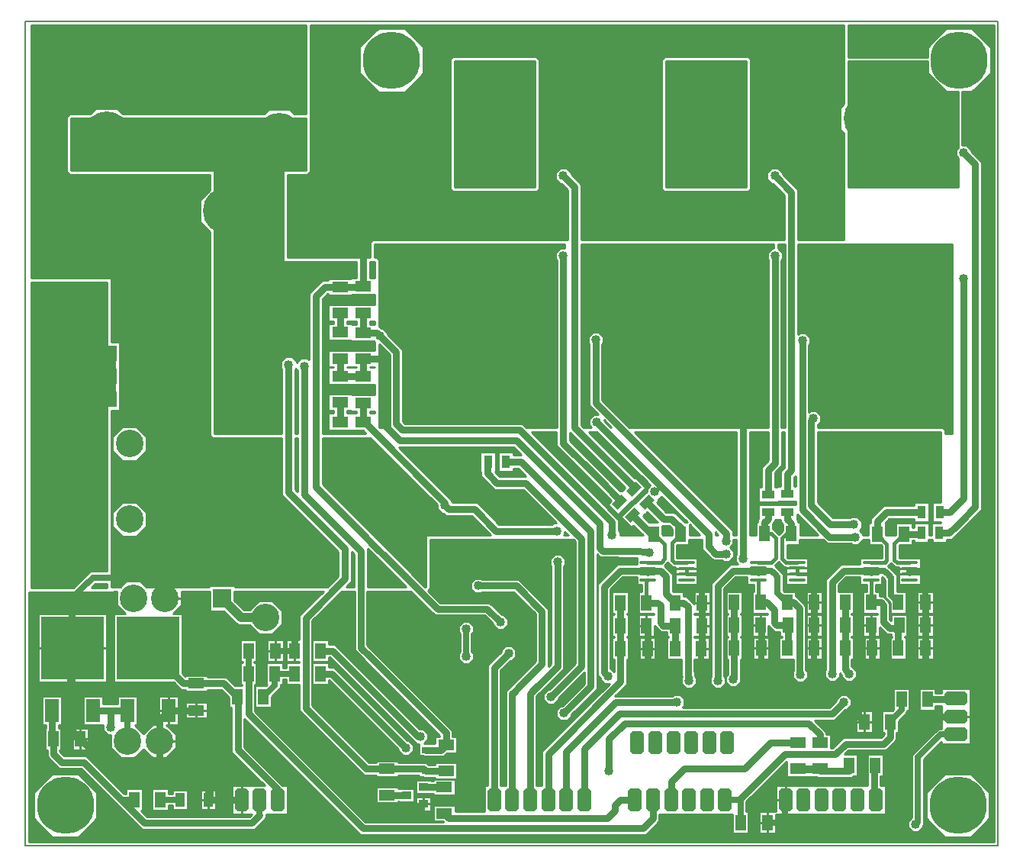
<source format=gbr>
G04 PROTEUS GERBER X2 FILE*
%TF.GenerationSoftware,Labcenter,Proteus,8.7-SP3-Build25561*%
%TF.CreationDate,2021-07-07T13:51:42+00:00*%
%TF.FileFunction,Copper,L2,Bot*%
%TF.FilePolarity,Positive*%
%TF.Part,Single*%
%TF.SameCoordinates,{3a127f8b-3eab-4655-98d0-693b740bd20c}*%
%FSLAX45Y45*%
%MOMM*%
G01*
%TA.AperFunction,Conductor*%
%ADD10C,0.762000*%
%ADD15C,0.381000*%
%ADD14C,0.254000*%
%ADD12C,0.635000*%
%ADD39C,1.270000*%
%ADD13C,1.016000*%
%TA.AperFunction,WasherPad*%
%ADD16C,1.016000*%
%TA.AperFunction,ViaPad*%
%ADD17C,1.016000*%
%TA.AperFunction,ComponentPad*%
%ADD70C,5.080000*%
%TA.AperFunction,SMDPad,CuDef*%
%ADD22R,1.803400X1.143000*%
%TA.AperFunction,SMDPad,CuDef*%
%ADD71R,6.985000X6.985000*%
%ADD20R,1.524000X2.540000*%
%TA.AperFunction,SMDPad,CuDef*%
%ADD27R,1.143000X1.803400*%
%TA.AperFunction,ComponentPad*%
%ADD28C,6.350000*%
%AMPPAD034*
4,1,36,
0.901700,-0.025400,
0.901700,0.025400,
0.898160,0.061750,
0.887980,0.095370,
0.871810,0.125600,
0.850300,0.151800,
0.824110,0.173310,
0.793870,0.189480,
0.760250,0.199660,
0.723900,0.203200,
-0.723900,0.203200,
-0.760250,0.199660,
-0.793870,0.189480,
-0.824110,0.173310,
-0.850300,0.151800,
-0.871810,0.125600,
-0.887980,0.095370,
-0.898160,0.061750,
-0.901700,0.025400,
-0.901700,-0.025400,
-0.898160,-0.061750,
-0.887980,-0.095370,
-0.871810,-0.125600,
-0.850300,-0.151800,
-0.824110,-0.173310,
-0.793870,-0.189480,
-0.760250,-0.199660,
-0.723900,-0.203200,
0.723900,-0.203200,
0.760250,-0.199660,
0.793870,-0.189480,
0.824110,-0.173310,
0.850300,-0.151800,
0.871810,-0.125600,
0.887980,-0.095370,
0.898160,-0.061750,
0.901700,-0.025400,
0*%
%TA.AperFunction,SMDPad,CuDef*%
%ADD40PPAD034*%
%TA.AperFunction,SMDPad,CuDef*%
%ADD41R,1.016000X1.524000*%
%AMDIL026*
4,1,8,
-1.270000,0.457200,-0.965200,0.762000,0.965200,0.762000,1.270000,0.457200,1.270000,-0.457200,
0.965200,-0.762000,-0.965200,-0.762000,-1.270000,-0.457200,-1.270000,0.457200,
0*%
%TA.AperFunction,ComponentPad*%
%ADD32DIL026*%
%AMDIL027*
4,1,8,
-0.762000,0.965200,-0.457200,1.270000,0.457200,1.270000,0.762000,0.965200,0.762000,-0.965200,
0.457200,-1.270000,-0.457200,-1.270000,-0.762000,-0.965200,-0.762000,0.965200,
0*%
%TA.AperFunction,ComponentPad*%
%ADD33DIL027*%
%TA.AperFunction,OtherPad,Unknown*%
%ADD34C,6.350000*%
%TA.AperFunction,ComponentPad*%
%ADD35C,3.048000*%
%TA.AperFunction,SMDPad,CuDef*%
%ADD42R,0.939800X1.447800*%
%TA.AperFunction,SMDPad,CuDef*%
%ADD31R,1.016000X0.889000*%
%TA.AperFunction,SMDPad,CuDef*%
%ADD43R,2.108200X2.108200*%
%ADD73R,0.889000X0.635000*%
%AMPPAD038*
4,1,4,
-0.179610,-0.844140,
-0.844140,-0.179610,
0.179610,0.844140,
0.844140,0.179610,
-0.179610,-0.844140,
0*%
%ADD44PPAD038*%
%ADD45R,1.447800X0.939800*%
%TA.AperFunction,Profile*%
%ADD38C,0.203200*%
%TD.AperFunction*%
G36*
X+8933181Y+2153510D02*
X+9138510Y+1948181D01*
X+9271000Y+1948181D01*
X+9271000Y+1325038D01*
X+9250681Y+1304719D01*
X+9250681Y+1235281D01*
X+9271000Y+1214962D01*
X+9271000Y+889000D01*
X+8051800Y+889000D01*
X+8051800Y+2286000D01*
X+8933181Y+2286000D01*
X+8933181Y+2153510D01*
G37*
%LPC*%
G36*
X+8140700Y+1603655D02*
X+8140700Y+1698345D01*
X+8207655Y+1765300D01*
X+8302345Y+1765300D01*
X+8369300Y+1698345D01*
X+8369300Y+1603655D01*
X+8302345Y+1536700D01*
X+8207655Y+1536700D01*
X+8140700Y+1603655D01*
G37*
G36*
X+8566150Y+1215135D02*
X+8566150Y+1241437D01*
X+8584749Y+1260036D01*
X+8611051Y+1260036D01*
X+8629650Y+1241437D01*
X+8629650Y+1215135D01*
X+8611051Y+1196536D01*
X+8584749Y+1196536D01*
X+8566150Y+1215135D01*
G37*
G36*
X+8769350Y+1215135D02*
X+8769350Y+1241437D01*
X+8787949Y+1260036D01*
X+8814251Y+1260036D01*
X+8832850Y+1241437D01*
X+8832850Y+1215135D01*
X+8814251Y+1196536D01*
X+8787949Y+1196536D01*
X+8769350Y+1215135D01*
G37*
G36*
X+8566150Y+1567087D02*
X+8566150Y+1593389D01*
X+8584749Y+1611988D01*
X+8611051Y+1611988D01*
X+8629650Y+1593389D01*
X+8629650Y+1567087D01*
X+8611051Y+1548488D01*
X+8584749Y+1548488D01*
X+8566150Y+1567087D01*
G37*
G36*
X+8693150Y+1853749D02*
X+8693150Y+1880051D01*
X+8711749Y+1898650D01*
X+8738051Y+1898650D01*
X+8756650Y+1880051D01*
X+8756650Y+1853749D01*
X+8738051Y+1835150D01*
X+8711749Y+1835150D01*
X+8693150Y+1853749D01*
G37*
G36*
X+8274050Y+1244394D02*
X+8274050Y+1270696D01*
X+8292649Y+1289295D01*
X+8318951Y+1289295D01*
X+8337550Y+1270696D01*
X+8337550Y+1244394D01*
X+8318951Y+1225795D01*
X+8292649Y+1225795D01*
X+8274050Y+1244394D01*
G37*
G36*
X+9036050Y+1244394D02*
X+9036050Y+1270696D01*
X+9054649Y+1289295D01*
X+9080951Y+1289295D01*
X+9099550Y+1270696D01*
X+9099550Y+1244394D01*
X+9080951Y+1225795D01*
X+9054649Y+1225795D01*
X+9036050Y+1244394D01*
G37*
G36*
X+8477250Y+1929949D02*
X+8477250Y+1956251D01*
X+8495849Y+1974850D01*
X+8522151Y+1974850D01*
X+8540750Y+1956251D01*
X+8540750Y+1929949D01*
X+8522151Y+1911350D01*
X+8495849Y+1911350D01*
X+8477250Y+1929949D01*
G37*
G36*
X+8528050Y+2124274D02*
X+8528050Y+2150576D01*
X+8546649Y+2169175D01*
X+8572951Y+2169175D01*
X+8591550Y+2150576D01*
X+8591550Y+2124274D01*
X+8572951Y+2105675D01*
X+8546649Y+2105675D01*
X+8528050Y+2124274D01*
G37*
G36*
X+8782050Y+2124274D02*
X+8782050Y+2150576D01*
X+8800649Y+2169175D01*
X+8826951Y+2169175D01*
X+8845550Y+2150576D01*
X+8845550Y+2124274D01*
X+8826951Y+2105675D01*
X+8800649Y+2105675D01*
X+8782050Y+2124274D01*
G37*
G36*
X+8794750Y+1625149D02*
X+8794750Y+1651451D01*
X+8813349Y+1670050D01*
X+8839651Y+1670050D01*
X+8858250Y+1651451D01*
X+8858250Y+1625149D01*
X+8839651Y+1606550D01*
X+8813349Y+1606550D01*
X+8794750Y+1625149D01*
G37*
G36*
X+9074150Y+1447349D02*
X+9074150Y+1473651D01*
X+9092749Y+1492250D01*
X+9119051Y+1492250D01*
X+9137650Y+1473651D01*
X+9137650Y+1447349D01*
X+9119051Y+1428750D01*
X+9092749Y+1428750D01*
X+9074150Y+1447349D01*
G37*
%LPD*%
G36*
X+8001000Y+1810090D02*
X+7962901Y+1771991D01*
X+7962901Y+1530009D01*
X+8001000Y+1491910D01*
X+8001000Y+304800D01*
X+7498806Y+304800D01*
X+7498806Y+863954D01*
X+7327899Y+1034861D01*
X+7327899Y+1052823D01*
X+7275823Y+1104899D01*
X+7202177Y+1104899D01*
X+7150101Y+1052823D01*
X+7150101Y+979177D01*
X+7202177Y+927101D01*
X+7220139Y+927101D01*
X+7346408Y+800832D01*
X+7346408Y+304800D01*
X+5092699Y+304800D01*
X+5092699Y+920561D01*
X+4978399Y+1034861D01*
X+4978399Y+1052823D01*
X+4926323Y+1104899D01*
X+4852677Y+1104899D01*
X+4800601Y+1052823D01*
X+4800601Y+979177D01*
X+4852677Y+927101D01*
X+4870639Y+927101D01*
X+4940301Y+857439D01*
X+4940301Y+304800D01*
X+2772958Y+304800D01*
X+2743200Y+275042D01*
X+2743200Y+114300D01*
X+1828800Y+114300D01*
X+1828800Y+1028700D01*
X+2053042Y+1028700D01*
X+2082800Y+1058458D01*
X+2082800Y+1672042D01*
X+2082799Y+1672043D01*
X+2082798Y+2682240D01*
X+8001000Y+2682240D01*
X+8001000Y+1810090D01*
G37*
%LPC*%
G36*
X+4622800Y+2307042D02*
X+4622800Y+867958D01*
X+4593042Y+838200D01*
X+3661958Y+838200D01*
X+3632200Y+867958D01*
X+3632200Y+2307042D01*
X+3661958Y+2336800D01*
X+4593042Y+2336800D01*
X+4622800Y+2307042D01*
G37*
G36*
X+6974831Y+2307371D02*
X+6973549Y+867926D01*
X+6943796Y+838200D01*
X+6012742Y+838200D01*
X+5982990Y+867925D01*
X+5982970Y+888954D01*
X+5981681Y+2307003D01*
X+6011431Y+2336791D01*
X+6945054Y+2337162D01*
X+6974831Y+2307371D01*
G37*
G36*
X+2628901Y+2151406D02*
X+2628901Y+2445994D01*
X+2837206Y+2654299D01*
X+3131794Y+2654299D01*
X+3340099Y+2445994D01*
X+3340099Y+2151406D01*
X+3131794Y+1943101D01*
X+2837206Y+1943101D01*
X+2628901Y+2151406D01*
G37*
G36*
X+3194050Y+1161599D02*
X+3194050Y+1187901D01*
X+3212649Y+1206500D01*
X+3238951Y+1206500D01*
X+3257550Y+1187901D01*
X+3257550Y+1161599D01*
X+3238951Y+1143000D01*
X+3212649Y+1143000D01*
X+3194050Y+1161599D01*
G37*
G36*
X+3448050Y+1161599D02*
X+3448050Y+1187901D01*
X+3466649Y+1206500D01*
X+3492951Y+1206500D01*
X+3511550Y+1187901D01*
X+3511550Y+1161599D01*
X+3492951Y+1143000D01*
X+3466649Y+1143000D01*
X+3448050Y+1161599D01*
G37*
G36*
X+5226050Y+1161599D02*
X+5226050Y+1187901D01*
X+5244649Y+1206500D01*
X+5270951Y+1206500D01*
X+5289550Y+1187901D01*
X+5289550Y+1161599D01*
X+5270951Y+1143000D01*
X+5244649Y+1143000D01*
X+5226050Y+1161599D01*
G37*
G36*
X+5480050Y+1161599D02*
X+5480050Y+1187901D01*
X+5498649Y+1206500D01*
X+5524951Y+1206500D01*
X+5543550Y+1187901D01*
X+5543550Y+1161599D01*
X+5524951Y+1143000D01*
X+5498649Y+1143000D01*
X+5480050Y+1161599D01*
G37*
G36*
X+5734050Y+1161599D02*
X+5734050Y+1187901D01*
X+5752649Y+1206500D01*
X+5778951Y+1206500D01*
X+5797550Y+1187901D01*
X+5797550Y+1161599D01*
X+5778951Y+1143000D01*
X+5752649Y+1143000D01*
X+5734050Y+1161599D01*
G37*
G36*
X+7512050Y+1161599D02*
X+7512050Y+1187901D01*
X+7530649Y+1206500D01*
X+7556951Y+1206500D01*
X+7575550Y+1187901D01*
X+7575550Y+1161599D01*
X+7556951Y+1143000D01*
X+7530649Y+1143000D01*
X+7512050Y+1161599D01*
G37*
G36*
X+7766050Y+1161599D02*
X+7766050Y+1187901D01*
X+7784649Y+1206500D01*
X+7810951Y+1206500D01*
X+7829550Y+1187901D01*
X+7829550Y+1161599D01*
X+7810951Y+1143000D01*
X+7784649Y+1143000D01*
X+7766050Y+1161599D01*
G37*
G36*
X+3067050Y+1381569D02*
X+3067050Y+1407871D01*
X+3085649Y+1426470D01*
X+3111951Y+1426470D01*
X+3130550Y+1407871D01*
X+3130550Y+1381569D01*
X+3111951Y+1362970D01*
X+3085649Y+1362970D01*
X+3067050Y+1381569D01*
G37*
G36*
X+3321050Y+1381569D02*
X+3321050Y+1407871D01*
X+3339649Y+1426470D01*
X+3365951Y+1426470D01*
X+3384550Y+1407871D01*
X+3384550Y+1381569D01*
X+3365951Y+1362970D01*
X+3339649Y+1362970D01*
X+3321050Y+1381569D01*
G37*
G36*
X+4845050Y+1381569D02*
X+4845050Y+1407871D01*
X+4863649Y+1426470D01*
X+4889951Y+1426470D01*
X+4908550Y+1407871D01*
X+4908550Y+1381569D01*
X+4889951Y+1362970D01*
X+4863649Y+1362970D01*
X+4845050Y+1381569D01*
G37*
G36*
X+5099050Y+1381569D02*
X+5099050Y+1407871D01*
X+5117649Y+1426470D01*
X+5143951Y+1426470D01*
X+5162550Y+1407871D01*
X+5162550Y+1381569D01*
X+5143951Y+1362970D01*
X+5117649Y+1362970D01*
X+5099050Y+1381569D01*
G37*
G36*
X+5353050Y+1381569D02*
X+5353050Y+1407871D01*
X+5371649Y+1426470D01*
X+5397951Y+1426470D01*
X+5416550Y+1407871D01*
X+5416550Y+1381569D01*
X+5397951Y+1362970D01*
X+5371649Y+1362970D01*
X+5353050Y+1381569D01*
G37*
G36*
X+5607050Y+1381569D02*
X+5607050Y+1407871D01*
X+5625649Y+1426470D01*
X+5651951Y+1426470D01*
X+5670550Y+1407871D01*
X+5670550Y+1381569D01*
X+5651951Y+1362970D01*
X+5625649Y+1362970D01*
X+5607050Y+1381569D01*
G37*
G36*
X+7131050Y+1381569D02*
X+7131050Y+1407871D01*
X+7149649Y+1426470D01*
X+7175951Y+1426470D01*
X+7194550Y+1407871D01*
X+7194550Y+1381569D01*
X+7175951Y+1362970D01*
X+7149649Y+1362970D01*
X+7131050Y+1381569D01*
G37*
G36*
X+7385050Y+1381569D02*
X+7385050Y+1407871D01*
X+7403649Y+1426470D01*
X+7429951Y+1426470D01*
X+7448550Y+1407871D01*
X+7448550Y+1381569D01*
X+7429951Y+1362970D01*
X+7403649Y+1362970D01*
X+7385050Y+1381569D01*
G37*
G36*
X+7639050Y+1381569D02*
X+7639050Y+1407871D01*
X+7657649Y+1426470D01*
X+7683951Y+1426470D01*
X+7702550Y+1407871D01*
X+7702550Y+1381569D01*
X+7683951Y+1362970D01*
X+7657649Y+1362970D01*
X+7639050Y+1381569D01*
G37*
G36*
X+4718050Y+1601539D02*
X+4718050Y+1627841D01*
X+4736649Y+1646440D01*
X+4762951Y+1646440D01*
X+4781550Y+1627841D01*
X+4781550Y+1601539D01*
X+4762951Y+1582940D01*
X+4736649Y+1582940D01*
X+4718050Y+1601539D01*
G37*
G36*
X+4972050Y+1601539D02*
X+4972050Y+1627841D01*
X+4990649Y+1646440D01*
X+5016951Y+1646440D01*
X+5035550Y+1627841D01*
X+5035550Y+1601539D01*
X+5016951Y+1582940D01*
X+4990649Y+1582940D01*
X+4972050Y+1601539D01*
G37*
G36*
X+5226050Y+1601539D02*
X+5226050Y+1627841D01*
X+5244649Y+1646440D01*
X+5270951Y+1646440D01*
X+5289550Y+1627841D01*
X+5289550Y+1601539D01*
X+5270951Y+1582940D01*
X+5244649Y+1582940D01*
X+5226050Y+1601539D01*
G37*
G36*
X+5480050Y+1601539D02*
X+5480050Y+1627841D01*
X+5498649Y+1646440D01*
X+5524951Y+1646440D01*
X+5543550Y+1627841D01*
X+5543550Y+1601539D01*
X+5524951Y+1582940D01*
X+5498649Y+1582940D01*
X+5480050Y+1601539D01*
G37*
G36*
X+5734050Y+1601539D02*
X+5734050Y+1627841D01*
X+5752649Y+1646440D01*
X+5778951Y+1646440D01*
X+5797550Y+1627841D01*
X+5797550Y+1601539D01*
X+5778951Y+1582940D01*
X+5752649Y+1582940D01*
X+5734050Y+1601539D01*
G37*
G36*
X+7258050Y+1601539D02*
X+7258050Y+1627841D01*
X+7276649Y+1646440D01*
X+7302951Y+1646440D01*
X+7321550Y+1627841D01*
X+7321550Y+1601539D01*
X+7302951Y+1582940D01*
X+7276649Y+1582940D01*
X+7258050Y+1601539D01*
G37*
G36*
X+7512050Y+1601539D02*
X+7512050Y+1627841D01*
X+7530649Y+1646440D01*
X+7556951Y+1646440D01*
X+7575550Y+1627841D01*
X+7575550Y+1601539D01*
X+7556951Y+1582940D01*
X+7530649Y+1582940D01*
X+7512050Y+1601539D01*
G37*
G36*
X+7766050Y+1601539D02*
X+7766050Y+1627841D01*
X+7784649Y+1646440D01*
X+7810951Y+1646440D01*
X+7829550Y+1627841D01*
X+7829550Y+1601539D01*
X+7810951Y+1582940D01*
X+7784649Y+1582940D01*
X+7766050Y+1601539D01*
G37*
G36*
X+4845050Y+1821509D02*
X+4845050Y+1847811D01*
X+4863649Y+1866410D01*
X+4889951Y+1866410D01*
X+4908550Y+1847811D01*
X+4908550Y+1821509D01*
X+4889951Y+1802910D01*
X+4863649Y+1802910D01*
X+4845050Y+1821509D01*
G37*
G36*
X+5099050Y+1821509D02*
X+5099050Y+1847811D01*
X+5117649Y+1866410D01*
X+5143951Y+1866410D01*
X+5162550Y+1847811D01*
X+5162550Y+1821509D01*
X+5143951Y+1802910D01*
X+5117649Y+1802910D01*
X+5099050Y+1821509D01*
G37*
G36*
X+5353050Y+1821509D02*
X+5353050Y+1847811D01*
X+5371649Y+1866410D01*
X+5397951Y+1866410D01*
X+5416550Y+1847811D01*
X+5416550Y+1821509D01*
X+5397951Y+1802910D01*
X+5371649Y+1802910D01*
X+5353050Y+1821509D01*
G37*
G36*
X+5607050Y+1821509D02*
X+5607050Y+1847811D01*
X+5625649Y+1866410D01*
X+5651951Y+1866410D01*
X+5670550Y+1847811D01*
X+5670550Y+1821509D01*
X+5651951Y+1802910D01*
X+5625649Y+1802910D01*
X+5607050Y+1821509D01*
G37*
G36*
X+7131050Y+1821509D02*
X+7131050Y+1847811D01*
X+7149649Y+1866410D01*
X+7175951Y+1866410D01*
X+7194550Y+1847811D01*
X+7194550Y+1821509D01*
X+7175951Y+1802910D01*
X+7149649Y+1802910D01*
X+7131050Y+1821509D01*
G37*
G36*
X+7385050Y+1821509D02*
X+7385050Y+1847811D01*
X+7403649Y+1866410D01*
X+7429951Y+1866410D01*
X+7448550Y+1847811D01*
X+7448550Y+1821509D01*
X+7429951Y+1802910D01*
X+7403649Y+1802910D01*
X+7385050Y+1821509D01*
G37*
G36*
X+7639050Y+1821509D02*
X+7639050Y+1847811D01*
X+7657649Y+1866410D01*
X+7683951Y+1866410D01*
X+7702550Y+1847811D01*
X+7702550Y+1821509D01*
X+7683951Y+1802910D01*
X+7657649Y+1802910D01*
X+7639050Y+1821509D01*
G37*
G36*
X+4718050Y+2041479D02*
X+4718050Y+2067781D01*
X+4736649Y+2086380D01*
X+4762951Y+2086380D01*
X+4781550Y+2067781D01*
X+4781550Y+2041479D01*
X+4762951Y+2022880D01*
X+4736649Y+2022880D01*
X+4718050Y+2041479D01*
G37*
G36*
X+4972050Y+2041479D02*
X+4972050Y+2067781D01*
X+4990649Y+2086380D01*
X+5016951Y+2086380D01*
X+5035550Y+2067781D01*
X+5035550Y+2041479D01*
X+5016951Y+2022880D01*
X+4990649Y+2022880D01*
X+4972050Y+2041479D01*
G37*
G36*
X+5226050Y+2041479D02*
X+5226050Y+2067781D01*
X+5244649Y+2086380D01*
X+5270951Y+2086380D01*
X+5289550Y+2067781D01*
X+5289550Y+2041479D01*
X+5270951Y+2022880D01*
X+5244649Y+2022880D01*
X+5226050Y+2041479D01*
G37*
G36*
X+5480050Y+2041479D02*
X+5480050Y+2067781D01*
X+5498649Y+2086380D01*
X+5524951Y+2086380D01*
X+5543550Y+2067781D01*
X+5543550Y+2041479D01*
X+5524951Y+2022880D01*
X+5498649Y+2022880D01*
X+5480050Y+2041479D01*
G37*
G36*
X+5734050Y+2041479D02*
X+5734050Y+2067781D01*
X+5752649Y+2086380D01*
X+5778951Y+2086380D01*
X+5797550Y+2067781D01*
X+5797550Y+2041479D01*
X+5778951Y+2022880D01*
X+5752649Y+2022880D01*
X+5734050Y+2041479D01*
G37*
G36*
X+7258050Y+2041479D02*
X+7258050Y+2067781D01*
X+7276649Y+2086380D01*
X+7302951Y+2086380D01*
X+7321550Y+2067781D01*
X+7321550Y+2041479D01*
X+7302951Y+2022880D01*
X+7276649Y+2022880D01*
X+7258050Y+2041479D01*
G37*
G36*
X+7512050Y+2041479D02*
X+7512050Y+2067781D01*
X+7530649Y+2086380D01*
X+7556951Y+2086380D01*
X+7575550Y+2067781D01*
X+7575550Y+2041479D01*
X+7556951Y+2022880D01*
X+7530649Y+2022880D01*
X+7512050Y+2041479D01*
G37*
G36*
X+7766050Y+2041479D02*
X+7766050Y+2067781D01*
X+7784649Y+2086380D01*
X+7810951Y+2086380D01*
X+7829550Y+2067781D01*
X+7829550Y+2041479D01*
X+7810951Y+2022880D01*
X+7784649Y+2022880D01*
X+7766050Y+2041479D01*
G37*
G36*
X+4972050Y+1161599D02*
X+4972050Y+1187901D01*
X+4990649Y+1206500D01*
X+5016951Y+1206500D01*
X+5035550Y+1187901D01*
X+5035550Y+1161599D01*
X+5016951Y+1143000D01*
X+4990649Y+1143000D01*
X+4972050Y+1161599D01*
G37*
G36*
X+2813050Y+1381569D02*
X+2813050Y+1407871D01*
X+2831649Y+1426470D01*
X+2857951Y+1426470D01*
X+2876550Y+1407871D01*
X+2876550Y+1381569D01*
X+2857951Y+1362970D01*
X+2831649Y+1362970D01*
X+2813050Y+1381569D01*
G37*
G36*
X+2889250Y+1193349D02*
X+2889250Y+1219651D01*
X+2907849Y+1238250D01*
X+2934151Y+1238250D01*
X+2952750Y+1219651D01*
X+2952750Y+1193349D01*
X+2934151Y+1174750D01*
X+2907849Y+1174750D01*
X+2889250Y+1193349D01*
G37*
G36*
X+4679950Y+725062D02*
X+4679950Y+751364D01*
X+4698549Y+769963D01*
X+4724851Y+769963D01*
X+4743450Y+751364D01*
X+4743450Y+725062D01*
X+4724851Y+706463D01*
X+4698549Y+706463D01*
X+4679950Y+725062D01*
G37*
G36*
X+7169150Y+725062D02*
X+7169150Y+751364D01*
X+7187749Y+769963D01*
X+7214051Y+769963D01*
X+7232650Y+751364D01*
X+7232650Y+725062D01*
X+7214051Y+706463D01*
X+7187749Y+706463D01*
X+7169150Y+725062D01*
G37*
G36*
X+7080250Y+2110873D02*
X+7080250Y+2137175D01*
X+7098849Y+2155774D01*
X+7125151Y+2155774D01*
X+7143750Y+2137175D01*
X+7143750Y+2110873D01*
X+7125151Y+2092274D01*
X+7098849Y+2092274D01*
X+7080250Y+2110873D01*
G37*
G36*
X+2228850Y+1121155D02*
X+2228850Y+1147457D01*
X+2247449Y+1166056D01*
X+2273751Y+1166056D01*
X+2292350Y+1147457D01*
X+2292350Y+1121155D01*
X+2273751Y+1102556D01*
X+2247449Y+1102556D01*
X+2228850Y+1121155D01*
G37*
G36*
X+2432050Y+1121155D02*
X+2432050Y+1147457D01*
X+2450649Y+1166056D01*
X+2476951Y+1166056D01*
X+2495550Y+1147457D01*
X+2495550Y+1121155D01*
X+2476951Y+1102556D01*
X+2450649Y+1102556D01*
X+2432050Y+1121155D01*
G37*
G36*
X+2635250Y+1121155D02*
X+2635250Y+1147457D01*
X+2653849Y+1166056D01*
X+2680151Y+1166056D01*
X+2698750Y+1147457D01*
X+2698750Y+1121155D01*
X+2680151Y+1102556D01*
X+2653849Y+1102556D01*
X+2635250Y+1121155D01*
G37*
G36*
X+2330450Y+1297131D02*
X+2330450Y+1323433D01*
X+2349049Y+1342032D01*
X+2375351Y+1342032D01*
X+2393950Y+1323433D01*
X+2393950Y+1297131D01*
X+2375351Y+1278532D01*
X+2349049Y+1278532D01*
X+2330450Y+1297131D01*
G37*
G36*
X+2533650Y+1297131D02*
X+2533650Y+1323433D01*
X+2552249Y+1342032D01*
X+2578551Y+1342032D01*
X+2597150Y+1323433D01*
X+2597150Y+1297131D01*
X+2578551Y+1278532D01*
X+2552249Y+1278532D01*
X+2533650Y+1297131D01*
G37*
G36*
X+2228850Y+1473107D02*
X+2228850Y+1499409D01*
X+2247449Y+1518008D01*
X+2273751Y+1518008D01*
X+2292350Y+1499409D01*
X+2292350Y+1473107D01*
X+2273751Y+1454508D01*
X+2247449Y+1454508D01*
X+2228850Y+1473107D01*
G37*
G36*
X+2432050Y+1473107D02*
X+2432050Y+1499409D01*
X+2450649Y+1518008D01*
X+2476951Y+1518008D01*
X+2495550Y+1499409D01*
X+2495550Y+1473107D01*
X+2476951Y+1454508D01*
X+2450649Y+1454508D01*
X+2432050Y+1473107D01*
G37*
G36*
X+2635250Y+1473107D02*
X+2635250Y+1499409D01*
X+2653849Y+1518008D01*
X+2680151Y+1518008D01*
X+2698750Y+1499409D01*
X+2698750Y+1473107D01*
X+2680151Y+1454508D01*
X+2653849Y+1454508D01*
X+2635250Y+1473107D01*
G37*
G36*
X+2330450Y+1649083D02*
X+2330450Y+1675385D01*
X+2349049Y+1693984D01*
X+2375351Y+1693984D01*
X+2393950Y+1675385D01*
X+2393950Y+1649083D01*
X+2375351Y+1630484D01*
X+2349049Y+1630484D01*
X+2330450Y+1649083D01*
G37*
G36*
X+2533650Y+1649083D02*
X+2533650Y+1675385D01*
X+2552249Y+1693984D01*
X+2578551Y+1693984D01*
X+2597150Y+1675385D01*
X+2597150Y+1649083D01*
X+2578551Y+1630484D01*
X+2552249Y+1630484D01*
X+2533650Y+1649083D01*
G37*
G36*
X+2736850Y+1649083D02*
X+2736850Y+1675385D01*
X+2755449Y+1693984D01*
X+2781751Y+1693984D01*
X+2800350Y+1675385D01*
X+2800350Y+1649083D01*
X+2781751Y+1630484D01*
X+2755449Y+1630484D01*
X+2736850Y+1649083D01*
G37*
G36*
X+2940050Y+1649083D02*
X+2940050Y+1675385D01*
X+2958649Y+1693984D01*
X+2984951Y+1693984D01*
X+3003550Y+1675385D01*
X+3003550Y+1649083D01*
X+2984951Y+1630484D01*
X+2958649Y+1630484D01*
X+2940050Y+1649083D01*
G37*
G36*
X+3143250Y+1649083D02*
X+3143250Y+1675385D01*
X+3161849Y+1693984D01*
X+3188151Y+1693984D01*
X+3206750Y+1675385D01*
X+3206750Y+1649083D01*
X+3188151Y+1630484D01*
X+3161849Y+1630484D01*
X+3143250Y+1649083D01*
G37*
G36*
X+3346450Y+1649083D02*
X+3346450Y+1675385D01*
X+3365049Y+1693984D01*
X+3391351Y+1693984D01*
X+3409950Y+1675385D01*
X+3409950Y+1649083D01*
X+3391351Y+1630484D01*
X+3365049Y+1630484D01*
X+3346450Y+1649083D01*
G37*
G36*
X+2228850Y+1825059D02*
X+2228850Y+1851361D01*
X+2247449Y+1869960D01*
X+2273751Y+1869960D01*
X+2292350Y+1851361D01*
X+2292350Y+1825059D01*
X+2273751Y+1806460D01*
X+2247449Y+1806460D01*
X+2228850Y+1825059D01*
G37*
G36*
X+2432050Y+1825059D02*
X+2432050Y+1851361D01*
X+2450649Y+1869960D01*
X+2476951Y+1869960D01*
X+2495550Y+1851361D01*
X+2495550Y+1825059D01*
X+2476951Y+1806460D01*
X+2450649Y+1806460D01*
X+2432050Y+1825059D01*
G37*
G36*
X+2635250Y+1825059D02*
X+2635250Y+1851361D01*
X+2653849Y+1869960D01*
X+2680151Y+1869960D01*
X+2698750Y+1851361D01*
X+2698750Y+1825059D01*
X+2680151Y+1806460D01*
X+2653849Y+1806460D01*
X+2635250Y+1825059D01*
G37*
G36*
X+3244850Y+1825059D02*
X+3244850Y+1851361D01*
X+3263449Y+1869960D01*
X+3289751Y+1869960D01*
X+3308350Y+1851361D01*
X+3308350Y+1825059D01*
X+3289751Y+1806460D01*
X+3263449Y+1806460D01*
X+3244850Y+1825059D01*
G37*
G36*
X+3448050Y+1825059D02*
X+3448050Y+1851361D01*
X+3466649Y+1869960D01*
X+3492951Y+1869960D01*
X+3511550Y+1851361D01*
X+3511550Y+1825059D01*
X+3492951Y+1806460D01*
X+3466649Y+1806460D01*
X+3448050Y+1825059D01*
G37*
G36*
X+2330450Y+2001035D02*
X+2330450Y+2027337D01*
X+2349049Y+2045936D01*
X+2375351Y+2045936D01*
X+2393950Y+2027337D01*
X+2393950Y+2001035D01*
X+2375351Y+1982436D01*
X+2349049Y+1982436D01*
X+2330450Y+2001035D01*
G37*
G36*
X+2533650Y+2001035D02*
X+2533650Y+2027337D01*
X+2552249Y+2045936D01*
X+2578551Y+2045936D01*
X+2597150Y+2027337D01*
X+2597150Y+2001035D01*
X+2578551Y+1982436D01*
X+2552249Y+1982436D01*
X+2533650Y+2001035D01*
G37*
G36*
X+2228850Y+2177011D02*
X+2228850Y+2203313D01*
X+2247449Y+2221912D01*
X+2273751Y+2221912D01*
X+2292350Y+2203313D01*
X+2292350Y+2177011D01*
X+2273751Y+2158412D01*
X+2247449Y+2158412D01*
X+2228850Y+2177011D01*
G37*
G36*
X+2432050Y+2177011D02*
X+2432050Y+2203313D01*
X+2450649Y+2221912D01*
X+2476951Y+2221912D01*
X+2495550Y+2203313D01*
X+2495550Y+2177011D01*
X+2476951Y+2158412D01*
X+2450649Y+2158412D01*
X+2432050Y+2177011D01*
G37*
G36*
X+3448050Y+2177011D02*
X+3448050Y+2203313D01*
X+3466649Y+2221912D01*
X+3492951Y+2221912D01*
X+3511550Y+2203313D01*
X+3511550Y+2177011D01*
X+3492951Y+2158412D01*
X+3466649Y+2158412D01*
X+3448050Y+2177011D01*
G37*
G36*
X+4870450Y+2177011D02*
X+4870450Y+2203313D01*
X+4889049Y+2221912D01*
X+4915351Y+2221912D01*
X+4933950Y+2203313D01*
X+4933950Y+2177011D01*
X+4915351Y+2158412D01*
X+4889049Y+2158412D01*
X+4870450Y+2177011D01*
G37*
G36*
X+5073650Y+2177011D02*
X+5073650Y+2203313D01*
X+5092249Y+2221912D01*
X+5118551Y+2221912D01*
X+5137150Y+2203313D01*
X+5137150Y+2177011D01*
X+5118551Y+2158412D01*
X+5092249Y+2158412D01*
X+5073650Y+2177011D01*
G37*
G36*
X+2330450Y+2352987D02*
X+2330450Y+2379289D01*
X+2349049Y+2397888D01*
X+2375351Y+2397888D01*
X+2393950Y+2379289D01*
X+2393950Y+2352987D01*
X+2375351Y+2334388D01*
X+2349049Y+2334388D01*
X+2330450Y+2352987D01*
G37*
G36*
X+4768850Y+2352987D02*
X+4768850Y+2379289D01*
X+4787449Y+2397888D01*
X+4813751Y+2397888D01*
X+4832350Y+2379289D01*
X+4832350Y+2352987D01*
X+4813751Y+2334388D01*
X+4787449Y+2334388D01*
X+4768850Y+2352987D01*
G37*
G36*
X+4972050Y+2352987D02*
X+4972050Y+2379289D01*
X+4990649Y+2397888D01*
X+5016951Y+2397888D01*
X+5035550Y+2379289D01*
X+5035550Y+2352987D01*
X+5016951Y+2334388D01*
X+4990649Y+2334388D01*
X+4972050Y+2352987D01*
G37*
G36*
X+5175250Y+2352987D02*
X+5175250Y+2379289D01*
X+5193849Y+2397888D01*
X+5220151Y+2397888D01*
X+5238750Y+2379289D01*
X+5238750Y+2352987D01*
X+5220151Y+2334388D01*
X+5193849Y+2334388D01*
X+5175250Y+2352987D01*
G37*
G36*
X+5378450Y+2352987D02*
X+5378450Y+2379289D01*
X+5397049Y+2397888D01*
X+5423351Y+2397888D01*
X+5441950Y+2379289D01*
X+5441950Y+2352987D01*
X+5423351Y+2334388D01*
X+5397049Y+2334388D01*
X+5378450Y+2352987D01*
G37*
G36*
X+5581650Y+2352987D02*
X+5581650Y+2379289D01*
X+5600249Y+2397888D01*
X+5626551Y+2397888D01*
X+5645150Y+2379289D01*
X+5645150Y+2352987D01*
X+5626551Y+2334388D01*
X+5600249Y+2334388D01*
X+5581650Y+2352987D01*
G37*
G36*
X+5784850Y+2352987D02*
X+5784850Y+2379289D01*
X+5803449Y+2397888D01*
X+5829751Y+2397888D01*
X+5848350Y+2379289D01*
X+5848350Y+2352987D01*
X+5829751Y+2334388D01*
X+5803449Y+2334388D01*
X+5784850Y+2352987D01*
G37*
G36*
X+7207250Y+2352987D02*
X+7207250Y+2379289D01*
X+7225849Y+2397888D01*
X+7252151Y+2397888D01*
X+7270750Y+2379289D01*
X+7270750Y+2352987D01*
X+7252151Y+2334388D01*
X+7225849Y+2334388D01*
X+7207250Y+2352987D01*
G37*
G36*
X+7410450Y+2352987D02*
X+7410450Y+2379289D01*
X+7429049Y+2397888D01*
X+7455351Y+2397888D01*
X+7473950Y+2379289D01*
X+7473950Y+2352987D01*
X+7455351Y+2334388D01*
X+7429049Y+2334388D01*
X+7410450Y+2352987D01*
G37*
G36*
X+7613650Y+2352987D02*
X+7613650Y+2379289D01*
X+7632249Y+2397888D01*
X+7658551Y+2397888D01*
X+7677150Y+2379289D01*
X+7677150Y+2352987D01*
X+7658551Y+2334388D01*
X+7632249Y+2334388D01*
X+7613650Y+2352987D01*
G37*
G36*
X+2228850Y+2528963D02*
X+2228850Y+2555265D01*
X+2247449Y+2573864D01*
X+2273751Y+2573864D01*
X+2292350Y+2555265D01*
X+2292350Y+2528963D01*
X+2273751Y+2510364D01*
X+2247449Y+2510364D01*
X+2228850Y+2528963D01*
G37*
G36*
X+2432050Y+2528963D02*
X+2432050Y+2555265D01*
X+2450649Y+2573864D01*
X+2476951Y+2573864D01*
X+2495550Y+2555265D01*
X+2495550Y+2528963D01*
X+2476951Y+2510364D01*
X+2450649Y+2510364D01*
X+2432050Y+2528963D01*
G37*
G36*
X+3448050Y+2528963D02*
X+3448050Y+2555265D01*
X+3466649Y+2573864D01*
X+3492951Y+2573864D01*
X+3511550Y+2555265D01*
X+3511550Y+2528963D01*
X+3492951Y+2510364D01*
X+3466649Y+2510364D01*
X+3448050Y+2528963D01*
G37*
G36*
X+3651250Y+2528963D02*
X+3651250Y+2555265D01*
X+3669849Y+2573864D01*
X+3696151Y+2573864D01*
X+3714750Y+2555265D01*
X+3714750Y+2528963D01*
X+3696151Y+2510364D01*
X+3669849Y+2510364D01*
X+3651250Y+2528963D01*
G37*
G36*
X+3854450Y+2528963D02*
X+3854450Y+2555265D01*
X+3873049Y+2573864D01*
X+3899351Y+2573864D01*
X+3917950Y+2555265D01*
X+3917950Y+2528963D01*
X+3899351Y+2510364D01*
X+3873049Y+2510364D01*
X+3854450Y+2528963D01*
G37*
G36*
X+4057650Y+2528963D02*
X+4057650Y+2555265D01*
X+4076249Y+2573864D01*
X+4102551Y+2573864D01*
X+4121150Y+2555265D01*
X+4121150Y+2528963D01*
X+4102551Y+2510364D01*
X+4076249Y+2510364D01*
X+4057650Y+2528963D01*
G37*
G36*
X+4260850Y+2528963D02*
X+4260850Y+2555265D01*
X+4279449Y+2573864D01*
X+4305751Y+2573864D01*
X+4324350Y+2555265D01*
X+4324350Y+2528963D01*
X+4305751Y+2510364D01*
X+4279449Y+2510364D01*
X+4260850Y+2528963D01*
G37*
G36*
X+4464050Y+2528963D02*
X+4464050Y+2555265D01*
X+4482649Y+2573864D01*
X+4508951Y+2573864D01*
X+4527550Y+2555265D01*
X+4527550Y+2528963D01*
X+4508951Y+2510364D01*
X+4482649Y+2510364D01*
X+4464050Y+2528963D01*
G37*
G36*
X+4667250Y+2528963D02*
X+4667250Y+2555265D01*
X+4685849Y+2573864D01*
X+4712151Y+2573864D01*
X+4730750Y+2555265D01*
X+4730750Y+2528963D01*
X+4712151Y+2510364D01*
X+4685849Y+2510364D01*
X+4667250Y+2528963D01*
G37*
G36*
X+4870450Y+2528963D02*
X+4870450Y+2555265D01*
X+4889049Y+2573864D01*
X+4915351Y+2573864D01*
X+4933950Y+2555265D01*
X+4933950Y+2528963D01*
X+4915351Y+2510364D01*
X+4889049Y+2510364D01*
X+4870450Y+2528963D01*
G37*
G36*
X+5073650Y+2528963D02*
X+5073650Y+2555265D01*
X+5092249Y+2573864D01*
X+5118551Y+2573864D01*
X+5137150Y+2555265D01*
X+5137150Y+2528963D01*
X+5118551Y+2510364D01*
X+5092249Y+2510364D01*
X+5073650Y+2528963D01*
G37*
G36*
X+5276850Y+2528963D02*
X+5276850Y+2555265D01*
X+5295449Y+2573864D01*
X+5321751Y+2573864D01*
X+5340350Y+2555265D01*
X+5340350Y+2528963D01*
X+5321751Y+2510364D01*
X+5295449Y+2510364D01*
X+5276850Y+2528963D01*
G37*
G36*
X+5480050Y+2528963D02*
X+5480050Y+2555265D01*
X+5498649Y+2573864D01*
X+5524951Y+2573864D01*
X+5543550Y+2555265D01*
X+5543550Y+2528963D01*
X+5524951Y+2510364D01*
X+5498649Y+2510364D01*
X+5480050Y+2528963D01*
G37*
G36*
X+5683250Y+2528963D02*
X+5683250Y+2555265D01*
X+5701849Y+2573864D01*
X+5728151Y+2573864D01*
X+5746750Y+2555265D01*
X+5746750Y+2528963D01*
X+5728151Y+2510364D01*
X+5701849Y+2510364D01*
X+5683250Y+2528963D01*
G37*
G36*
X+5886450Y+2528963D02*
X+5886450Y+2555265D01*
X+5905049Y+2573864D01*
X+5931351Y+2573864D01*
X+5949950Y+2555265D01*
X+5949950Y+2528963D01*
X+5931351Y+2510364D01*
X+5905049Y+2510364D01*
X+5886450Y+2528963D01*
G37*
G36*
X+6089650Y+2528963D02*
X+6089650Y+2555265D01*
X+6108249Y+2573864D01*
X+6134551Y+2573864D01*
X+6153150Y+2555265D01*
X+6153150Y+2528963D01*
X+6134551Y+2510364D01*
X+6108249Y+2510364D01*
X+6089650Y+2528963D01*
G37*
G36*
X+6292850Y+2528963D02*
X+6292850Y+2555265D01*
X+6311449Y+2573864D01*
X+6337751Y+2573864D01*
X+6356350Y+2555265D01*
X+6356350Y+2528963D01*
X+6337751Y+2510364D01*
X+6311449Y+2510364D01*
X+6292850Y+2528963D01*
G37*
G36*
X+6496050Y+2528963D02*
X+6496050Y+2555265D01*
X+6514649Y+2573864D01*
X+6540951Y+2573864D01*
X+6559550Y+2555265D01*
X+6559550Y+2528963D01*
X+6540951Y+2510364D01*
X+6514649Y+2510364D01*
X+6496050Y+2528963D01*
G37*
G36*
X+6699250Y+2528963D02*
X+6699250Y+2555265D01*
X+6717849Y+2573864D01*
X+6744151Y+2573864D01*
X+6762750Y+2555265D01*
X+6762750Y+2528963D01*
X+6744151Y+2510364D01*
X+6717849Y+2510364D01*
X+6699250Y+2528963D01*
G37*
G36*
X+6902450Y+2528963D02*
X+6902450Y+2555265D01*
X+6921049Y+2573864D01*
X+6947351Y+2573864D01*
X+6965950Y+2555265D01*
X+6965950Y+2528963D01*
X+6947351Y+2510364D01*
X+6921049Y+2510364D01*
X+6902450Y+2528963D01*
G37*
G36*
X+7105650Y+2528963D02*
X+7105650Y+2555265D01*
X+7124249Y+2573864D01*
X+7150551Y+2573864D01*
X+7169150Y+2555265D01*
X+7169150Y+2528963D01*
X+7150551Y+2510364D01*
X+7124249Y+2510364D01*
X+7105650Y+2528963D01*
G37*
G36*
X+7308850Y+2528963D02*
X+7308850Y+2555265D01*
X+7327449Y+2573864D01*
X+7353751Y+2573864D01*
X+7372350Y+2555265D01*
X+7372350Y+2528963D01*
X+7353751Y+2510364D01*
X+7327449Y+2510364D01*
X+7308850Y+2528963D01*
G37*
G36*
X+7512050Y+2528963D02*
X+7512050Y+2555265D01*
X+7530649Y+2573864D01*
X+7556951Y+2573864D01*
X+7575550Y+2555265D01*
X+7575550Y+2528963D01*
X+7556951Y+2510364D01*
X+7530649Y+2510364D01*
X+7512050Y+2528963D01*
G37*
G36*
X+7715250Y+2528963D02*
X+7715250Y+2555265D01*
X+7733849Y+2573864D01*
X+7760151Y+2573864D01*
X+7778750Y+2555265D01*
X+7778750Y+2528963D01*
X+7760151Y+2510364D01*
X+7733849Y+2510364D01*
X+7715250Y+2528963D01*
G37*
%LPD*%
G36*
X+4572000Y+889000D02*
X+3683000Y+889000D01*
X+3683000Y+2286000D01*
X+4572000Y+2286000D01*
X+4572000Y+889000D01*
G37*
%LPC*%
G36*
X+4203700Y+1667155D02*
X+4203700Y+1761845D01*
X+4270655Y+1828800D01*
X+4365345Y+1828800D01*
X+4432300Y+1761845D01*
X+4432300Y+1667155D01*
X+4365345Y+1600200D01*
X+4270655Y+1600200D01*
X+4203700Y+1667155D01*
G37*
G36*
X+3981450Y+1039159D02*
X+3981450Y+1065461D01*
X+4000049Y+1084060D01*
X+4026351Y+1084060D01*
X+4044950Y+1065461D01*
X+4044950Y+1039159D01*
X+4026351Y+1020560D01*
X+4000049Y+1020560D01*
X+3981450Y+1039159D01*
G37*
G36*
X+3879850Y+1215135D02*
X+3879850Y+1241437D01*
X+3898449Y+1260036D01*
X+3924751Y+1260036D01*
X+3943350Y+1241437D01*
X+3943350Y+1215135D01*
X+3924751Y+1196536D01*
X+3898449Y+1196536D01*
X+3879850Y+1215135D01*
G37*
G36*
X+4083050Y+1215135D02*
X+4083050Y+1241437D01*
X+4101649Y+1260036D01*
X+4127951Y+1260036D01*
X+4146550Y+1241437D01*
X+4146550Y+1215135D01*
X+4127951Y+1196536D01*
X+4101649Y+1196536D01*
X+4083050Y+1215135D01*
G37*
G36*
X+3778250Y+1391111D02*
X+3778250Y+1417413D01*
X+3796849Y+1436012D01*
X+3823151Y+1436012D01*
X+3841750Y+1417413D01*
X+3841750Y+1391111D01*
X+3823151Y+1372512D01*
X+3796849Y+1372512D01*
X+3778250Y+1391111D01*
G37*
G36*
X+3981450Y+1391111D02*
X+3981450Y+1417413D01*
X+4000049Y+1436012D01*
X+4026351Y+1436012D01*
X+4044950Y+1417413D01*
X+4044950Y+1391111D01*
X+4026351Y+1372512D01*
X+4000049Y+1372512D01*
X+3981450Y+1391111D01*
G37*
G36*
X+3879850Y+1567087D02*
X+3879850Y+1593389D01*
X+3898449Y+1611988D01*
X+3924751Y+1611988D01*
X+3943350Y+1593389D01*
X+3943350Y+1567087D01*
X+3924751Y+1548488D01*
X+3898449Y+1548488D01*
X+3879850Y+1567087D01*
G37*
G36*
X+3778250Y+1743063D02*
X+3778250Y+1769365D01*
X+3796849Y+1787964D01*
X+3823151Y+1787964D01*
X+3841750Y+1769365D01*
X+3841750Y+1743063D01*
X+3823151Y+1724464D01*
X+3796849Y+1724464D01*
X+3778250Y+1743063D01*
G37*
G36*
X+3905250Y+1891849D02*
X+3905250Y+1918151D01*
X+3923849Y+1936750D01*
X+3950151Y+1936750D01*
X+3968750Y+1918151D01*
X+3968750Y+1891849D01*
X+3950151Y+1873250D01*
X+3923849Y+1873250D01*
X+3905250Y+1891849D01*
G37*
%LPD*%
G36*
X+6922769Y+889000D02*
X+6033769Y+889000D01*
X+6032500Y+2286000D01*
X+6924013Y+2286355D01*
X+6922769Y+889000D01*
G37*
%LPC*%
G36*
X+6553200Y+1667155D02*
X+6553200Y+1761845D01*
X+6620155Y+1828800D01*
X+6714845Y+1828800D01*
X+6781800Y+1761845D01*
X+6781800Y+1667155D01*
X+6714845Y+1600200D01*
X+6620155Y+1600200D01*
X+6553200Y+1667155D01*
G37*
G36*
X+6332219Y+1039159D02*
X+6332219Y+1065461D01*
X+6350818Y+1084060D01*
X+6377120Y+1084060D01*
X+6395719Y+1065461D01*
X+6395719Y+1039159D01*
X+6377120Y+1020560D01*
X+6350818Y+1020560D01*
X+6332219Y+1039159D01*
G37*
G36*
X+6230619Y+1215135D02*
X+6230619Y+1241437D01*
X+6249218Y+1260036D01*
X+6275520Y+1260036D01*
X+6294119Y+1241437D01*
X+6294119Y+1215135D01*
X+6275520Y+1196536D01*
X+6249218Y+1196536D01*
X+6230619Y+1215135D01*
G37*
G36*
X+6433819Y+1215135D02*
X+6433819Y+1241437D01*
X+6452418Y+1260036D01*
X+6478720Y+1260036D01*
X+6497319Y+1241437D01*
X+6497319Y+1215135D01*
X+6478720Y+1196536D01*
X+6452418Y+1196536D01*
X+6433819Y+1215135D01*
G37*
G36*
X+6129019Y+1391111D02*
X+6129019Y+1417413D01*
X+6147618Y+1436012D01*
X+6173920Y+1436012D01*
X+6192519Y+1417413D01*
X+6192519Y+1391111D01*
X+6173920Y+1372512D01*
X+6147618Y+1372512D01*
X+6129019Y+1391111D01*
G37*
G36*
X+6332219Y+1391111D02*
X+6332219Y+1417413D01*
X+6350818Y+1436012D01*
X+6377120Y+1436012D01*
X+6395719Y+1417413D01*
X+6395719Y+1391111D01*
X+6377120Y+1372512D01*
X+6350818Y+1372512D01*
X+6332219Y+1391111D01*
G37*
G36*
X+6230619Y+1567087D02*
X+6230619Y+1593389D01*
X+6249218Y+1611988D01*
X+6275520Y+1611988D01*
X+6294119Y+1593389D01*
X+6294119Y+1567087D01*
X+6275520Y+1548488D01*
X+6249218Y+1548488D01*
X+6230619Y+1567087D01*
G37*
G36*
X+6129019Y+1743063D02*
X+6129019Y+1769365D01*
X+6147618Y+1787964D01*
X+6173920Y+1787964D01*
X+6192519Y+1769365D01*
X+6192519Y+1743063D01*
X+6173920Y+1724464D01*
X+6147618Y+1724464D01*
X+6129019Y+1743063D01*
G37*
G36*
X+6254750Y+1891849D02*
X+6254750Y+1918151D01*
X+6273349Y+1936750D01*
X+6299651Y+1936750D01*
X+6318250Y+1918151D01*
X+6318250Y+1891849D01*
X+6299651Y+1873250D01*
X+6273349Y+1873250D01*
X+6254750Y+1891849D01*
G37*
%LPD*%
G36*
X+7351488Y-1778000D02*
X+7310119Y-1778000D01*
X+7310119Y+79581D01*
X+7322819Y+92281D01*
X+7322819Y+161719D01*
X+7273719Y+210819D01*
X+7272020Y+210819D01*
X+7272020Y+254000D01*
X+7351488Y+254000D01*
X+7351488Y-1778000D01*
G37*
G36*
X+9207500Y-1841500D02*
X+9131300Y-1841500D01*
X+9131300Y-1807758D01*
X+9101542Y-1778000D01*
X+7712600Y-1778000D01*
X+7712600Y-1747537D01*
X+7748555Y-1711582D01*
X+7748555Y-1642144D01*
X+7699455Y-1593044D01*
X+7630017Y-1593044D01*
X+7614919Y-1608142D01*
X+7614919Y-860219D01*
X+7627619Y-847519D01*
X+7627619Y-778081D01*
X+7578519Y-728981D01*
X+7509081Y-728981D01*
X+7493726Y-744336D01*
X+7493726Y+254000D01*
X+9207500Y+254000D01*
X+9207500Y-1841500D01*
G37*
%LPC*%
G36*
X+7893050Y-1622036D02*
X+7893050Y-1595734D01*
X+7911649Y-1577135D01*
X+7937951Y-1577135D01*
X+7956550Y-1595734D01*
X+7956550Y-1622036D01*
X+7937951Y-1640635D01*
X+7911649Y-1640635D01*
X+7893050Y-1622036D01*
G37*
G36*
X+7804150Y-1468057D02*
X+7804150Y-1441755D01*
X+7822749Y-1423156D01*
X+7849051Y-1423156D01*
X+7867650Y-1441755D01*
X+7867650Y-1468057D01*
X+7849051Y-1486656D01*
X+7822749Y-1486656D01*
X+7804150Y-1468057D01*
G37*
G36*
X+7715250Y-1314078D02*
X+7715250Y-1287776D01*
X+7733849Y-1269177D01*
X+7760151Y-1269177D01*
X+7778750Y-1287776D01*
X+7778750Y-1314078D01*
X+7760151Y-1332677D01*
X+7733849Y-1332677D01*
X+7715250Y-1314078D01*
G37*
G36*
X+7893050Y-1314078D02*
X+7893050Y-1287776D01*
X+7911649Y-1269177D01*
X+7937951Y-1269177D01*
X+7956550Y-1287776D01*
X+7956550Y-1314078D01*
X+7937951Y-1332677D01*
X+7911649Y-1332677D01*
X+7893050Y-1314078D01*
G37*
G36*
X+7804150Y-1160099D02*
X+7804150Y-1133797D01*
X+7822749Y-1115198D01*
X+7849051Y-1115198D01*
X+7867650Y-1133797D01*
X+7867650Y-1160099D01*
X+7849051Y-1178698D01*
X+7822749Y-1178698D01*
X+7804150Y-1160099D01*
G37*
G36*
X+7981950Y-852141D02*
X+7981950Y-825839D01*
X+8000549Y-807240D01*
X+8026851Y-807240D01*
X+8045450Y-825839D01*
X+8045450Y-852141D01*
X+8026851Y-870740D01*
X+8000549Y-870740D01*
X+7981950Y-852141D01*
G37*
G36*
X+8515350Y-852141D02*
X+8515350Y-825839D01*
X+8533949Y-807240D01*
X+8560251Y-807240D01*
X+8578850Y-825839D01*
X+8578850Y-852141D01*
X+8560251Y-870740D01*
X+8533949Y-870740D01*
X+8515350Y-852141D01*
G37*
G36*
X+8693150Y-852141D02*
X+8693150Y-825839D01*
X+8711749Y-807240D01*
X+8738051Y-807240D01*
X+8756650Y-825839D01*
X+8756650Y-852141D01*
X+8738051Y-870740D01*
X+8711749Y-870740D01*
X+8693150Y-852141D01*
G37*
G36*
X+8870950Y-852141D02*
X+8870950Y-825839D01*
X+8889549Y-807240D01*
X+8915851Y-807240D01*
X+8934450Y-825839D01*
X+8934450Y-852141D01*
X+8915851Y-870740D01*
X+8889549Y-870740D01*
X+8870950Y-852141D01*
G37*
G36*
X+8604250Y-698162D02*
X+8604250Y-671860D01*
X+8622849Y-653261D01*
X+8649151Y-653261D01*
X+8667750Y-671860D01*
X+8667750Y-698162D01*
X+8649151Y-716761D01*
X+8622849Y-716761D01*
X+8604250Y-698162D01*
G37*
G36*
X+8782050Y-698162D02*
X+8782050Y-671860D01*
X+8800649Y-653261D01*
X+8826951Y-653261D01*
X+8845550Y-671860D01*
X+8845550Y-698162D01*
X+8826951Y-716761D01*
X+8800649Y-716761D01*
X+8782050Y-698162D01*
G37*
G36*
X+8959850Y-698162D02*
X+8959850Y-671860D01*
X+8978449Y-653261D01*
X+9004751Y-653261D01*
X+9023350Y-671860D01*
X+9023350Y-698162D01*
X+9004751Y-716761D01*
X+8978449Y-716761D01*
X+8959850Y-698162D01*
G37*
G36*
X+7981950Y-544183D02*
X+7981950Y-517881D01*
X+8000549Y-499282D01*
X+8026851Y-499282D01*
X+8045450Y-517881D01*
X+8045450Y-544183D01*
X+8026851Y-562782D01*
X+8000549Y-562782D01*
X+7981950Y-544183D01*
G37*
G36*
X+8070850Y-390204D02*
X+8070850Y-363902D01*
X+8089449Y-345303D01*
X+8115751Y-345303D01*
X+8134350Y-363902D01*
X+8134350Y-390204D01*
X+8115751Y-408803D01*
X+8089449Y-408803D01*
X+8070850Y-390204D01*
G37*
G36*
X+8248650Y-390204D02*
X+8248650Y-363902D01*
X+8267249Y-345303D01*
X+8293551Y-345303D01*
X+8312150Y-363902D01*
X+8312150Y-390204D01*
X+8293551Y-408803D01*
X+8267249Y-408803D01*
X+8248650Y-390204D01*
G37*
G36*
X+8426450Y-390204D02*
X+8426450Y-363902D01*
X+8445049Y-345303D01*
X+8471351Y-345303D01*
X+8489950Y-363902D01*
X+8489950Y-390204D01*
X+8471351Y-408803D01*
X+8445049Y-408803D01*
X+8426450Y-390204D01*
G37*
G36*
X+7804150Y-236225D02*
X+7804150Y-209923D01*
X+7822749Y-191324D01*
X+7849051Y-191324D01*
X+7867650Y-209923D01*
X+7867650Y-236225D01*
X+7849051Y-254824D01*
X+7822749Y-254824D01*
X+7804150Y-236225D01*
G37*
G36*
X+7981950Y-236225D02*
X+7981950Y-209923D01*
X+8000549Y-191324D01*
X+8026851Y-191324D01*
X+8045450Y-209923D01*
X+8045450Y-236225D01*
X+8026851Y-254824D01*
X+8000549Y-254824D01*
X+7981950Y-236225D01*
G37*
G36*
X+8159750Y-236225D02*
X+8159750Y-209923D01*
X+8178349Y-191324D01*
X+8204651Y-191324D01*
X+8223250Y-209923D01*
X+8223250Y-236225D01*
X+8204651Y-254824D01*
X+8178349Y-254824D01*
X+8159750Y-236225D01*
G37*
G36*
X+8337550Y-236225D02*
X+8337550Y-209923D01*
X+8356149Y-191324D01*
X+8382451Y-191324D01*
X+8401050Y-209923D01*
X+8401050Y-236225D01*
X+8382451Y-254824D01*
X+8356149Y-254824D01*
X+8337550Y-236225D01*
G37*
G36*
X+8515350Y-236225D02*
X+8515350Y-209923D01*
X+8533949Y-191324D01*
X+8560251Y-191324D01*
X+8578850Y-209923D01*
X+8578850Y-236225D01*
X+8560251Y-254824D01*
X+8533949Y-254824D01*
X+8515350Y-236225D01*
G37*
G36*
X+8693150Y-236225D02*
X+8693150Y-209923D01*
X+8711749Y-191324D01*
X+8738051Y-191324D01*
X+8756650Y-209923D01*
X+8756650Y-236225D01*
X+8738051Y-254824D01*
X+8711749Y-254824D01*
X+8693150Y-236225D01*
G37*
G36*
X+7715250Y-82246D02*
X+7715250Y-55944D01*
X+7733849Y-37345D01*
X+7760151Y-37345D01*
X+7778750Y-55944D01*
X+7778750Y-82246D01*
X+7760151Y-100845D01*
X+7733849Y-100845D01*
X+7715250Y-82246D01*
G37*
G36*
X+7893050Y-82246D02*
X+7893050Y-55944D01*
X+7911649Y-37345D01*
X+7937951Y-37345D01*
X+7956550Y-55944D01*
X+7956550Y-82246D01*
X+7937951Y-100845D01*
X+7911649Y-100845D01*
X+7893050Y-82246D01*
G37*
G36*
X+8070850Y-82246D02*
X+8070850Y-55944D01*
X+8089449Y-37345D01*
X+8115751Y-37345D01*
X+8134350Y-55944D01*
X+8134350Y-82246D01*
X+8115751Y-100845D01*
X+8089449Y-100845D01*
X+8070850Y-82246D01*
G37*
G36*
X+8248650Y-82246D02*
X+8248650Y-55944D01*
X+8267249Y-37345D01*
X+8293551Y-37345D01*
X+8312150Y-55944D01*
X+8312150Y-82246D01*
X+8293551Y-100845D01*
X+8267249Y-100845D01*
X+8248650Y-82246D01*
G37*
G36*
X+8426450Y-82246D02*
X+8426450Y-55944D01*
X+8445049Y-37345D01*
X+8471351Y-37345D01*
X+8489950Y-55944D01*
X+8489950Y-82246D01*
X+8471351Y-100845D01*
X+8445049Y-100845D01*
X+8426450Y-82246D01*
G37*
G36*
X+8604250Y-82246D02*
X+8604250Y-55944D01*
X+8622849Y-37345D01*
X+8649151Y-37345D01*
X+8667750Y-55944D01*
X+8667750Y-82246D01*
X+8649151Y-100845D01*
X+8622849Y-100845D01*
X+8604250Y-82246D01*
G37*
G36*
X+8782050Y-82246D02*
X+8782050Y-55944D01*
X+8800649Y-37345D01*
X+8826951Y-37345D01*
X+8845550Y-55944D01*
X+8845550Y-82246D01*
X+8826951Y-100845D01*
X+8800649Y-100845D01*
X+8782050Y-82246D01*
G37*
%LPD*%
G36*
X+4907540Y+210819D02*
X+4854781Y+210819D01*
X+4805681Y+161719D01*
X+4805681Y+92281D01*
X+4818381Y+79581D01*
X+4818381Y-1778000D01*
X+4482076Y-1778000D01*
X+4436357Y-1732281D01*
X+3132648Y-1732281D01*
X+3106419Y-1706052D01*
X+3106419Y-910343D01*
X+2941319Y-745243D01*
X+2941319Y-727281D01*
X+2892219Y-678181D01*
X+2874257Y-678181D01*
X+2850957Y-654881D01*
X+2844800Y-654881D01*
X+2844800Y+84542D01*
X+2815042Y+114300D01*
X+2794000Y+114300D01*
X+2794000Y+254000D01*
X+4907279Y+254000D01*
X+4907540Y+210819D01*
G37*
%LPC*%
G36*
X+3181350Y-1510805D02*
X+3181350Y-1484503D01*
X+3199949Y-1465904D01*
X+3226251Y-1465904D01*
X+3244850Y-1484503D01*
X+3244850Y-1510805D01*
X+3226251Y-1529404D01*
X+3199949Y-1529404D01*
X+3181350Y-1510805D01*
G37*
G36*
X+3181350Y-1321251D02*
X+3181350Y-1294949D01*
X+3199949Y-1276350D01*
X+3226251Y-1276350D01*
X+3244850Y-1294949D01*
X+3244850Y-1321251D01*
X+3226251Y-1339850D01*
X+3199949Y-1339850D01*
X+3181350Y-1321251D01*
G37*
G36*
X+3181350Y-1158853D02*
X+3181350Y-1132551D01*
X+3199949Y-1113952D01*
X+3226251Y-1113952D01*
X+3244850Y-1132551D01*
X+3244850Y-1158853D01*
X+3226251Y-1177452D01*
X+3199949Y-1177452D01*
X+3181350Y-1158853D01*
G37*
G36*
X+4095750Y-630925D02*
X+4095750Y-604623D01*
X+4114349Y-586024D01*
X+4140651Y-586024D01*
X+4159250Y-604623D01*
X+4159250Y-630925D01*
X+4140651Y-649524D01*
X+4114349Y-649524D01*
X+4095750Y-630925D01*
G37*
G36*
X+4298950Y-630925D02*
X+4298950Y-604623D01*
X+4317549Y-586024D01*
X+4343851Y-586024D01*
X+4362450Y-604623D01*
X+4362450Y-630925D01*
X+4343851Y-649524D01*
X+4317549Y-649524D01*
X+4298950Y-630925D01*
G37*
G36*
X+3282950Y-278973D02*
X+3282950Y-252671D01*
X+3301549Y-234072D01*
X+3327851Y-234072D01*
X+3346450Y-252671D01*
X+3346450Y-278973D01*
X+3327851Y-297572D01*
X+3301549Y-297572D01*
X+3282950Y-278973D01*
G37*
G36*
X+3486150Y-278973D02*
X+3486150Y-252671D01*
X+3504749Y-234072D01*
X+3531051Y-234072D01*
X+3549650Y-252671D01*
X+3549650Y-278973D01*
X+3531051Y-297572D01*
X+3504749Y-297572D01*
X+3486150Y-278973D01*
G37*
G36*
X+3689350Y-278973D02*
X+3689350Y-252671D01*
X+3707949Y-234072D01*
X+3734251Y-234072D01*
X+3752850Y-252671D01*
X+3752850Y-278973D01*
X+3734251Y-297572D01*
X+3707949Y-297572D01*
X+3689350Y-278973D01*
G37*
G36*
X+3892550Y-278973D02*
X+3892550Y-252671D01*
X+3911149Y-234072D01*
X+3937451Y-234072D01*
X+3956050Y-252671D01*
X+3956050Y-278973D01*
X+3937451Y-297572D01*
X+3911149Y-297572D01*
X+3892550Y-278973D01*
G37*
G36*
X+4095750Y-278973D02*
X+4095750Y-252671D01*
X+4114349Y-234072D01*
X+4140651Y-234072D01*
X+4159250Y-252671D01*
X+4159250Y-278973D01*
X+4140651Y-297572D01*
X+4114349Y-297572D01*
X+4095750Y-278973D01*
G37*
G36*
X+3181350Y-102997D02*
X+3181350Y-76695D01*
X+3199949Y-58096D01*
X+3226251Y-58096D01*
X+3244850Y-76695D01*
X+3244850Y-102997D01*
X+3226251Y-121596D01*
X+3199949Y-121596D01*
X+3181350Y-102997D01*
G37*
G36*
X+3384550Y-102997D02*
X+3384550Y-76695D01*
X+3403149Y-58096D01*
X+3429451Y-58096D01*
X+3448050Y-76695D01*
X+3448050Y-102997D01*
X+3429451Y-121596D01*
X+3403149Y-121596D01*
X+3384550Y-102997D01*
G37*
G36*
X+3587750Y-102997D02*
X+3587750Y-76695D01*
X+3606349Y-58096D01*
X+3632651Y-58096D01*
X+3651250Y-76695D01*
X+3651250Y-102997D01*
X+3632651Y-121596D01*
X+3606349Y-121596D01*
X+3587750Y-102997D01*
G37*
G36*
X+3790950Y-102997D02*
X+3790950Y-76695D01*
X+3809549Y-58096D01*
X+3835851Y-58096D01*
X+3854450Y-76695D01*
X+3854450Y-102997D01*
X+3835851Y-121596D01*
X+3809549Y-121596D01*
X+3790950Y-102997D01*
G37*
G36*
X+3994150Y-102997D02*
X+3994150Y-76695D01*
X+4012749Y-58096D01*
X+4039051Y-58096D01*
X+4057650Y-76695D01*
X+4057650Y-102997D01*
X+4039051Y-121596D01*
X+4012749Y-121596D01*
X+3994150Y-102997D01*
G37*
G36*
X+4400550Y-102997D02*
X+4400550Y-76695D01*
X+4419149Y-58096D01*
X+4445451Y-58096D01*
X+4464050Y-76695D01*
X+4464050Y-102997D01*
X+4445451Y-121596D01*
X+4419149Y-121596D01*
X+4400550Y-102997D01*
G37*
G36*
X+3168650Y-1689551D02*
X+3168650Y-1663249D01*
X+3187249Y-1644650D01*
X+3213551Y-1644650D01*
X+3232150Y-1663249D01*
X+3232150Y-1689551D01*
X+3213551Y-1708150D01*
X+3187249Y-1708150D01*
X+3168650Y-1689551D01*
G37*
G36*
X+4095750Y-806901D02*
X+4095750Y-780599D01*
X+4114349Y-762000D01*
X+4140651Y-762000D01*
X+4159250Y-780599D01*
X+4159250Y-806901D01*
X+4140651Y-825500D01*
X+4114349Y-825500D01*
X+4095750Y-806901D01*
G37*
G36*
X+4349750Y-806901D02*
X+4349750Y-780599D01*
X+4368349Y-762000D01*
X+4394651Y-762000D01*
X+4413250Y-780599D01*
X+4413250Y-806901D01*
X+4394651Y-825500D01*
X+4368349Y-825500D01*
X+4349750Y-806901D01*
G37*
G36*
X+3892550Y-837065D02*
X+3892550Y-810763D01*
X+3911149Y-792164D01*
X+3937451Y-792164D01*
X+3956050Y-810763D01*
X+3956050Y-837065D01*
X+3937451Y-855664D01*
X+3911149Y-855664D01*
X+3892550Y-837065D01*
G37*
G36*
X+3384550Y-661089D02*
X+3384550Y-634787D01*
X+3403149Y-616188D01*
X+3429451Y-616188D01*
X+3448050Y-634787D01*
X+3448050Y-661089D01*
X+3429451Y-679688D01*
X+3403149Y-679688D01*
X+3384550Y-661089D01*
G37*
G36*
X+3790950Y-661089D02*
X+3790950Y-634787D01*
X+3809549Y-616188D01*
X+3835851Y-616188D01*
X+3854450Y-634787D01*
X+3854450Y-661089D01*
X+3835851Y-679688D01*
X+3809549Y-679688D01*
X+3790950Y-661089D01*
G37*
%LPD*%
G36*
X+2964181Y-969257D02*
X+2964181Y-1764966D01*
X+2977215Y-1778000D01*
X+2844800Y-1778000D01*
X+2844800Y-849876D01*
X+2964181Y-969257D01*
G37*
%LPC*%
G36*
X+2889250Y-1029151D02*
X+2889250Y-1002849D01*
X+2907849Y-984250D01*
X+2934151Y-984250D01*
X+2952750Y-1002849D01*
X+2952750Y-1029151D01*
X+2934151Y-1047750D01*
X+2907849Y-1047750D01*
X+2889250Y-1029151D01*
G37*
%LPD*%
G36*
X+7226300Y+210819D02*
X+7204281Y+210819D01*
X+7155181Y+161719D01*
X+7155181Y+92281D01*
X+7167881Y+79581D01*
X+7167881Y-1778000D01*
X+5625627Y-1778000D01*
X+5320531Y-1472904D01*
X+5320531Y-851595D01*
X+5333231Y-838895D01*
X+5333231Y-769457D01*
X+5284131Y-720357D01*
X+5214693Y-720357D01*
X+5165593Y-769457D01*
X+5165593Y-838895D01*
X+5178293Y-851595D01*
X+5178293Y-1531818D01*
X+5277156Y-1630681D01*
X+5223081Y-1630681D01*
X+5173981Y-1679781D01*
X+5173981Y-1749219D01*
X+5202762Y-1778000D01*
X+5116674Y-1778000D01*
X+5087619Y-1748945D01*
X+5087619Y+254000D01*
X+7226300Y+254000D01*
X+7226300Y+210819D01*
G37*
%LPC*%
G36*
X+5607050Y-1622036D02*
X+5607050Y-1595734D01*
X+5625649Y-1577135D01*
X+5651951Y-1577135D01*
X+5670550Y-1595734D01*
X+5670550Y-1622036D01*
X+5651951Y-1640635D01*
X+5625649Y-1640635D01*
X+5607050Y-1622036D01*
G37*
G36*
X+5518150Y-1468057D02*
X+5518150Y-1441755D01*
X+5536749Y-1423156D01*
X+5563051Y-1423156D01*
X+5581650Y-1441755D01*
X+5581650Y-1468057D01*
X+5563051Y-1486656D01*
X+5536749Y-1486656D01*
X+5518150Y-1468057D01*
G37*
G36*
X+5429250Y-1314078D02*
X+5429250Y-1287776D01*
X+5447849Y-1269177D01*
X+5474151Y-1269177D01*
X+5492750Y-1287776D01*
X+5492750Y-1314078D01*
X+5474151Y-1332677D01*
X+5447849Y-1332677D01*
X+5429250Y-1314078D01*
G37*
G36*
X+5607050Y-1314078D02*
X+5607050Y-1287776D01*
X+5625649Y-1269177D01*
X+5651951Y-1269177D01*
X+5670550Y-1287776D01*
X+5670550Y-1314078D01*
X+5651951Y-1332677D01*
X+5625649Y-1332677D01*
X+5607050Y-1314078D01*
G37*
G36*
X+5518150Y-1160099D02*
X+5518150Y-1133797D01*
X+5536749Y-1115198D01*
X+5563051Y-1115198D01*
X+5581650Y-1133797D01*
X+5581650Y-1160099D01*
X+5563051Y-1178698D01*
X+5536749Y-1178698D01*
X+5518150Y-1160099D01*
G37*
G36*
X+5695950Y-852141D02*
X+5695950Y-825839D01*
X+5714549Y-807240D01*
X+5740851Y-807240D01*
X+5759450Y-825839D01*
X+5759450Y-852141D01*
X+5740851Y-870740D01*
X+5714549Y-870740D01*
X+5695950Y-852141D01*
G37*
G36*
X+6584950Y-852141D02*
X+6584950Y-825839D01*
X+6603549Y-807240D01*
X+6629851Y-807240D01*
X+6648450Y-825839D01*
X+6648450Y-852141D01*
X+6629851Y-870740D01*
X+6603549Y-870740D01*
X+6584950Y-852141D01*
G37*
G36*
X+6496050Y-698162D02*
X+6496050Y-671860D01*
X+6514649Y-653261D01*
X+6540951Y-653261D01*
X+6559550Y-671860D01*
X+6559550Y-698162D01*
X+6540951Y-716761D01*
X+6514649Y-716761D01*
X+6496050Y-698162D01*
G37*
G36*
X+6673850Y-698162D02*
X+6673850Y-671860D01*
X+6692449Y-653261D01*
X+6718751Y-653261D01*
X+6737350Y-671860D01*
X+6737350Y-698162D01*
X+6718751Y-716761D01*
X+6692449Y-716761D01*
X+6673850Y-698162D01*
G37*
G36*
X+5695950Y-544183D02*
X+5695950Y-517881D01*
X+5714549Y-499282D01*
X+5740851Y-499282D01*
X+5759450Y-517881D01*
X+5759450Y-544183D01*
X+5740851Y-562782D01*
X+5714549Y-562782D01*
X+5695950Y-544183D01*
G37*
G36*
X+6584950Y-544183D02*
X+6584950Y-517881D01*
X+6603549Y-499282D01*
X+6629851Y-499282D01*
X+6648450Y-517881D01*
X+6648450Y-544183D01*
X+6629851Y-562782D01*
X+6603549Y-562782D01*
X+6584950Y-544183D01*
G37*
G36*
X+5784850Y-390204D02*
X+5784850Y-363902D01*
X+5803449Y-345303D01*
X+5829751Y-345303D01*
X+5848350Y-363902D01*
X+5848350Y-390204D01*
X+5829751Y-408803D01*
X+5803449Y-408803D01*
X+5784850Y-390204D01*
G37*
G36*
X+5962650Y-390204D02*
X+5962650Y-363902D01*
X+5981249Y-345303D01*
X+6007551Y-345303D01*
X+6026150Y-363902D01*
X+6026150Y-390204D01*
X+6007551Y-408803D01*
X+5981249Y-408803D01*
X+5962650Y-390204D01*
G37*
G36*
X+5518150Y-236225D02*
X+5518150Y-209923D01*
X+5536749Y-191324D01*
X+5563051Y-191324D01*
X+5581650Y-209923D01*
X+5581650Y-236225D01*
X+5563051Y-254824D01*
X+5536749Y-254824D01*
X+5518150Y-236225D01*
G37*
G36*
X+5695950Y-236225D02*
X+5695950Y-209923D01*
X+5714549Y-191324D01*
X+5740851Y-191324D01*
X+5759450Y-209923D01*
X+5759450Y-236225D01*
X+5740851Y-254824D01*
X+5714549Y-254824D01*
X+5695950Y-236225D01*
G37*
G36*
X+5873750Y-236225D02*
X+5873750Y-209923D01*
X+5892349Y-191324D01*
X+5918651Y-191324D01*
X+5937250Y-209923D01*
X+5937250Y-236225D01*
X+5918651Y-254824D01*
X+5892349Y-254824D01*
X+5873750Y-236225D01*
G37*
G36*
X+6051550Y-236225D02*
X+6051550Y-209923D01*
X+6070149Y-191324D01*
X+6096451Y-191324D01*
X+6115050Y-209923D01*
X+6115050Y-236225D01*
X+6096451Y-254824D01*
X+6070149Y-254824D01*
X+6051550Y-236225D01*
G37*
G36*
X+6229350Y-236225D02*
X+6229350Y-209923D01*
X+6247949Y-191324D01*
X+6274251Y-191324D01*
X+6292850Y-209923D01*
X+6292850Y-236225D01*
X+6274251Y-254824D01*
X+6247949Y-254824D01*
X+6229350Y-236225D01*
G37*
G36*
X+6407150Y-236225D02*
X+6407150Y-209923D01*
X+6425749Y-191324D01*
X+6452051Y-191324D01*
X+6470650Y-209923D01*
X+6470650Y-236225D01*
X+6452051Y-254824D01*
X+6425749Y-254824D01*
X+6407150Y-236225D01*
G37*
G36*
X+5429250Y-82246D02*
X+5429250Y-55944D01*
X+5447849Y-37345D01*
X+5474151Y-37345D01*
X+5492750Y-55944D01*
X+5492750Y-82246D01*
X+5474151Y-100845D01*
X+5447849Y-100845D01*
X+5429250Y-82246D01*
G37*
G36*
X+5607050Y-82246D02*
X+5607050Y-55944D01*
X+5625649Y-37345D01*
X+5651951Y-37345D01*
X+5670550Y-55944D01*
X+5670550Y-82246D01*
X+5651951Y-100845D01*
X+5625649Y-100845D01*
X+5607050Y-82246D01*
G37*
G36*
X+5784850Y-82246D02*
X+5784850Y-55944D01*
X+5803449Y-37345D01*
X+5829751Y-37345D01*
X+5848350Y-55944D01*
X+5848350Y-82246D01*
X+5829751Y-100845D01*
X+5803449Y-100845D01*
X+5784850Y-82246D01*
G37*
G36*
X+5962650Y-82246D02*
X+5962650Y-55944D01*
X+5981249Y-37345D01*
X+6007551Y-37345D01*
X+6026150Y-55944D01*
X+6026150Y-82246D01*
X+6007551Y-100845D01*
X+5981249Y-100845D01*
X+5962650Y-82246D01*
G37*
G36*
X+6140450Y-82246D02*
X+6140450Y-55944D01*
X+6159049Y-37345D01*
X+6185351Y-37345D01*
X+6203950Y-55944D01*
X+6203950Y-82246D01*
X+6185351Y-100845D01*
X+6159049Y-100845D01*
X+6140450Y-82246D01*
G37*
G36*
X+6318250Y-82246D02*
X+6318250Y-55944D01*
X+6336849Y-37345D01*
X+6363151Y-37345D01*
X+6381750Y-55944D01*
X+6381750Y-82246D01*
X+6363151Y-100845D01*
X+6336849Y-100845D01*
X+6318250Y-82246D01*
G37*
G36*
X+6800850Y-914851D02*
X+6800850Y-888549D01*
X+6819449Y-869950D01*
X+6845751Y-869950D01*
X+6864350Y-888549D01*
X+6864350Y-914851D01*
X+6845751Y-933450D01*
X+6819449Y-933450D01*
X+6800850Y-914851D01*
G37*
%LPD*%
G36*
X+5424475Y-1778000D02*
X+5421876Y-1778000D01*
X+5341619Y-1697743D01*
X+5341619Y-1695144D01*
X+5424475Y-1778000D01*
G37*
G36*
X-177800Y-3556000D02*
X-345720Y-3556000D01*
X-301269Y-3511549D01*
X-177800Y-3511549D01*
X-177800Y-3556000D01*
G37*
G36*
X-177800Y-3371851D02*
X-359131Y-3371851D01*
X-543280Y-3556000D01*
X-1016000Y-3556000D01*
X-1016000Y-165100D01*
X-177800Y-165100D01*
X-177800Y-3371851D01*
G37*
%LPC*%
G36*
X-608324Y-1638300D02*
X-534676Y-1638300D01*
X-482600Y-1690376D01*
X-482600Y-1764024D01*
X-534676Y-1816100D01*
X-608324Y-1816100D01*
X-660400Y-1764024D01*
X-660400Y-1690376D01*
X-608324Y-1638300D01*
G37*
G36*
X-756739Y-249200D02*
X-767261Y-249200D01*
X-774700Y-241761D01*
X-774700Y-231239D01*
X-767261Y-223800D01*
X-756739Y-223800D01*
X-749300Y-231239D01*
X-749300Y-241761D01*
X-756739Y-249200D01*
G37*
G36*
X-584200Y-1037945D02*
X-584200Y-943255D01*
X-517245Y-876300D01*
X-422555Y-876300D01*
X-355600Y-943255D01*
X-355600Y-1037945D01*
X-422555Y-1104900D01*
X-517245Y-1104900D01*
X-584200Y-1037945D01*
G37*
G36*
X-475161Y-3149600D02*
X-464639Y-3149600D01*
X-457200Y-3157039D01*
X-457200Y-3167561D01*
X-464639Y-3175000D01*
X-475161Y-3175000D01*
X-482600Y-3167561D01*
X-482600Y-3157039D01*
X-475161Y-3149600D01*
G37*
G36*
X-449761Y-2298700D02*
X-439239Y-2298700D01*
X-431800Y-2306139D01*
X-431800Y-2316661D01*
X-439239Y-2324100D01*
X-449761Y-2324100D01*
X-457200Y-2316661D01*
X-457200Y-2306139D01*
X-449761Y-2298700D01*
G37*
G36*
X-819150Y-2847919D02*
X-819150Y-2821617D01*
X-800551Y-2803018D01*
X-774249Y-2803018D01*
X-755650Y-2821617D01*
X-755650Y-2847919D01*
X-774249Y-2866518D01*
X-800551Y-2866518D01*
X-819150Y-2847919D01*
G37*
G36*
X-920750Y-2671943D02*
X-920750Y-2645641D01*
X-902151Y-2627042D01*
X-875849Y-2627042D01*
X-857250Y-2645641D01*
X-857250Y-2671943D01*
X-875849Y-2690542D01*
X-902151Y-2690542D01*
X-920750Y-2671943D01*
G37*
G36*
X-717550Y-2671943D02*
X-717550Y-2645641D01*
X-698951Y-2627042D01*
X-672649Y-2627042D01*
X-654050Y-2645641D01*
X-654050Y-2671943D01*
X-672649Y-2690542D01*
X-698951Y-2690542D01*
X-717550Y-2671943D01*
G37*
G36*
X-819150Y-2495967D02*
X-819150Y-2469665D01*
X-800551Y-2451066D01*
X-774249Y-2451066D01*
X-755650Y-2469665D01*
X-755650Y-2495967D01*
X-774249Y-2514566D01*
X-800551Y-2514566D01*
X-819150Y-2495967D01*
G37*
G36*
X-730250Y-1270451D02*
X-730250Y-1244149D01*
X-711651Y-1225550D01*
X-685349Y-1225550D01*
X-666750Y-1244149D01*
X-666750Y-1270451D01*
X-685349Y-1289050D01*
X-711651Y-1289050D01*
X-730250Y-1270451D01*
G37*
G36*
X-717550Y-2319991D02*
X-717550Y-2293689D01*
X-698951Y-2275090D01*
X-672649Y-2275090D01*
X-654050Y-2293689D01*
X-654050Y-2319991D01*
X-672649Y-2338590D01*
X-698951Y-2338590D01*
X-717550Y-2319991D01*
G37*
G36*
X-844550Y-2349951D02*
X-844550Y-2323649D01*
X-825951Y-2305050D01*
X-799649Y-2305050D01*
X-781050Y-2323649D01*
X-781050Y-2349951D01*
X-799649Y-2368550D01*
X-825951Y-2368550D01*
X-844550Y-2349951D01*
G37*
G36*
X-615950Y-2144015D02*
X-615950Y-2117713D01*
X-597351Y-2099114D01*
X-571049Y-2099114D01*
X-552450Y-2117713D01*
X-552450Y-2144015D01*
X-571049Y-2162614D01*
X-597351Y-2162614D01*
X-615950Y-2144015D01*
G37*
G36*
X-958850Y-1067251D02*
X-958850Y-1040949D01*
X-940251Y-1022350D01*
X-913949Y-1022350D01*
X-895350Y-1040949D01*
X-895350Y-1067251D01*
X-913949Y-1085850D01*
X-940251Y-1085850D01*
X-958850Y-1067251D01*
G37*
G36*
X-920750Y-1616087D02*
X-920750Y-1589785D01*
X-902151Y-1571186D01*
X-875849Y-1571186D01*
X-857250Y-1589785D01*
X-857250Y-1616087D01*
X-875849Y-1634686D01*
X-902151Y-1634686D01*
X-920750Y-1616087D01*
G37*
G36*
X-819150Y-1440111D02*
X-819150Y-1413809D01*
X-800551Y-1395210D01*
X-774249Y-1395210D01*
X-755650Y-1413809D01*
X-755650Y-1440111D01*
X-774249Y-1458710D01*
X-800551Y-1458710D01*
X-819150Y-1440111D01*
G37*
G36*
X-412750Y-1440111D02*
X-412750Y-1413809D01*
X-394151Y-1395210D01*
X-367849Y-1395210D01*
X-349250Y-1413809D01*
X-349250Y-1440111D01*
X-367849Y-1458710D01*
X-394151Y-1458710D01*
X-412750Y-1440111D01*
G37*
G36*
X-920750Y-1264135D02*
X-920750Y-1237833D01*
X-902151Y-1219234D01*
X-875849Y-1219234D01*
X-857250Y-1237833D01*
X-857250Y-1264135D01*
X-875849Y-1282734D01*
X-902151Y-1282734D01*
X-920750Y-1264135D01*
G37*
G36*
X-819150Y-1088159D02*
X-819150Y-1061857D01*
X-800551Y-1043258D01*
X-774249Y-1043258D01*
X-755650Y-1061857D01*
X-755650Y-1088159D01*
X-774249Y-1106758D01*
X-800551Y-1106758D01*
X-819150Y-1088159D01*
G37*
G36*
X-920750Y-912183D02*
X-920750Y-885881D01*
X-902151Y-867282D01*
X-875849Y-867282D01*
X-857250Y-885881D01*
X-857250Y-912183D01*
X-875849Y-930782D01*
X-902151Y-930782D01*
X-920750Y-912183D01*
G37*
G36*
X-920750Y-560231D02*
X-920750Y-533929D01*
X-902151Y-515330D01*
X-875849Y-515330D01*
X-857250Y-533929D01*
X-857250Y-560231D01*
X-875849Y-578830D01*
X-902151Y-578830D01*
X-920750Y-560231D01*
G37*
G36*
X-514350Y-560231D02*
X-514350Y-533929D01*
X-495751Y-515330D01*
X-469449Y-515330D01*
X-450850Y-533929D01*
X-450850Y-560231D01*
X-469449Y-578830D01*
X-495751Y-578830D01*
X-514350Y-560231D01*
G37*
G36*
X-615950Y-384255D02*
X-615950Y-357953D01*
X-597351Y-339354D01*
X-571049Y-339354D01*
X-552450Y-357953D01*
X-552450Y-384255D01*
X-571049Y-402854D01*
X-597351Y-402854D01*
X-615950Y-384255D01*
G37*
G36*
X-412750Y-384255D02*
X-412750Y-357953D01*
X-394151Y-339354D01*
X-367849Y-339354D01*
X-349250Y-357953D01*
X-349250Y-384255D01*
X-367849Y-402854D01*
X-394151Y-402854D01*
X-412750Y-384255D01*
G37*
%LPD*%
G36*
X+2032000Y+1701800D02*
X+1911690Y+1701800D01*
X+1860891Y+1752599D01*
X+1618909Y+1752599D01*
X+1568110Y+1701800D01*
X+6690Y+1701800D01*
X-56809Y+1765299D01*
X-298791Y+1765299D01*
X-362290Y+1701800D01*
X-592542Y+1701800D01*
X-622300Y+1672042D01*
X-622300Y+1058458D01*
X-592542Y+1028700D01*
X+965200Y+1028700D01*
X+965200Y+857588D01*
X+854448Y+746836D01*
X+854448Y+504854D01*
X+965200Y+394102D01*
X+965200Y-1862542D01*
X+994958Y-1892300D01*
X+1765301Y-1892300D01*
X+1765301Y-2528421D01*
X+2391532Y-3154652D01*
X+2391532Y-3424240D01*
X+2272472Y-3543300D01*
X+1248409Y-3543300D01*
X+1248409Y-3532291D01*
X+961391Y-3532291D01*
X+961391Y-3543300D01*
X+262306Y-3543300D01*
X+198807Y-3479801D01*
X+40993Y-3479801D01*
X-22506Y-3543300D01*
X-127000Y-3543300D01*
X-127000Y-1588769D01*
X-31751Y-1588769D01*
X-31751Y-824231D01*
X-127000Y-824231D01*
X-127000Y-114300D01*
X-1016000Y-114300D01*
X-1016000Y+2682240D01*
X+2031999Y+2682240D01*
X+2032000Y+1701800D01*
G37*
%LPC*%
G36*
X+185700Y-1455239D02*
X+185700Y-1465761D01*
X+178261Y-1473200D01*
X+167739Y-1473200D01*
X+160300Y-1465761D01*
X+160300Y-1455239D01*
X+167739Y-1447800D01*
X+178261Y-1447800D01*
X+185700Y-1455239D01*
G37*
G36*
X+185700Y-947239D02*
X+185700Y-957761D01*
X+178261Y-965200D01*
X+167739Y-965200D01*
X+160300Y-957761D01*
X+160300Y-947239D01*
X+167739Y-939800D01*
X+178261Y-939800D01*
X+185700Y-947239D01*
G37*
G36*
X+185700Y-1201239D02*
X+185700Y-1211761D01*
X+178261Y-1219200D01*
X+167739Y-1219200D01*
X+160300Y-1211761D01*
X+160300Y-1201239D01*
X+167739Y-1193800D01*
X+178261Y-1193800D01*
X+185700Y-1201239D01*
G37*
G36*
X+876300Y-1148261D02*
X+876300Y-1137739D01*
X+883739Y-1130300D01*
X+894261Y-1130300D01*
X+901700Y-1137739D01*
X+901700Y-1148261D01*
X+894261Y-1155700D01*
X+883739Y-1155700D01*
X+876300Y-1148261D01*
G37*
G36*
X-765009Y+651098D02*
X-765009Y+785884D01*
X-669702Y+881191D01*
X-534916Y+881191D01*
X-439609Y+785884D01*
X-439609Y+651098D01*
X-534916Y+555791D01*
X-669702Y+555791D01*
X-765009Y+651098D01*
G37*
G36*
X-756739Y+50800D02*
X-767261Y+50800D01*
X-774700Y+58239D01*
X-774700Y+68761D01*
X-767261Y+76200D01*
X-756739Y+76200D01*
X-749300Y+68761D01*
X-749300Y+58239D01*
X-756739Y+50800D01*
G37*
G36*
X-266700Y+2186376D02*
X-266700Y+2260024D01*
X-214624Y+2312100D01*
X-140976Y+2312100D01*
X-88900Y+2260024D01*
X-88900Y+2186376D01*
X-140976Y+2134300D01*
X-214624Y+2134300D01*
X-266700Y+2186376D01*
G37*
G36*
X+1651000Y+2173676D02*
X+1651000Y+2247324D01*
X+1703076Y+2299400D01*
X+1776724Y+2299400D01*
X+1828800Y+2247324D01*
X+1828800Y+2173676D01*
X+1776724Y+2121600D01*
X+1703076Y+2121600D01*
X+1651000Y+2173676D01*
G37*
G36*
X+1517650Y-3415133D02*
X+1517650Y-3357267D01*
X+1558567Y-3316350D01*
X+1616433Y-3316350D01*
X+1657350Y-3357267D01*
X+1657350Y-3415133D01*
X+1616433Y-3456050D01*
X+1558567Y-3456050D01*
X+1517650Y-3415133D01*
G37*
G36*
X-25161Y-3149600D02*
X-14639Y-3149600D01*
X-7200Y-3157039D01*
X-7200Y-3167561D01*
X-14639Y-3175000D01*
X-25161Y-3175000D01*
X-32600Y-3167561D01*
X-32600Y-3157039D01*
X-25161Y-3149600D01*
G37*
G36*
X+239Y-2298700D02*
X+10761Y-2298700D01*
X+18200Y-2306139D01*
X+18200Y-2316661D01*
X+10761Y-2324100D01*
X+239Y-2324100D01*
X-7200Y-2316661D01*
X-7200Y-2306139D01*
X+239Y-2298700D01*
G37*
G36*
X+1117600Y-3220539D02*
X+1117600Y-3231061D01*
X+1110161Y-3238500D01*
X+1099639Y-3238500D01*
X+1092200Y-3231061D01*
X+1092200Y-3220539D01*
X+1099639Y-3213100D01*
X+1110161Y-3213100D01*
X+1117600Y-3220539D01*
G37*
G36*
X-114299Y-2034707D02*
X-114299Y-1876893D01*
X-2707Y-1765301D01*
X+155107Y-1765301D01*
X+266699Y-1876893D01*
X+266699Y-2034707D01*
X+155107Y-2146299D01*
X-2707Y-2146299D01*
X-114299Y-2034707D01*
G37*
G36*
X+356350Y-1984733D02*
X+356350Y-1926867D01*
X+397267Y-1885950D01*
X+455133Y-1885950D01*
X+496050Y-1926867D01*
X+496050Y-1984733D01*
X+455133Y-2025650D01*
X+397267Y-2025650D01*
X+356350Y-1984733D01*
G37*
G36*
X-114299Y-2872907D02*
X-114299Y-2715093D01*
X-2707Y-2603501D01*
X+155107Y-2603501D01*
X+266699Y-2715093D01*
X+266699Y-2872907D01*
X+155107Y-2984499D01*
X-2707Y-2984499D01*
X-114299Y-2872907D01*
G37*
G36*
X+356350Y-2822933D02*
X+356350Y-2765067D01*
X+397267Y-2724150D01*
X+455133Y-2724150D01*
X+496050Y-2765067D01*
X+496050Y-2822933D01*
X+455133Y-2863850D01*
X+397267Y-2863850D01*
X+356350Y-2822933D01*
G37*
G36*
X+476250Y-971756D02*
X+476250Y-945454D01*
X+494849Y-926855D01*
X+521151Y-926855D01*
X+539750Y-945454D01*
X+539750Y-971756D01*
X+521151Y-990355D01*
X+494849Y-990355D01*
X+476250Y-971756D01*
G37*
G36*
X+730250Y-971756D02*
X+730250Y-945454D01*
X+748849Y-926855D01*
X+775151Y-926855D01*
X+793750Y-945454D01*
X+793750Y-971756D01*
X+775151Y-990355D01*
X+748849Y-990355D01*
X+730250Y-971756D01*
G37*
G36*
X+349250Y-751786D02*
X+349250Y-725484D01*
X+367849Y-706885D01*
X+394151Y-706885D01*
X+412750Y-725484D01*
X+412750Y-751786D01*
X+394151Y-770385D01*
X+367849Y-770385D01*
X+349250Y-751786D01*
G37*
G36*
X+603250Y-751786D02*
X+603250Y-725484D01*
X+621849Y-706885D01*
X+648151Y-706885D01*
X+666750Y-725484D01*
X+666750Y-751786D01*
X+648151Y-770385D01*
X+621849Y-770385D01*
X+603250Y-751786D01*
G37*
G36*
X-31750Y-531816D02*
X-31750Y-505514D01*
X-13151Y-486915D01*
X+13151Y-486915D01*
X+31750Y-505514D01*
X+31750Y-531816D01*
X+13151Y-550415D01*
X-13151Y-550415D01*
X-31750Y-531816D01*
G37*
G36*
X+476250Y-531816D02*
X+476250Y-505514D01*
X+494849Y-486915D01*
X+521151Y-486915D01*
X+539750Y-505514D01*
X+539750Y-531816D01*
X+521151Y-550415D01*
X+494849Y-550415D01*
X+476250Y-531816D01*
G37*
G36*
X+730250Y-531816D02*
X+730250Y-505514D01*
X+748849Y-486915D01*
X+775151Y-486915D01*
X+793750Y-505514D01*
X+793750Y-531816D01*
X+775151Y-550415D01*
X+748849Y-550415D01*
X+730250Y-531816D01*
G37*
G36*
X+349250Y-311846D02*
X+349250Y-285544D01*
X+367849Y-266945D01*
X+394151Y-266945D01*
X+412750Y-285544D01*
X+412750Y-311846D01*
X+394151Y-330445D01*
X+367849Y-330445D01*
X+349250Y-311846D01*
G37*
G36*
X+603250Y-311846D02*
X+603250Y-285544D01*
X+621849Y-266945D01*
X+648151Y-266945D01*
X+666750Y-285544D01*
X+666750Y-311846D01*
X+648151Y-330445D01*
X+621849Y-330445D01*
X+603250Y-311846D01*
G37*
G36*
X-31750Y-91876D02*
X-31750Y-65574D01*
X-13151Y-46975D01*
X+13151Y-46975D01*
X+31750Y-65574D01*
X+31750Y-91876D01*
X+13151Y-110475D01*
X-13151Y-110475D01*
X-31750Y-91876D01*
G37*
G36*
X+476250Y-91876D02*
X+476250Y-65574D01*
X+494849Y-46975D01*
X+521151Y-46975D01*
X+539750Y-65574D01*
X+539750Y-91876D01*
X+521151Y-110475D01*
X+494849Y-110475D01*
X+476250Y-91876D01*
G37*
G36*
X+730250Y-91876D02*
X+730250Y-65574D01*
X+748849Y-46975D01*
X+775151Y-46975D01*
X+793750Y-65574D01*
X+793750Y-91876D01*
X+775151Y-110475D01*
X+748849Y-110475D01*
X+730250Y-91876D01*
G37*
G36*
X-412750Y+128094D02*
X-412750Y+154396D01*
X-394151Y+172995D01*
X-367849Y+172995D01*
X-349250Y+154396D01*
X-349250Y+128094D01*
X-367849Y+109495D01*
X-394151Y+109495D01*
X-412750Y+128094D01*
G37*
G36*
X-158750Y+128094D02*
X-158750Y+154396D01*
X-140151Y+172995D01*
X-113849Y+172995D01*
X-95250Y+154396D01*
X-95250Y+128094D01*
X-113849Y+109495D01*
X-140151Y+109495D01*
X-158750Y+128094D01*
G37*
G36*
X+349250Y+128094D02*
X+349250Y+154396D01*
X+367849Y+172995D01*
X+394151Y+172995D01*
X+412750Y+154396D01*
X+412750Y+128094D01*
X+394151Y+109495D01*
X+367849Y+109495D01*
X+349250Y+128094D01*
G37*
G36*
X+603250Y+128094D02*
X+603250Y+154396D01*
X+621849Y+172995D01*
X+648151Y+172995D01*
X+666750Y+154396D01*
X+666750Y+128094D01*
X+648151Y+109495D01*
X+621849Y+109495D01*
X+603250Y+128094D01*
G37*
G36*
X-539750Y+348064D02*
X-539750Y+374366D01*
X-521151Y+392965D01*
X-494849Y+392965D01*
X-476250Y+374366D01*
X-476250Y+348064D01*
X-494849Y+329465D01*
X-521151Y+329465D01*
X-539750Y+348064D01*
G37*
G36*
X-285750Y+348064D02*
X-285750Y+374366D01*
X-267151Y+392965D01*
X-240849Y+392965D01*
X-222250Y+374366D01*
X-222250Y+348064D01*
X-240849Y+329465D01*
X-267151Y+329465D01*
X-285750Y+348064D01*
G37*
G36*
X-31750Y+348064D02*
X-31750Y+374366D01*
X-13151Y+392965D01*
X+13151Y+392965D01*
X+31750Y+374366D01*
X+31750Y+348064D01*
X+13151Y+329465D01*
X-13151Y+329465D01*
X-31750Y+348064D01*
G37*
G36*
X+476250Y+348064D02*
X+476250Y+374366D01*
X+494849Y+392965D01*
X+521151Y+392965D01*
X+539750Y+374366D01*
X+539750Y+348064D01*
X+521151Y+329465D01*
X+494849Y+329465D01*
X+476250Y+348064D01*
G37*
G36*
X+730250Y+348064D02*
X+730250Y+374366D01*
X+748849Y+392965D01*
X+775151Y+392965D01*
X+793750Y+374366D01*
X+793750Y+348064D01*
X+775151Y+329465D01*
X+748849Y+329465D01*
X+730250Y+348064D01*
G37*
G36*
X+349250Y+568034D02*
X+349250Y+594336D01*
X+367849Y+612935D01*
X+394151Y+612935D01*
X+412750Y+594336D01*
X+412750Y+568034D01*
X+394151Y+549435D01*
X+367849Y+549435D01*
X+349250Y+568034D01*
G37*
G36*
X+603250Y+568034D02*
X+603250Y+594336D01*
X+621849Y+612935D01*
X+648151Y+612935D01*
X+666750Y+594336D01*
X+666750Y+568034D01*
X+648151Y+549435D01*
X+621849Y+549435D01*
X+603250Y+568034D01*
G37*
G36*
X+222250Y+788004D02*
X+222250Y+814306D01*
X+240849Y+832905D01*
X+267151Y+832905D01*
X+285750Y+814306D01*
X+285750Y+788004D01*
X+267151Y+769405D01*
X+240849Y+769405D01*
X+222250Y+788004D01*
G37*
G36*
X+476250Y+788004D02*
X+476250Y+814306D01*
X+494849Y+832905D01*
X+521151Y+832905D01*
X+539750Y+814306D01*
X+539750Y+788004D01*
X+521151Y+769405D01*
X+494849Y+769405D01*
X+476250Y+788004D01*
G37*
G36*
X+730250Y+788004D02*
X+730250Y+814306D01*
X+748849Y+832905D01*
X+775151Y+832905D01*
X+793750Y+814306D01*
X+793750Y+788004D01*
X+775151Y+769405D01*
X+748849Y+769405D01*
X+730250Y+788004D01*
G37*
G36*
X+768350Y-795781D02*
X+768350Y-769479D01*
X+786949Y-750880D01*
X+813251Y-750880D01*
X+831850Y-769479D01*
X+831850Y-795781D01*
X+813251Y-814380D01*
X+786949Y-814380D01*
X+768350Y-795781D01*
G37*
G36*
X-31750Y-333844D02*
X-31750Y-307542D01*
X-13151Y-288943D01*
X+13151Y-288943D01*
X+31750Y-307542D01*
X+31750Y-333844D01*
X+13151Y-352443D01*
X-13151Y-352443D01*
X-31750Y-333844D01*
G37*
G36*
X+768350Y+128093D02*
X+768350Y+154395D01*
X+786949Y+172994D01*
X+813251Y+172994D01*
X+831850Y+154395D01*
X+831850Y+128093D01*
X+813251Y+109494D01*
X+786949Y+109494D01*
X+768350Y+128093D01*
G37*
G36*
X+95250Y-3347285D02*
X+95250Y-3320983D01*
X+113849Y-3302384D01*
X+140151Y-3302384D01*
X+158750Y-3320983D01*
X+158750Y-3347285D01*
X+140151Y-3365884D01*
X+113849Y-3365884D01*
X+95250Y-3347285D01*
G37*
G36*
X+1924050Y-3347285D02*
X+1924050Y-3320983D01*
X+1942649Y-3302384D01*
X+1968951Y-3302384D01*
X+1987550Y-3320983D01*
X+1987550Y-3347285D01*
X+1968951Y-3365884D01*
X+1942649Y-3365884D01*
X+1924050Y-3347285D01*
G37*
G36*
X+2127250Y-3347285D02*
X+2127250Y-3320983D01*
X+2145849Y-3302384D01*
X+2172151Y-3302384D01*
X+2190750Y-3320983D01*
X+2190750Y-3347285D01*
X+2172151Y-3365884D01*
X+2145849Y-3365884D01*
X+2127250Y-3347285D01*
G37*
G36*
X+704850Y-2995333D02*
X+704850Y-2969031D01*
X+723449Y-2950432D01*
X+749751Y-2950432D01*
X+768350Y-2969031D01*
X+768350Y-2995333D01*
X+749751Y-3013932D01*
X+723449Y-3013932D01*
X+704850Y-2995333D01*
G37*
G36*
X+908050Y-2995333D02*
X+908050Y-2969031D01*
X+926649Y-2950432D01*
X+952951Y-2950432D01*
X+971550Y-2969031D01*
X+971550Y-2995333D01*
X+952951Y-3013932D01*
X+926649Y-3013932D01*
X+908050Y-2995333D01*
G37*
G36*
X+1111250Y-2995333D02*
X+1111250Y-2969031D01*
X+1129849Y-2950432D01*
X+1156151Y-2950432D01*
X+1174750Y-2969031D01*
X+1174750Y-2995333D01*
X+1156151Y-3013932D01*
X+1129849Y-3013932D01*
X+1111250Y-2995333D01*
G37*
G36*
X+1314450Y-2995333D02*
X+1314450Y-2969031D01*
X+1333049Y-2950432D01*
X+1359351Y-2950432D01*
X+1377950Y-2969031D01*
X+1377950Y-2995333D01*
X+1359351Y-3013932D01*
X+1333049Y-3013932D01*
X+1314450Y-2995333D01*
G37*
G36*
X+1517650Y-2995333D02*
X+1517650Y-2969031D01*
X+1536249Y-2950432D01*
X+1562551Y-2950432D01*
X+1581150Y-2969031D01*
X+1581150Y-2995333D01*
X+1562551Y-3013932D01*
X+1536249Y-3013932D01*
X+1517650Y-2995333D01*
G37*
G36*
X+1720850Y-2995333D02*
X+1720850Y-2969031D01*
X+1739449Y-2950432D01*
X+1765751Y-2950432D01*
X+1784350Y-2969031D01*
X+1784350Y-2995333D01*
X+1765751Y-3013932D01*
X+1739449Y-3013932D01*
X+1720850Y-2995333D01*
G37*
G36*
X+806450Y-2819357D02*
X+806450Y-2793055D01*
X+825049Y-2774456D01*
X+851351Y-2774456D01*
X+869950Y-2793055D01*
X+869950Y-2819357D01*
X+851351Y-2837956D01*
X+825049Y-2837956D01*
X+806450Y-2819357D01*
G37*
G36*
X+1009650Y-2819357D02*
X+1009650Y-2793055D01*
X+1028249Y-2774456D01*
X+1054551Y-2774456D01*
X+1073150Y-2793055D01*
X+1073150Y-2819357D01*
X+1054551Y-2837956D01*
X+1028249Y-2837956D01*
X+1009650Y-2819357D01*
G37*
G36*
X+1212850Y-2819357D02*
X+1212850Y-2793055D01*
X+1231449Y-2774456D01*
X+1257751Y-2774456D01*
X+1276350Y-2793055D01*
X+1276350Y-2819357D01*
X+1257751Y-2837956D01*
X+1231449Y-2837956D01*
X+1212850Y-2819357D01*
G37*
G36*
X+1416050Y-2819357D02*
X+1416050Y-2793055D01*
X+1434649Y-2774456D01*
X+1460951Y-2774456D01*
X+1479550Y-2793055D01*
X+1479550Y-2819357D01*
X+1460951Y-2837956D01*
X+1434649Y-2837956D01*
X+1416050Y-2819357D01*
G37*
G36*
X+1619250Y-2819357D02*
X+1619250Y-2793055D01*
X+1637849Y-2774456D01*
X+1664151Y-2774456D01*
X+1682750Y-2793055D01*
X+1682750Y-2819357D01*
X+1664151Y-2837956D01*
X+1637849Y-2837956D01*
X+1619250Y-2819357D01*
G37*
G36*
X+1822450Y-2819357D02*
X+1822450Y-2793055D01*
X+1841049Y-2774456D01*
X+1867351Y-2774456D01*
X+1885950Y-2793055D01*
X+1885950Y-2819357D01*
X+1867351Y-2837956D01*
X+1841049Y-2837956D01*
X+1822450Y-2819357D01*
G37*
G36*
X+704850Y-2643381D02*
X+704850Y-2617079D01*
X+723449Y-2598480D01*
X+749751Y-2598480D01*
X+768350Y-2617079D01*
X+768350Y-2643381D01*
X+749751Y-2661980D01*
X+723449Y-2661980D01*
X+704850Y-2643381D01*
G37*
G36*
X+908050Y-2643381D02*
X+908050Y-2617079D01*
X+926649Y-2598480D01*
X+952951Y-2598480D01*
X+971550Y-2617079D01*
X+971550Y-2643381D01*
X+952951Y-2661980D01*
X+926649Y-2661980D01*
X+908050Y-2643381D01*
G37*
G36*
X+1111250Y-2643381D02*
X+1111250Y-2617079D01*
X+1129849Y-2598480D01*
X+1156151Y-2598480D01*
X+1174750Y-2617079D01*
X+1174750Y-2643381D01*
X+1156151Y-2661980D01*
X+1129849Y-2661980D01*
X+1111250Y-2643381D01*
G37*
G36*
X+1314450Y-2643381D02*
X+1314450Y-2617079D01*
X+1333049Y-2598480D01*
X+1359351Y-2598480D01*
X+1377950Y-2617079D01*
X+1377950Y-2643381D01*
X+1359351Y-2661980D01*
X+1333049Y-2661980D01*
X+1314450Y-2643381D01*
G37*
G36*
X+1517650Y-2643381D02*
X+1517650Y-2617079D01*
X+1536249Y-2598480D01*
X+1562551Y-2598480D01*
X+1581150Y-2617079D01*
X+1581150Y-2643381D01*
X+1562551Y-2661980D01*
X+1536249Y-2661980D01*
X+1517650Y-2643381D01*
G37*
G36*
X+196850Y-2467405D02*
X+196850Y-2441103D01*
X+215449Y-2422504D01*
X+241751Y-2422504D01*
X+260350Y-2441103D01*
X+260350Y-2467405D01*
X+241751Y-2486004D01*
X+215449Y-2486004D01*
X+196850Y-2467405D01*
G37*
G36*
X+603250Y-2467405D02*
X+603250Y-2441103D01*
X+621849Y-2422504D01*
X+648151Y-2422504D01*
X+666750Y-2441103D01*
X+666750Y-2467405D01*
X+648151Y-2486004D01*
X+621849Y-2486004D01*
X+603250Y-2467405D01*
G37*
G36*
X+806450Y-2467405D02*
X+806450Y-2441103D01*
X+825049Y-2422504D01*
X+851351Y-2422504D01*
X+869950Y-2441103D01*
X+869950Y-2467405D01*
X+851351Y-2486004D01*
X+825049Y-2486004D01*
X+806450Y-2467405D01*
G37*
G36*
X+1009650Y-2467405D02*
X+1009650Y-2441103D01*
X+1028249Y-2422504D01*
X+1054551Y-2422504D01*
X+1073150Y-2441103D01*
X+1073150Y-2467405D01*
X+1054551Y-2486004D01*
X+1028249Y-2486004D01*
X+1009650Y-2467405D01*
G37*
G36*
X+1212850Y-2467405D02*
X+1212850Y-2441103D01*
X+1231449Y-2422504D01*
X+1257751Y-2422504D01*
X+1276350Y-2441103D01*
X+1276350Y-2467405D01*
X+1257751Y-2486004D01*
X+1231449Y-2486004D01*
X+1212850Y-2467405D01*
G37*
G36*
X+1416050Y-2467405D02*
X+1416050Y-2441103D01*
X+1434649Y-2422504D01*
X+1460951Y-2422504D01*
X+1479550Y-2441103D01*
X+1479550Y-2467405D01*
X+1460951Y-2486004D01*
X+1434649Y-2486004D01*
X+1416050Y-2467405D01*
G37*
G36*
X+704850Y-2291429D02*
X+704850Y-2265127D01*
X+723449Y-2246528D01*
X+749751Y-2246528D01*
X+768350Y-2265127D01*
X+768350Y-2291429D01*
X+749751Y-2310028D01*
X+723449Y-2310028D01*
X+704850Y-2291429D01*
G37*
G36*
X+908050Y-2291429D02*
X+908050Y-2265127D01*
X+926649Y-2246528D01*
X+952951Y-2246528D01*
X+971550Y-2265127D01*
X+971550Y-2291429D01*
X+952951Y-2310028D01*
X+926649Y-2310028D01*
X+908050Y-2291429D01*
G37*
G36*
X+1111250Y-2291429D02*
X+1111250Y-2265127D01*
X+1129849Y-2246528D01*
X+1156151Y-2246528D01*
X+1174750Y-2265127D01*
X+1174750Y-2291429D01*
X+1156151Y-2310028D01*
X+1129849Y-2310028D01*
X+1111250Y-2291429D01*
G37*
G36*
X+1314450Y-2291429D02*
X+1314450Y-2265127D01*
X+1333049Y-2246528D01*
X+1359351Y-2246528D01*
X+1377950Y-2265127D01*
X+1377950Y-2291429D01*
X+1359351Y-2310028D01*
X+1333049Y-2310028D01*
X+1314450Y-2291429D01*
G37*
G36*
X+1517650Y-2291429D02*
X+1517650Y-2265127D01*
X+1536249Y-2246528D01*
X+1562551Y-2246528D01*
X+1581150Y-2265127D01*
X+1581150Y-2291429D01*
X+1562551Y-2310028D01*
X+1536249Y-2310028D01*
X+1517650Y-2291429D01*
G37*
G36*
X+603250Y-2115453D02*
X+603250Y-2089151D01*
X+621849Y-2070552D01*
X+648151Y-2070552D01*
X+666750Y-2089151D01*
X+666750Y-2115453D01*
X+648151Y-2134052D01*
X+621849Y-2134052D01*
X+603250Y-2115453D01*
G37*
G36*
X+806450Y-2115453D02*
X+806450Y-2089151D01*
X+825049Y-2070552D01*
X+851351Y-2070552D01*
X+869950Y-2089151D01*
X+869950Y-2115453D01*
X+851351Y-2134052D01*
X+825049Y-2134052D01*
X+806450Y-2115453D01*
G37*
G36*
X+1009650Y-2115453D02*
X+1009650Y-2089151D01*
X+1028249Y-2070552D01*
X+1054551Y-2070552D01*
X+1073150Y-2089151D01*
X+1073150Y-2115453D01*
X+1054551Y-2134052D01*
X+1028249Y-2134052D01*
X+1009650Y-2115453D01*
G37*
G36*
X+1212850Y-2115453D02*
X+1212850Y-2089151D01*
X+1231449Y-2070552D01*
X+1257751Y-2070552D01*
X+1276350Y-2089151D01*
X+1276350Y-2115453D01*
X+1257751Y-2134052D01*
X+1231449Y-2134052D01*
X+1212850Y-2115453D01*
G37*
G36*
X+1416050Y-2115453D02*
X+1416050Y-2089151D01*
X+1434649Y-2070552D01*
X+1460951Y-2070552D01*
X+1479550Y-2089151D01*
X+1479550Y-2115453D01*
X+1460951Y-2134052D01*
X+1434649Y-2134052D01*
X+1416050Y-2115453D01*
G37*
G36*
X+704850Y-1939477D02*
X+704850Y-1913175D01*
X+723449Y-1894576D01*
X+749751Y-1894576D01*
X+768350Y-1913175D01*
X+768350Y-1939477D01*
X+749751Y-1958076D01*
X+723449Y-1958076D01*
X+704850Y-1939477D01*
G37*
G36*
X+603250Y-1763501D02*
X+603250Y-1737199D01*
X+621849Y-1718600D01*
X+648151Y-1718600D01*
X+666750Y-1737199D01*
X+666750Y-1763501D01*
X+648151Y-1782100D01*
X+621849Y-1782100D01*
X+603250Y-1763501D01*
G37*
G36*
X+806450Y-1763501D02*
X+806450Y-1737199D01*
X+825049Y-1718600D01*
X+851351Y-1718600D01*
X+869950Y-1737199D01*
X+869950Y-1763501D01*
X+851351Y-1782100D01*
X+825049Y-1782100D01*
X+806450Y-1763501D01*
G37*
G36*
X+501650Y-1587525D02*
X+501650Y-1561223D01*
X+520249Y-1542624D01*
X+546551Y-1542624D01*
X+565150Y-1561223D01*
X+565150Y-1587525D01*
X+546551Y-1606124D01*
X+520249Y-1606124D01*
X+501650Y-1587525D01*
G37*
G36*
X+704850Y-1587525D02*
X+704850Y-1561223D01*
X+723449Y-1542624D01*
X+749751Y-1542624D01*
X+768350Y-1561223D01*
X+768350Y-1587525D01*
X+749751Y-1606124D01*
X+723449Y-1606124D01*
X+704850Y-1587525D01*
G37*
G36*
X+400050Y-1411549D02*
X+400050Y-1385247D01*
X+418649Y-1366648D01*
X+444951Y-1366648D01*
X+463550Y-1385247D01*
X+463550Y-1411549D01*
X+444951Y-1430148D01*
X+418649Y-1430148D01*
X+400050Y-1411549D01*
G37*
G36*
X+603250Y-1411549D02*
X+603250Y-1385247D01*
X+621849Y-1366648D01*
X+648151Y-1366648D01*
X+666750Y-1385247D01*
X+666750Y-1411549D01*
X+648151Y-1430148D01*
X+621849Y-1430148D01*
X+603250Y-1411549D01*
G37*
G36*
X+806450Y-1411549D02*
X+806450Y-1385247D01*
X+825049Y-1366648D01*
X+851351Y-1366648D01*
X+869950Y-1385247D01*
X+869950Y-1411549D01*
X+851351Y-1430148D01*
X+825049Y-1430148D01*
X+806450Y-1411549D01*
G37*
G36*
X-6350Y-707645D02*
X-6350Y-681343D01*
X+12249Y-662744D01*
X+38551Y-662744D01*
X+57150Y-681343D01*
X+57150Y-707645D01*
X+38551Y-726244D01*
X+12249Y-726244D01*
X-6350Y-707645D01*
G37*
G36*
X+298450Y-531669D02*
X+298450Y-505367D01*
X+317049Y-486768D01*
X+343351Y-486768D01*
X+361950Y-505367D01*
X+361950Y-531669D01*
X+343351Y-550268D01*
X+317049Y-550268D01*
X+298450Y-531669D01*
G37*
G36*
X+806450Y-355693D02*
X+806450Y-329391D01*
X+825049Y-310792D01*
X+851351Y-310792D01*
X+869950Y-329391D01*
X+869950Y-355693D01*
X+851351Y-374292D01*
X+825049Y-374292D01*
X+806450Y-355693D01*
G37*
G36*
X-692150Y+240849D02*
X-692150Y+267151D01*
X-673551Y+285750D01*
X-647249Y+285750D01*
X-628650Y+267151D01*
X-628650Y+240849D01*
X-647249Y+222250D01*
X-673551Y+222250D01*
X-692150Y+240849D01*
G37*
G36*
X-107950Y+524187D02*
X-107950Y+550489D01*
X-89351Y+569088D01*
X-63049Y+569088D01*
X-44450Y+550489D01*
X-44450Y+524187D01*
X-63049Y+505588D01*
X-89351Y+505588D01*
X-107950Y+524187D01*
G37*
G36*
X-107950Y+876139D02*
X-107950Y+902441D01*
X-89351Y+921040D01*
X-63049Y+921040D01*
X-44450Y+902441D01*
X-44450Y+876139D01*
X-63049Y+857540D01*
X-89351Y+857540D01*
X-107950Y+876139D01*
G37*
G36*
X-920750Y+1228091D02*
X-920750Y+1254393D01*
X-902151Y+1272992D01*
X-875849Y+1272992D01*
X-857250Y+1254393D01*
X-857250Y+1228091D01*
X-875849Y+1209492D01*
X-902151Y+1209492D01*
X-920750Y+1228091D01*
G37*
G36*
X-920750Y+1580043D02*
X-920750Y+1606345D01*
X-902151Y+1624944D01*
X-875849Y+1624944D01*
X-857250Y+1606345D01*
X-857250Y+1580043D01*
X-875849Y+1561444D01*
X-902151Y+1561444D01*
X-920750Y+1580043D01*
G37*
G36*
X-920750Y+1931995D02*
X-920750Y+1958297D01*
X-902151Y+1976896D01*
X-875849Y+1976896D01*
X-857250Y+1958297D01*
X-857250Y+1931995D01*
X-875849Y+1913396D01*
X-902151Y+1913396D01*
X-920750Y+1931995D01*
G37*
G36*
X+95250Y+1931995D02*
X+95250Y+1958297D01*
X+113849Y+1976896D01*
X+140151Y+1976896D01*
X+158750Y+1958297D01*
X+158750Y+1931995D01*
X+140151Y+1913396D01*
X+113849Y+1913396D01*
X+95250Y+1931995D01*
G37*
G36*
X+298450Y+1931995D02*
X+298450Y+1958297D01*
X+317049Y+1976896D01*
X+343351Y+1976896D01*
X+361950Y+1958297D01*
X+361950Y+1931995D01*
X+343351Y+1913396D01*
X+317049Y+1913396D01*
X+298450Y+1931995D01*
G37*
G36*
X+501650Y+1931995D02*
X+501650Y+1958297D01*
X+520249Y+1976896D01*
X+546551Y+1976896D01*
X+565150Y+1958297D01*
X+565150Y+1931995D01*
X+546551Y+1913396D01*
X+520249Y+1913396D01*
X+501650Y+1931995D01*
G37*
G36*
X+704850Y+1931995D02*
X+704850Y+1958297D01*
X+723449Y+1976896D01*
X+749751Y+1976896D01*
X+768350Y+1958297D01*
X+768350Y+1931995D01*
X+749751Y+1913396D01*
X+723449Y+1913396D01*
X+704850Y+1931995D01*
G37*
G36*
X+908050Y+1931995D02*
X+908050Y+1958297D01*
X+926649Y+1976896D01*
X+952951Y+1976896D01*
X+971550Y+1958297D01*
X+971550Y+1931995D01*
X+952951Y+1913396D01*
X+926649Y+1913396D01*
X+908050Y+1931995D01*
G37*
G36*
X+1314450Y+1931995D02*
X+1314450Y+1958297D01*
X+1333049Y+1976896D01*
X+1359351Y+1976896D01*
X+1377950Y+1958297D01*
X+1377950Y+1931995D01*
X+1359351Y+1913396D01*
X+1333049Y+1913396D01*
X+1314450Y+1931995D01*
G37*
G36*
X+1517650Y+1931995D02*
X+1517650Y+1958297D01*
X+1536249Y+1976896D01*
X+1562551Y+1976896D01*
X+1581150Y+1958297D01*
X+1581150Y+1931995D01*
X+1562551Y+1913396D01*
X+1536249Y+1913396D01*
X+1517650Y+1931995D01*
G37*
G36*
X-819150Y+2107971D02*
X-819150Y+2134273D01*
X-800551Y+2152872D01*
X-774249Y+2152872D01*
X-755650Y+2134273D01*
X-755650Y+2107971D01*
X-774249Y+2089372D01*
X-800551Y+2089372D01*
X-819150Y+2107971D01*
G37*
G36*
X-920750Y+2283947D02*
X-920750Y+2310249D01*
X-902151Y+2328848D01*
X-875849Y+2328848D01*
X-857250Y+2310249D01*
X-857250Y+2283947D01*
X-875849Y+2265348D01*
X-902151Y+2265348D01*
X-920750Y+2283947D01*
G37*
G36*
X-717550Y+2283947D02*
X-717550Y+2310249D01*
X-698951Y+2328848D01*
X-672649Y+2328848D01*
X-654050Y+2310249D01*
X-654050Y+2283947D01*
X-672649Y+2265348D01*
X-698951Y+2265348D01*
X-717550Y+2283947D01*
G37*
G36*
X-819150Y+2459923D02*
X-819150Y+2486225D01*
X-800551Y+2504824D01*
X-774249Y+2504824D01*
X-755650Y+2486225D01*
X-755650Y+2459923D01*
X-774249Y+2441324D01*
X-800551Y+2441324D01*
X-819150Y+2459923D01*
G37*
G36*
X-615950Y+2459923D02*
X-615950Y+2486225D01*
X-597351Y+2504824D01*
X-571049Y+2504824D01*
X-552450Y+2486225D01*
X-552450Y+2459923D01*
X-571049Y+2441324D01*
X-597351Y+2441324D01*
X-615950Y+2459923D01*
G37*
G36*
X+196850Y+2459923D02*
X+196850Y+2486225D01*
X+215449Y+2504824D01*
X+241751Y+2504824D01*
X+260350Y+2486225D01*
X+260350Y+2459923D01*
X+241751Y+2441324D01*
X+215449Y+2441324D01*
X+196850Y+2459923D01*
G37*
G36*
X+400050Y+2459923D02*
X+400050Y+2486225D01*
X+418649Y+2504824D01*
X+444951Y+2504824D01*
X+463550Y+2486225D01*
X+463550Y+2459923D01*
X+444951Y+2441324D01*
X+418649Y+2441324D01*
X+400050Y+2459923D01*
G37*
G36*
X+603250Y+2459923D02*
X+603250Y+2486225D01*
X+621849Y+2504824D01*
X+648151Y+2504824D01*
X+666750Y+2486225D01*
X+666750Y+2459923D01*
X+648151Y+2441324D01*
X+621849Y+2441324D01*
X+603250Y+2459923D01*
G37*
G36*
X+806450Y+2459923D02*
X+806450Y+2486225D01*
X+825049Y+2504824D01*
X+851351Y+2504824D01*
X+869950Y+2486225D01*
X+869950Y+2459923D01*
X+851351Y+2441324D01*
X+825049Y+2441324D01*
X+806450Y+2459923D01*
G37*
G36*
X+1009650Y+2459923D02*
X+1009650Y+2486225D01*
X+1028249Y+2504824D01*
X+1054551Y+2504824D01*
X+1073150Y+2486225D01*
X+1073150Y+2459923D01*
X+1054551Y+2441324D01*
X+1028249Y+2441324D01*
X+1009650Y+2459923D01*
G37*
G36*
X+1212850Y+2459923D02*
X+1212850Y+2486225D01*
X+1231449Y+2504824D01*
X+1257751Y+2504824D01*
X+1276350Y+2486225D01*
X+1276350Y+2459923D01*
X+1257751Y+2441324D01*
X+1231449Y+2441324D01*
X+1212850Y+2459923D01*
G37*
G36*
X+1416050Y+2459923D02*
X+1416050Y+2486225D01*
X+1434649Y+2504824D01*
X+1460951Y+2504824D01*
X+1479550Y+2486225D01*
X+1479550Y+2459923D01*
X+1460951Y+2441324D01*
X+1434649Y+2441324D01*
X+1416050Y+2459923D01*
G37*
G36*
X+679450Y-3369282D02*
X+679450Y-3342980D01*
X+698049Y-3324381D01*
X+724351Y-3324381D01*
X+742950Y-3342980D01*
X+742950Y-3369282D01*
X+724351Y-3387881D01*
X+698049Y-3387881D01*
X+679450Y-3369282D01*
G37*
G36*
X-565150Y+18256D02*
X-565150Y+44558D01*
X-546551Y+63157D01*
X-520249Y+63157D01*
X-501650Y+44558D01*
X-501650Y+18256D01*
X-520249Y-343D01*
X-546551Y-343D01*
X-565150Y+18256D01*
G37*
G36*
X-920750Y+326214D02*
X-920750Y+352516D01*
X-902151Y+371115D01*
X-875849Y+371115D01*
X-857250Y+352516D01*
X-857250Y+326214D01*
X-875849Y+307615D01*
X-902151Y+307615D01*
X-920750Y+326214D01*
G37*
G36*
X-565150Y+1866004D02*
X-565150Y+1892306D01*
X-546551Y+1910905D01*
X-520249Y+1910905D01*
X-501650Y+1892306D01*
X-501650Y+1866004D01*
X-520249Y+1847405D01*
X-546551Y+1847405D01*
X-565150Y+1866004D01*
G37*
%LPD*%
G36*
X+7346408Y-2220209D02*
X+7302501Y-2264116D01*
X+7302501Y-2429511D01*
X+7268211Y-2429511D01*
X+7268211Y-2432711D01*
X+7238999Y-2432711D01*
X+7238999Y-2279461D01*
X+7270561Y-2247899D01*
X+7270563Y-2247899D01*
X+7315199Y-2203263D01*
X+7315199Y-1828800D01*
X+7346408Y-1828800D01*
X+7346408Y-2220209D01*
G37*
G36*
X+5816602Y-2381062D02*
X+5852259Y-2416719D01*
X+5816601Y-2452377D01*
X+5816601Y-2483165D01*
X+5682961Y-2616805D01*
X+5678272Y-2612116D01*
X+5522016Y-2768372D01*
X+5642350Y-2888706D01*
X+5666598Y-2864458D01*
X+5773940Y-2971800D01*
X+5520284Y-2971800D01*
X+5520284Y-2934977D01*
X+5507584Y-2922277D01*
X+5507584Y-2796324D01*
X+4540060Y-1828800D01*
X+4813301Y-1828800D01*
X+4813301Y-1982963D01*
X+5418942Y-2588604D01*
X+5380595Y-2626951D01*
X+5500929Y-2747285D01*
X+5652529Y-2595685D01*
X+5657217Y-2600373D01*
X+5813473Y-2444117D01*
X+5693139Y-2323783D01*
X+5681390Y-2335532D01*
X+5174658Y-1828800D01*
X+5264340Y-1828800D01*
X+5816602Y-2381062D01*
G37*
G36*
X+9080500Y-2607311D02*
X+8982711Y-2607311D01*
X+8982711Y-2828289D01*
X+9080500Y-2828289D01*
X+9080500Y-2835911D01*
X+8979511Y-2835911D01*
X+8979511Y-2971800D01*
X+8949689Y-2971800D01*
X+8949689Y-2835911D01*
X+8779511Y-2835911D01*
X+8779511Y-2882334D01*
X+8767618Y-2882334D01*
X+8767618Y-2830264D01*
X+8577120Y-2830264D01*
X+8577120Y-2971800D01*
X+8467618Y-2971800D01*
X+8467618Y-2834029D01*
X+8507648Y-2793999D01*
X+8782711Y-2793999D01*
X+8782711Y-2828289D01*
X+8952889Y-2828289D01*
X+8952889Y-2607311D01*
X+8782711Y-2607311D01*
X+8782711Y-2641601D01*
X+8444526Y-2641601D01*
X+8300761Y-2785366D01*
X+8300761Y-2830264D01*
X+8277120Y-2830264D01*
X+8277120Y-2971800D01*
X+8216749Y-2971800D01*
X+8216749Y-2957043D01*
X+8178680Y-2918974D01*
X+8207118Y-2890537D01*
X+8207118Y-2816891D01*
X+8155042Y-2764815D01*
X+8081396Y-2764815D01*
X+8068696Y-2777515D01*
X+7885197Y-2777515D01*
X+7717680Y-2609998D01*
X+7717680Y-1828800D01*
X+9080500Y-1828800D01*
X+9080500Y-2607311D01*
G37*
%LPC*%
G36*
X+7969250Y-2511546D02*
X+7969250Y-2485244D01*
X+7987849Y-2466645D01*
X+8014151Y-2466645D01*
X+8032750Y-2485244D01*
X+8032750Y-2511546D01*
X+8014151Y-2530145D01*
X+7987849Y-2530145D01*
X+7969250Y-2511546D01*
G37*
G36*
X+7842250Y-2291576D02*
X+7842250Y-2265274D01*
X+7860849Y-2246675D01*
X+7887151Y-2246675D01*
X+7905750Y-2265274D01*
X+7905750Y-2291576D01*
X+7887151Y-2310175D01*
X+7860849Y-2310175D01*
X+7842250Y-2291576D01*
G37*
G36*
X+8096250Y-2291576D02*
X+8096250Y-2265274D01*
X+8114849Y-2246675D01*
X+8141151Y-2246675D01*
X+8159750Y-2265274D01*
X+8159750Y-2291576D01*
X+8141151Y-2310175D01*
X+8114849Y-2310175D01*
X+8096250Y-2291576D01*
G37*
G36*
X+8350250Y-2291576D02*
X+8350250Y-2265274D01*
X+8368849Y-2246675D01*
X+8395151Y-2246675D01*
X+8413750Y-2265274D01*
X+8413750Y-2291576D01*
X+8395151Y-2310175D01*
X+8368849Y-2310175D01*
X+8350250Y-2291576D01*
G37*
G36*
X+8477250Y-2071606D02*
X+8477250Y-2045304D01*
X+8495849Y-2026705D01*
X+8522151Y-2026705D01*
X+8540750Y-2045304D01*
X+8540750Y-2071606D01*
X+8522151Y-2090205D01*
X+8495849Y-2090205D01*
X+8477250Y-2071606D01*
G37*
G36*
X+8731250Y-2071606D02*
X+8731250Y-2045304D01*
X+8749849Y-2026705D01*
X+8776151Y-2026705D01*
X+8794750Y-2045304D01*
X+8794750Y-2071606D01*
X+8776151Y-2090205D01*
X+8749849Y-2090205D01*
X+8731250Y-2071606D01*
G37*
G36*
X+7969250Y-2181592D02*
X+7969250Y-2155290D01*
X+7987849Y-2136691D01*
X+8014151Y-2136691D01*
X+8032750Y-2155290D01*
X+8032750Y-2181592D01*
X+8014151Y-2200191D01*
X+7987849Y-2200191D01*
X+7969250Y-2181592D01*
G37*
G36*
X+8769350Y-2291429D02*
X+8769350Y-2265127D01*
X+8787949Y-2246528D01*
X+8814251Y-2246528D01*
X+8832850Y-2265127D01*
X+8832850Y-2291429D01*
X+8814251Y-2310028D01*
X+8787949Y-2310028D01*
X+8769350Y-2291429D01*
G37*
%LPD*%
G36*
X+7489920Y-2745181D02*
X+7716539Y-2971800D01*
X+7517856Y-2971800D01*
X+7517856Y-2828764D01*
X+7498806Y-2828764D01*
X+7498806Y-2808873D01*
X+7489189Y-2799256D01*
X+7489189Y-2744450D01*
X+7489920Y-2745181D01*
G37*
G36*
X+7162801Y-2140139D02*
X+7086601Y-2216339D01*
X+7086601Y-2432711D01*
X+7052311Y-2432711D01*
X+7052311Y-2602889D01*
X+7273289Y-2602889D01*
X+7273289Y-2599689D01*
X+7467601Y-2599689D01*
X+7467601Y-2629511D01*
X+7268211Y-2629511D01*
X+7268211Y-2632711D01*
X+7052311Y-2632711D01*
X+7052311Y-2790704D01*
X+7046408Y-2796607D01*
X+7046408Y-2828764D01*
X+7027358Y-2828764D01*
X+7027358Y-2971800D01*
X+6959337Y-2971800D01*
X+6959337Y-2564582D01*
X+6959599Y-2564320D01*
X+6959599Y-1828800D01*
X+7162801Y-1828800D01*
X+7162801Y-2140139D01*
G37*
%LPC*%
G36*
X+6978650Y-2426151D02*
X+6978650Y-2399849D01*
X+6997249Y-2381250D01*
X+7023551Y-2381250D01*
X+7042150Y-2399849D01*
X+7042150Y-2426151D01*
X+7023551Y-2444750D01*
X+6997249Y-2444750D01*
X+6978650Y-2426151D01*
G37*
G36*
X+6978650Y-2172151D02*
X+6978650Y-2145849D01*
X+6997249Y-2127250D01*
X+7023551Y-2127250D01*
X+7042150Y-2145849D01*
X+7042150Y-2172151D01*
X+7023551Y-2190750D01*
X+6997249Y-2190750D01*
X+6978650Y-2172151D01*
G37*
%LPD*%
G36*
X+6807201Y-2501198D02*
X+6806939Y-2501460D01*
X+6806939Y-2971800D01*
X+6772443Y-2971800D01*
X+6772443Y-2917631D01*
X+5683611Y-1828800D01*
X+6807201Y-1828800D01*
X+6807201Y-2501198D01*
G37*
%LPC*%
G36*
X+6724650Y-2197551D02*
X+6724650Y-2171249D01*
X+6743249Y-2152650D01*
X+6769551Y-2152650D01*
X+6788150Y-2171249D01*
X+6788150Y-2197551D01*
X+6769551Y-2216150D01*
X+6743249Y-2216150D01*
X+6724650Y-2197551D01*
G37*
G36*
X+6318250Y-2291576D02*
X+6318250Y-2265274D01*
X+6336849Y-2246675D01*
X+6363151Y-2246675D01*
X+6381750Y-2265274D01*
X+6381750Y-2291576D01*
X+6363151Y-2310175D01*
X+6336849Y-2310175D01*
X+6318250Y-2291576D01*
G37*
G36*
X+6191250Y-2181592D02*
X+6191250Y-2155290D01*
X+6209849Y-2136691D01*
X+6236151Y-2136691D01*
X+6254750Y-2155290D01*
X+6254750Y-2181592D01*
X+6236151Y-2200191D01*
X+6209849Y-2200191D01*
X+6191250Y-2181592D01*
G37*
%LPD*%
G36*
X+6596740Y-2957448D02*
X+6611092Y-2971800D01*
X+6578599Y-2971800D01*
X+6578599Y-2939307D01*
X+6596740Y-2957448D01*
G37*
G36*
X+6407340Y-2971800D02*
X+6290749Y-2971800D01*
X+6290749Y-2855209D01*
X+6407340Y-2971800D01*
G37*
G36*
X+4946840Y-2971800D02*
X+4898098Y-2971800D01*
X+4907787Y-2962111D01*
X+4907787Y-2932747D01*
X+4946840Y-2971800D01*
G37*
G36*
X+3487446Y-2630006D02*
X+3487446Y-2679945D01*
X+3539522Y-2732021D01*
X+3557484Y-2732021D01*
X+3587845Y-2762382D01*
X+3873044Y-2762382D01*
X+4082462Y-2971800D01*
X+3365500Y-2971800D01*
X+3365500Y-3543300D01*
X+3356119Y-3543300D01*
X+2218164Y-2405345D01*
X+2218164Y-1892300D01*
X+2749740Y-1892300D01*
X+3487446Y-2630006D01*
G37*
%LPC*%
G36*
X+2407739Y-2001800D02*
X+2418261Y-2001800D01*
X+2425700Y-2009239D01*
X+2425700Y-2019761D01*
X+2418261Y-2027200D01*
X+2407739Y-2027200D01*
X+2400300Y-2019761D01*
X+2400300Y-2009239D01*
X+2407739Y-2001800D01*
G37*
G36*
X+2661739Y-1991800D02*
X+2672261Y-1991800D01*
X+2679700Y-1999239D01*
X+2679700Y-2009761D01*
X+2672261Y-2017200D01*
X+2661739Y-2017200D01*
X+2654300Y-2009761D01*
X+2654300Y-1999239D01*
X+2661739Y-1991800D01*
G37*
G36*
X+2635250Y-2489651D02*
X+2635250Y-2463349D01*
X+2653849Y-2444750D01*
X+2680151Y-2444750D01*
X+2698750Y-2463349D01*
X+2698750Y-2489651D01*
X+2680151Y-2508250D01*
X+2653849Y-2508250D01*
X+2635250Y-2489651D01*
G37*
G36*
X+3041650Y-2467405D02*
X+3041650Y-2441103D01*
X+3060249Y-2422504D01*
X+3086551Y-2422504D01*
X+3105150Y-2441103D01*
X+3105150Y-2467405D01*
X+3086551Y-2486004D01*
X+3060249Y-2486004D01*
X+3041650Y-2467405D01*
G37*
%LPD*%
G36*
X+2739087Y-3141788D02*
X+3140599Y-3543300D01*
X+2720302Y-3543300D01*
X+2720302Y-3123003D01*
X+2739087Y-3141788D01*
G37*
G36*
X+2567904Y-3180066D02*
X+2567904Y-3543300D01*
X+2487992Y-3543300D01*
X+2543930Y-3487362D01*
X+2543930Y-3156092D01*
X+2567904Y-3180066D01*
G37*
G36*
X+4426142Y-2082802D02*
X+4339589Y-2082802D01*
X+4339589Y-2048511D01*
X+4169411Y-2048511D01*
X+4169411Y-2269489D01*
X+4339589Y-2269489D01*
X+4339589Y-2235198D01*
X+4391631Y-2235198D01*
X+4473166Y-2316733D01*
X+4185976Y-2316733D01*
X+4138732Y-2269489D01*
X+4139589Y-2269489D01*
X+4139589Y-2048511D01*
X+3969411Y-2048511D01*
X+3969411Y-2269489D01*
X+3973434Y-2269489D01*
X+3973434Y-2319711D01*
X+4122854Y-2469131D01*
X+4444171Y-2469131D01*
X+4811429Y-2836389D01*
X+4782065Y-2836389D01*
X+4769365Y-2849089D01*
X+4175271Y-2849089D01*
X+3936166Y-2609984D01*
X+3665244Y-2609984D01*
X+3665244Y-2606299D01*
X+3652544Y-2593599D01*
X+3652544Y-2579584D01*
X+3066859Y-1993899D01*
X+4337239Y-1993899D01*
X+4426142Y-2082802D01*
G37*
%LPC*%
G36*
X+4413250Y-2553151D02*
X+4413250Y-2526849D01*
X+4431849Y-2508250D01*
X+4458151Y-2508250D01*
X+4476750Y-2526849D01*
X+4476750Y-2553151D01*
X+4458151Y-2571750D01*
X+4431849Y-2571750D01*
X+4413250Y-2553151D01*
G37*
G36*
X+3524250Y-2181592D02*
X+3524250Y-2155290D01*
X+3542849Y-2136691D01*
X+3569151Y-2136691D01*
X+3587750Y-2155290D01*
X+3587750Y-2181592D01*
X+3569151Y-2200191D01*
X+3542849Y-2200191D01*
X+3524250Y-2181592D01*
G37*
G36*
X+3702050Y-2181592D02*
X+3702050Y-2155290D01*
X+3720649Y-2136691D01*
X+3746951Y-2136691D01*
X+3765550Y-2155290D01*
X+3765550Y-2181592D01*
X+3746951Y-2200191D01*
X+3720649Y-2200191D01*
X+3702050Y-2181592D01*
G37*
G36*
X+3346450Y-2137450D02*
X+3346450Y-2111148D01*
X+3365049Y-2092549D01*
X+3391351Y-2092549D01*
X+3409950Y-2111148D01*
X+3409950Y-2137450D01*
X+3391351Y-2156049D01*
X+3365049Y-2156049D01*
X+3346450Y-2137450D01*
G37*
%LPD*%
G36*
X+1938006Y-2485606D02*
X+1917699Y-2465299D01*
X+1917699Y-1892300D01*
X+1938006Y-1892300D01*
X+1938006Y-2485606D01*
G37*
G36*
X+5880102Y-2774762D02*
X+5927620Y-2822280D01*
X+5927620Y-2822282D01*
X+5934471Y-2829133D01*
X+5846793Y-2829133D01*
X+5774358Y-2756698D01*
X+5793950Y-2737106D01*
X+5798639Y-2741795D01*
X+5822887Y-2717547D01*
X+5880102Y-2774762D01*
G37*
G36*
X+6264673Y-2829133D02*
X+6240081Y-2829133D01*
X+6223722Y-2812774D01*
X+6223720Y-2812774D01*
X+6125466Y-2714520D01*
X+6035380Y-2714520D01*
X+5930647Y-2609787D01*
X+5954895Y-2585539D01*
X+5944889Y-2575533D01*
X+5977981Y-2542441D01*
X+6264673Y-2829133D01*
G37*
G36*
X+6100251Y-2904825D02*
X+6100251Y-2971800D01*
X+6000430Y-2971800D01*
X+5990749Y-2962119D01*
X+5990749Y-2866918D01*
X+6062344Y-2866918D01*
X+6100251Y-2904825D01*
G37*
G36*
X+7467601Y-2429511D02*
X+7454899Y-2429511D01*
X+7454899Y-2327240D01*
X+7467601Y-2314538D01*
X+7467601Y-2429511D01*
G37*
G36*
X+7302501Y-2828088D02*
X+7327358Y-2852945D01*
X+7327358Y-2918643D01*
X+7286356Y-2959646D01*
X+7226581Y-2899871D01*
X+7217856Y-2899871D01*
X+7217856Y-2840679D01*
X+7238999Y-2819536D01*
X+7238999Y-2802889D01*
X+7273289Y-2802889D01*
X+7273289Y-2799689D01*
X+7302501Y-2799689D01*
X+7302501Y-2828088D01*
G37*
G36*
X+5371901Y-2241563D02*
X+5573630Y-2443292D01*
X+5541539Y-2475383D01*
X+5536851Y-2470695D01*
X+5526702Y-2480844D01*
X+4965699Y-1919841D01*
X+4965699Y-1835361D01*
X+5371901Y-2241563D01*
G37*
G36*
X+2794000Y-112751D02*
X+2743199Y-112751D01*
X+2743199Y+63500D01*
X+2794000Y+63500D01*
X+2794000Y-112751D01*
G37*
G36*
X+2794000Y-630751D02*
X+2743199Y-630751D01*
X+2743199Y-603249D01*
X+2794000Y-603249D01*
X+2794000Y-630751D01*
G37*
G36*
X+2032000Y+1079500D02*
X+1778000Y+1079500D01*
X+1778000Y+63500D01*
X+2590801Y+63500D01*
X+2590801Y-112751D01*
X+2538731Y-112751D01*
X+2538731Y-122751D01*
X+2284731Y-122751D01*
X+2284731Y-141801D01*
X+2210922Y-141801D01*
X+2065766Y-286957D01*
X+2065766Y-1020679D01*
X+2051028Y-1005941D01*
X+1977382Y-1005941D01*
X+1930399Y-1052924D01*
X+1930399Y-1042677D01*
X+1878323Y-990601D01*
X+1804677Y-990601D01*
X+1752601Y-1042677D01*
X+1752601Y-1116323D01*
X+1765301Y-1129023D01*
X+1765301Y-1841500D01*
X+1016000Y-1841500D01*
X+1016000Y+1079500D01*
X-571500Y+1079500D01*
X-571500Y+1651000D01*
X+2032000Y+1651000D01*
X+2032000Y+1079500D01*
G37*
%LPC*%
G36*
X+1176300Y-1148261D02*
X+1176300Y-1137739D01*
X+1183739Y-1130300D01*
X+1194261Y-1130300D01*
X+1201700Y-1137739D01*
X+1201700Y-1148261D01*
X+1194261Y-1155700D01*
X+1183739Y-1155700D01*
X+1176300Y-1148261D01*
G37*
G36*
X+1032247Y+578500D02*
X+1032247Y+673190D01*
X+1099202Y+740145D01*
X+1193892Y+740145D01*
X+1260847Y+673190D01*
X+1260847Y+578500D01*
X+1193892Y+511545D01*
X+1099202Y+511545D01*
X+1032247Y+578500D01*
G37*
G36*
X-266700Y+1436376D02*
X-266700Y+1510024D01*
X-214624Y+1562100D01*
X-140976Y+1562100D01*
X-88900Y+1510024D01*
X-88900Y+1436376D01*
X-140976Y+1384300D01*
X-214624Y+1384300D01*
X-266700Y+1436376D01*
G37*
G36*
X+1651000Y+1423676D02*
X+1651000Y+1497324D01*
X+1703076Y+1549400D01*
X+1776724Y+1549400D01*
X+1828800Y+1497324D01*
X+1828800Y+1423676D01*
X+1776724Y+1371600D01*
X+1703076Y+1371600D01*
X+1651000Y+1423676D01*
G37*
G36*
X+1440436Y-548341D02*
X+1440436Y-522039D01*
X+1459035Y-503440D01*
X+1485337Y-503440D01*
X+1503936Y-522039D01*
X+1503936Y-548341D01*
X+1485337Y-566940D01*
X+1459035Y-566940D01*
X+1440436Y-548341D01*
G37*
G36*
X+1313436Y-328371D02*
X+1313436Y-302069D01*
X+1332035Y-283470D01*
X+1358337Y-283470D01*
X+1376936Y-302069D01*
X+1376936Y-328371D01*
X+1358337Y-346970D01*
X+1332035Y-346970D01*
X+1313436Y-328371D01*
G37*
G36*
X+1567436Y-328371D02*
X+1567436Y-302069D01*
X+1586035Y-283470D01*
X+1612337Y-283470D01*
X+1630936Y-302069D01*
X+1630936Y-328371D01*
X+1612337Y-346970D01*
X+1586035Y-346970D01*
X+1567436Y-328371D01*
G37*
G36*
X+1440436Y-108401D02*
X+1440436Y-82099D01*
X+1459035Y-63500D01*
X+1485337Y-63500D01*
X+1503936Y-82099D01*
X+1503936Y-108401D01*
X+1485337Y-127000D01*
X+1459035Y-127000D01*
X+1440436Y-108401D01*
G37*
G36*
X+1313436Y+111569D02*
X+1313436Y+137871D01*
X+1332035Y+156470D01*
X+1358337Y+156470D01*
X+1376936Y+137871D01*
X+1376936Y+111569D01*
X+1358337Y+92970D01*
X+1332035Y+92970D01*
X+1313436Y+111569D01*
G37*
G36*
X+1682750Y-76651D02*
X+1682750Y-50349D01*
X+1701349Y-31750D01*
X+1727651Y-31750D01*
X+1746250Y-50349D01*
X+1746250Y-76651D01*
X+1727651Y-95250D01*
X+1701349Y-95250D01*
X+1682750Y-76651D01*
G37*
G36*
X+1174750Y+939349D02*
X+1174750Y+965651D01*
X+1193349Y+984250D01*
X+1219651Y+984250D01*
X+1238250Y+965651D01*
X+1238250Y+939349D01*
X+1219651Y+920750D01*
X+1193349Y+920750D01*
X+1174750Y+939349D01*
G37*
G36*
X+1555750Y+1129849D02*
X+1555750Y+1156151D01*
X+1574349Y+1174750D01*
X+1600651Y+1174750D01*
X+1619250Y+1156151D01*
X+1619250Y+1129849D01*
X+1600651Y+1111250D01*
X+1574349Y+1111250D01*
X+1555750Y+1129849D01*
G37*
G36*
X+1186436Y-1428221D02*
X+1186436Y-1401919D01*
X+1205035Y-1383320D01*
X+1231337Y-1383320D01*
X+1249936Y-1401919D01*
X+1249936Y-1428221D01*
X+1231337Y-1446820D01*
X+1205035Y-1446820D01*
X+1186436Y-1428221D01*
G37*
G36*
X+1948436Y-108401D02*
X+1948436Y-82099D01*
X+1967035Y-63500D01*
X+1993337Y-63500D01*
X+2011936Y-82099D01*
X+2011936Y-108401D01*
X+1993337Y-127000D01*
X+1967035Y-127000D01*
X+1948436Y-108401D01*
G37*
G36*
X+1606550Y-1604197D02*
X+1606550Y-1577895D01*
X+1625149Y-1559296D01*
X+1651451Y-1559296D01*
X+1670050Y-1577895D01*
X+1670050Y-1604197D01*
X+1651451Y-1622796D01*
X+1625149Y-1622796D01*
X+1606550Y-1604197D01*
G37*
G36*
X+1504950Y-1428221D02*
X+1504950Y-1401919D01*
X+1523549Y-1383320D01*
X+1549851Y-1383320D01*
X+1568450Y-1401919D01*
X+1568450Y-1428221D01*
X+1549851Y-1446820D01*
X+1523549Y-1446820D01*
X+1504950Y-1428221D01*
G37*
G36*
X+1403350Y-1252245D02*
X+1403350Y-1225943D01*
X+1421949Y-1207344D01*
X+1448251Y-1207344D01*
X+1466850Y-1225943D01*
X+1466850Y-1252245D01*
X+1448251Y-1270844D01*
X+1421949Y-1270844D01*
X+1403350Y-1252245D01*
G37*
G36*
X+1606550Y-1252245D02*
X+1606550Y-1225943D01*
X+1625149Y-1207344D01*
X+1651451Y-1207344D01*
X+1670050Y-1225943D01*
X+1670050Y-1252245D01*
X+1651451Y-1270844D01*
X+1625149Y-1270844D01*
X+1606550Y-1252245D01*
G37*
G36*
X+1301750Y-1076269D02*
X+1301750Y-1049967D01*
X+1320349Y-1031368D01*
X+1346651Y-1031368D01*
X+1365250Y-1049967D01*
X+1365250Y-1076269D01*
X+1346651Y-1094868D01*
X+1320349Y-1094868D01*
X+1301750Y-1076269D01*
G37*
G36*
X+1504950Y-1076269D02*
X+1504950Y-1049967D01*
X+1523549Y-1031368D01*
X+1549851Y-1031368D01*
X+1568450Y-1049967D01*
X+1568450Y-1076269D01*
X+1549851Y-1094868D01*
X+1523549Y-1094868D01*
X+1504950Y-1076269D01*
G37*
G36*
X+1403350Y-900293D02*
X+1403350Y-873991D01*
X+1421949Y-855392D01*
X+1448251Y-855392D01*
X+1466850Y-873991D01*
X+1466850Y-900293D01*
X+1448251Y-918892D01*
X+1421949Y-918892D01*
X+1403350Y-900293D01*
G37*
G36*
X+1301750Y-724317D02*
X+1301750Y-698015D01*
X+1320349Y-679416D01*
X+1346651Y-679416D01*
X+1365250Y-698015D01*
X+1365250Y-724317D01*
X+1346651Y-742916D01*
X+1320349Y-742916D01*
X+1301750Y-724317D01*
G37*
G36*
X+1504950Y-724317D02*
X+1504950Y-698015D01*
X+1523549Y-679416D01*
X+1549851Y-679416D01*
X+1568450Y-698015D01*
X+1568450Y-724317D01*
X+1549851Y-742916D01*
X+1523549Y-742916D01*
X+1504950Y-724317D01*
G37*
G36*
X+1301750Y+331539D02*
X+1301750Y+357841D01*
X+1320349Y+376440D01*
X+1346651Y+376440D01*
X+1365250Y+357841D01*
X+1365250Y+331539D01*
X+1346651Y+312940D01*
X+1320349Y+312940D01*
X+1301750Y+331539D01*
G37*
G36*
X+1403350Y+1211419D02*
X+1403350Y+1237721D01*
X+1421949Y+1256320D01*
X+1448251Y+1256320D01*
X+1466850Y+1237721D01*
X+1466850Y+1211419D01*
X+1448251Y+1192820D01*
X+1421949Y+1192820D01*
X+1403350Y+1211419D01*
G37*
G36*
X+1174750Y-1648191D02*
X+1174750Y-1621889D01*
X+1193349Y-1603290D01*
X+1219651Y-1603290D01*
X+1238250Y-1621889D01*
X+1238250Y-1648191D01*
X+1219651Y-1666790D01*
X+1193349Y-1666790D01*
X+1174750Y-1648191D01*
G37*
G36*
X+196850Y+1277410D02*
X+196850Y+1303712D01*
X+215449Y+1322311D01*
X+241751Y+1322311D01*
X+260350Y+1303712D01*
X+260350Y+1277410D01*
X+241751Y+1258811D01*
X+215449Y+1258811D01*
X+196850Y+1277410D01*
G37*
G36*
X+374650Y+1277410D02*
X+374650Y+1303712D01*
X+393249Y+1322311D01*
X+419551Y+1322311D01*
X+438150Y+1303712D01*
X+438150Y+1277410D01*
X+419551Y+1258811D01*
X+393249Y+1258811D01*
X+374650Y+1277410D01*
G37*
G36*
X+552450Y+1277410D02*
X+552450Y+1303712D01*
X+571049Y+1322311D01*
X+597351Y+1322311D01*
X+615950Y+1303712D01*
X+615950Y+1277410D01*
X+597351Y+1258811D01*
X+571049Y+1258811D01*
X+552450Y+1277410D01*
G37*
G36*
X+730250Y+1277410D02*
X+730250Y+1303712D01*
X+748849Y+1322311D01*
X+775151Y+1322311D01*
X+793750Y+1303712D01*
X+793750Y+1277410D01*
X+775151Y+1258811D01*
X+748849Y+1258811D01*
X+730250Y+1277410D01*
G37*
G36*
X+908050Y+1277410D02*
X+908050Y+1303712D01*
X+926649Y+1322311D01*
X+952951Y+1322311D01*
X+971550Y+1303712D01*
X+971550Y+1277410D01*
X+952951Y+1258811D01*
X+926649Y+1258811D01*
X+908050Y+1277410D01*
G37*
%LPD*%
G36*
X+2794000Y-1111251D02*
X+2743199Y-1111251D01*
X+2743199Y-1111249D01*
X+2794000Y-1111249D01*
X+2794000Y-1111251D01*
G37*
G36*
X+2284731Y-313249D02*
X+2541269Y-313249D01*
X+2541269Y-303249D01*
X+2794000Y-303249D01*
X+2794000Y-412751D01*
X+2284731Y-412751D01*
X+2284731Y-603249D01*
X+2336801Y-603249D01*
X+2336801Y-620751D01*
X+2284731Y-620751D01*
X+2284731Y-811249D01*
X+2538731Y-811249D01*
X+2538731Y-821249D01*
X+2791027Y-821249D01*
X+2794000Y-824222D01*
X+2794000Y-920751D01*
X+2284731Y-920751D01*
X+2284731Y-1111249D01*
X+2336801Y-1111249D01*
X+2336801Y-1111251D01*
X+2284731Y-1111251D01*
X+2284731Y-1301749D01*
X+2794000Y-1301749D01*
X+2794000Y-1411251D01*
X+2541269Y-1411251D01*
X+2541269Y-1401251D01*
X+2284731Y-1401251D01*
X+2284731Y-1591749D01*
X+2336801Y-1591749D01*
X+2336801Y-1619251D01*
X+2284731Y-1619251D01*
X+2284731Y-1809749D01*
X+2667189Y-1809749D01*
X+2698940Y-1841500D01*
X+2218164Y-1841500D01*
X+2218164Y-350079D01*
X+2274044Y-294199D01*
X+2284731Y-294199D01*
X+2284731Y-313249D01*
G37*
G36*
X+2794000Y-1619251D02*
X+2743199Y-1619251D01*
X+2743199Y-1601749D01*
X+2794000Y-1601749D01*
X+2794000Y-1619251D01*
G37*
G36*
X+2590801Y-630751D02*
X+2541269Y-630751D01*
X+2541269Y-620751D01*
X+2489199Y-620751D01*
X+2489199Y-603249D01*
X+2590801Y-603249D01*
X+2590801Y-630751D01*
G37*
G36*
X+2590801Y-1111251D02*
X+2489199Y-1111251D01*
X+2489199Y-1111249D01*
X+2590801Y-1111249D01*
X+2590801Y-1111251D01*
G37*
G36*
X+1925306Y-1131663D02*
X+1938006Y-1144363D01*
X+1938006Y-1841500D01*
X+1917699Y-1841500D01*
X+1917699Y-1129023D01*
X+1925306Y-1121416D01*
X+1925306Y-1131663D01*
G37*
G36*
X+2538731Y-1601749D02*
X+2590801Y-1601749D01*
X+2590801Y-1619251D01*
X+2489199Y-1619251D01*
X+2489199Y-1591749D01*
X+2538731Y-1591749D01*
X+2538731Y-1601749D01*
G37*
G36*
X+9672320Y-6370320D02*
X-1036320Y-6370320D01*
X-1036320Y-3606800D01*
X-105958Y-3606800D01*
X-93258Y-3594100D01*
X-65519Y-3594100D01*
X-65519Y-3747103D01*
X+29129Y-3841751D01*
X-97269Y-3841751D01*
X-97269Y-4606289D01*
X+566693Y-4606289D01*
X+646423Y-4686019D01*
X+695211Y-4686019D01*
X+695211Y-4705069D01*
X+941589Y-4705069D01*
X+941589Y-4686019D01*
X+1092943Y-4686019D01*
X+1179831Y-4772907D01*
X+1179831Y-4885689D01*
X+1208381Y-4885689D01*
X+1208381Y-5379595D01*
X+1574267Y-5745481D01*
X+1213512Y-5745481D01*
X+1213512Y-6065519D01*
X+1432325Y-6065519D01*
X+1405643Y-6092201D01*
X+271685Y-6092201D01*
X+208173Y-6028689D01*
X+219269Y-6028689D01*
X+219269Y-5782311D01*
X+38931Y-5782311D01*
X+38931Y-5840731D01*
X+28046Y-5840731D01*
X+21696Y-5834381D01*
X+13866Y-5834381D01*
X+2611Y-5823127D01*
X-402320Y-5418195D01*
X-648525Y-5418195D01*
X-697138Y-5369582D01*
X-697138Y-5355589D01*
X-678931Y-5355589D01*
X-678931Y-5109211D01*
X-710681Y-5109211D01*
X-710681Y-5074919D01*
X-672581Y-5074919D01*
X-672581Y-4754881D01*
X-891019Y-4754881D01*
X-891019Y-5074919D01*
X-852919Y-5074919D01*
X-852919Y-5109211D01*
X-859269Y-5109211D01*
X-859269Y-5355589D01*
X-839376Y-5355589D01*
X-839376Y-5428496D01*
X-707439Y-5560433D01*
X-461234Y-5560433D01*
X-45050Y-5976619D01*
X-45048Y-5976619D01*
X+212771Y-6234439D01*
X+1464558Y-6234439D01*
X+1506219Y-6192777D01*
X+1593457Y-6105539D01*
X+1593457Y-6065519D01*
X+1831950Y-6065519D01*
X+1831950Y-5745481D01*
X+1775419Y-5745481D01*
X+1350619Y-5320681D01*
X+1350619Y-5007195D01*
X+2637543Y-6294119D01*
X+5807957Y-6294119D01*
X+5957619Y-6144457D01*
X+5957619Y-6065519D01*
X+6767831Y-6065519D01*
X+6767831Y-6282689D01*
X+6948169Y-6282689D01*
X+6948169Y-6036311D01*
X+6922769Y-6036311D01*
X+6922769Y-5928607D01*
X+7369811Y-5481565D01*
X+7369811Y-5650669D01*
X+7699593Y-5650669D01*
X+7708043Y-5659119D01*
X+8093957Y-5659119D01*
X+8105387Y-5647689D01*
X+8154669Y-5647689D01*
X+8154669Y-5401311D01*
X+8011997Y-5401311D01*
X+8055859Y-5357449D01*
X+8476774Y-5357449D01*
X+8592192Y-5242031D01*
X+8592192Y-5165089D01*
X+8611869Y-5165089D01*
X+8611869Y-5034372D01*
X+8708185Y-4938056D01*
X+8708185Y-4916405D01*
X+8733585Y-4916405D01*
X+8733585Y-4670027D01*
X+8553247Y-4670027D01*
X+8553247Y-4909802D01*
X+8544338Y-4918711D01*
X+8431531Y-4918711D01*
X+8431531Y-5165089D01*
X+8449954Y-5165089D01*
X+8449954Y-5183117D01*
X+8417860Y-5215211D01*
X+7996944Y-5215211D01*
X+7955283Y-5256873D01*
X+7880936Y-5331220D01*
X+7860689Y-5331220D01*
X+7860689Y-5180331D01*
X+7808619Y-5180331D01*
X+7808619Y-5151386D01*
X+7681860Y-5024627D01*
X+7902949Y-5024627D01*
X+8017757Y-4909819D01*
X+8035719Y-4909819D01*
X+8084819Y-4860719D01*
X+8084819Y-4791281D01*
X+8035719Y-4742181D01*
X+7966281Y-4742181D01*
X+7917181Y-4791281D01*
X+7917181Y-4809243D01*
X+7844035Y-4882389D01*
X+6216324Y-4882389D01*
X+6237050Y-4861663D01*
X+6237050Y-4792225D01*
X+6187950Y-4743125D01*
X+6118512Y-4743125D01*
X+6105812Y-4755825D01*
X+5466652Y-4755825D01*
X+5595619Y-4626858D01*
X+5595619Y-4350591D01*
X+5614669Y-4350591D01*
X+5614669Y-4104213D01*
X+5595619Y-4104213D01*
X+5595619Y-4096591D01*
X+5614669Y-4096591D01*
X+5614669Y-3850213D01*
X+5595619Y-3850213D01*
X+5595619Y-3842591D01*
X+5614669Y-3842591D01*
X+5614669Y-3596213D01*
X+5434331Y-3596213D01*
X+5434331Y-3842591D01*
X+5453381Y-3842591D01*
X+5453381Y-3850213D01*
X+5434331Y-3850213D01*
X+5434331Y-4096591D01*
X+5453381Y-4096591D01*
X+5453381Y-4104213D01*
X+5434331Y-4104213D01*
X+5434331Y-4350591D01*
X+5453381Y-4350591D01*
X+5453381Y-4486397D01*
X+5418740Y-4451756D01*
X+5415568Y-4451756D01*
X+5415568Y-3572531D01*
X+5551480Y-3436619D01*
X+5705811Y-3436619D01*
X+5705811Y-3521741D01*
X+5762431Y-3521741D01*
X+5762431Y-3596213D01*
X+5724331Y-3596213D01*
X+5724331Y-3842591D01*
X+5899185Y-3842591D01*
X+5899185Y-3850213D01*
X+5724331Y-3850213D01*
X+5724331Y-4096591D01*
X+5904669Y-4096591D01*
X+5904669Y-3979538D01*
X+5969652Y-4044521D01*
X+6041831Y-4044521D01*
X+6041831Y-4096591D01*
X+6060881Y-4096591D01*
X+6060881Y-4104213D01*
X+6041831Y-4104213D01*
X+6041831Y-4350591D01*
X+6202899Y-4350591D01*
X+6202899Y-4525476D01*
X+6207460Y-4545202D01*
X+6202681Y-4549981D01*
X+6202681Y-4619419D01*
X+6251781Y-4668519D01*
X+6321219Y-4668519D01*
X+6370319Y-4619419D01*
X+6370319Y-4549981D01*
X+6356037Y-4535699D01*
X+6350908Y-4513516D01*
X+6345137Y-4466560D01*
X+6345137Y-4350591D01*
X+6512169Y-4350591D01*
X+6512169Y-4104213D01*
X+6345137Y-4104213D01*
X+6345137Y-4096591D01*
X+6522169Y-4096591D01*
X+6522169Y-3850213D01*
X+6345137Y-3850213D01*
X+6345137Y-3842591D01*
X+6522169Y-3842591D01*
X+6522169Y-3596213D01*
X+6341831Y-3596213D01*
X+6341831Y-3731827D01*
X+6258287Y-3648283D01*
X+6222169Y-3648283D01*
X+6222169Y-3596213D01*
X+6109387Y-3596213D01*
X+6105250Y-3592076D01*
X+6105250Y-3401575D01*
X+6014277Y-3310603D01*
X+6050644Y-3274236D01*
X+6064347Y-3287940D01*
X+6101878Y-3325471D01*
X+6135811Y-3325471D01*
X+6135811Y-3521741D01*
X+6382189Y-3521741D01*
X+6382189Y-3220063D01*
X+6153234Y-3220063D01*
X+6153234Y-3080591D01*
X+6285669Y-3080591D01*
X+6285669Y-3022600D01*
X+6431281Y-3022600D01*
X+6431281Y-3128258D01*
X+6554936Y-3251913D01*
X+6651386Y-3251913D01*
X+6664086Y-3264613D01*
X+6733524Y-3264613D01*
X+6782624Y-3215513D01*
X+6782624Y-3146075D01*
X+6743550Y-3107002D01*
X+6780063Y-3070489D01*
X+6780063Y-3022600D01*
X+6812019Y-3022600D01*
X+6812019Y-3182670D01*
X+6799319Y-3195370D01*
X+6799319Y-3264808D01*
X+6828892Y-3294381D01*
X+6743444Y-3294381D01*
X+6532881Y-3504944D01*
X+6532881Y-4537281D01*
X+6520181Y-4549981D01*
X+6520181Y-4619419D01*
X+6569281Y-4668519D01*
X+6638719Y-4668519D01*
X+6687819Y-4619419D01*
X+6687819Y-4549981D01*
X+6675119Y-4537281D01*
X+6675119Y-3563858D01*
X+6802358Y-3436619D01*
X+6932918Y-3436619D01*
X+6932918Y-3521372D01*
X+7004038Y-3521372D01*
X+7004039Y-3595844D01*
X+6987438Y-3595844D01*
X+6987438Y-3842222D01*
X+7160988Y-3842222D01*
X+7160988Y-3849844D01*
X+6987438Y-3849844D01*
X+6987438Y-4096222D01*
X+7167776Y-4096222D01*
X+7167776Y-3978519D01*
X+7233409Y-4044152D01*
X+7296438Y-4044152D01*
X+7296438Y-4096222D01*
X+7315488Y-4096222D01*
X+7315488Y-4103844D01*
X+7286438Y-4103844D01*
X+7286438Y-4350222D01*
X+7441420Y-4350222D01*
X+7441420Y-4478990D01*
X+7435233Y-4485177D01*
X+7435233Y-4554615D01*
X+7484333Y-4603715D01*
X+7553771Y-4603715D01*
X+7602871Y-4554615D01*
X+7602871Y-4485177D01*
X+7583658Y-4465964D01*
X+7583658Y-3754490D01*
X+7477082Y-3647914D01*
X+7466776Y-3647914D01*
X+7466776Y-3595844D01*
X+7345014Y-3595844D01*
X+7334882Y-3585712D01*
X+7334882Y-3405133D01*
X+7239546Y-3309798D01*
X+7246042Y-3303301D01*
X+7280975Y-3268368D01*
X+7337709Y-3325102D01*
X+7362918Y-3325102D01*
X+7362918Y-3521372D01*
X+7609296Y-3521372D01*
X+7609296Y-3219694D01*
X+7379573Y-3219694D01*
X+7373403Y-3213524D01*
X+7373403Y-3080222D01*
X+7512776Y-3080222D01*
X+7512776Y-3022600D01*
X+7774523Y-3022600D01*
X+7816635Y-3064712D01*
X+8080158Y-3064712D01*
X+8093131Y-3077685D01*
X+8162569Y-3077685D01*
X+8211669Y-3028585D01*
X+8211669Y-3022600D01*
X+8282200Y-3022600D01*
X+8282200Y-3081722D01*
X+8421922Y-3081722D01*
X+8429392Y-3089192D01*
X+8429392Y-3222464D01*
X+8429058Y-3222464D01*
X+8429058Y-3221194D01*
X+8182680Y-3221194D01*
X+8182680Y-3294381D01*
X+7971543Y-3294381D01*
X+7802881Y-3463043D01*
X+7802881Y-4461081D01*
X+7790181Y-4473781D01*
X+7790181Y-4543219D01*
X+7839281Y-4592319D01*
X+7908719Y-4592319D01*
X+7957819Y-4543219D01*
X+7957819Y-4502395D01*
X+7980681Y-4525257D01*
X+7980681Y-4543219D01*
X+8029781Y-4592319D01*
X+8099219Y-4592319D01*
X+8148319Y-4543219D01*
X+8148319Y-4473781D01*
X+8099219Y-4424681D01*
X+8090988Y-4424681D01*
X+8090988Y-4350222D01*
X+8110038Y-4350222D01*
X+8110038Y-4103844D01*
X+8090988Y-4103844D01*
X+8090988Y-4096222D01*
X+8110038Y-4096222D01*
X+8110038Y-3849844D01*
X+8090988Y-3849844D01*
X+8090988Y-3842222D01*
X+8110038Y-3842222D01*
X+8110038Y-3595844D01*
X+7945119Y-3595844D01*
X+7945119Y-3521957D01*
X+8030457Y-3436619D01*
X+8182680Y-3436619D01*
X+8182680Y-3522872D01*
X+8253800Y-3522872D01*
X+8253800Y-3595844D01*
X+8219700Y-3595844D01*
X+8219700Y-3842222D01*
X+8373132Y-3842222D01*
X+8373132Y-3849844D01*
X+8219700Y-3849844D01*
X+8219700Y-4096222D01*
X+8400038Y-4096222D01*
X+8400038Y-3992663D01*
X+8479738Y-4071619D01*
X+8528700Y-4071619D01*
X+8528700Y-4096222D01*
X+8537750Y-4096222D01*
X+8537750Y-4103844D01*
X+8518700Y-4103844D01*
X+8518700Y-4350222D01*
X+8699038Y-4350222D01*
X+8699038Y-4103844D01*
X+8679988Y-4103844D01*
X+8679988Y-4096222D01*
X+8709038Y-4096222D01*
X+8709038Y-3849844D01*
X+8528700Y-3849844D01*
X+8528700Y-3919908D01*
X+8515370Y-3906702D01*
X+8515370Y-3719139D01*
X+8444145Y-3647914D01*
X+8400038Y-3647914D01*
X+8400038Y-3595844D01*
X+8357938Y-3595844D01*
X+8357938Y-3522872D01*
X+8429058Y-3522872D01*
X+8429058Y-3432654D01*
X+8463100Y-3466696D01*
X+8463100Y-3664861D01*
X+8518700Y-3720460D01*
X+8518700Y-3842222D01*
X+8699038Y-3842222D01*
X+8699038Y-3595844D01*
X+8592638Y-3595844D01*
X+8592638Y-3413041D01*
X+8492804Y-3313208D01*
X+8494662Y-3311351D01*
X+8525333Y-3280680D01*
X+8571255Y-3326602D01*
X+8612680Y-3326602D01*
X+8612680Y-3522872D01*
X+8859058Y-3522872D01*
X+8859058Y-3221194D01*
X+8618995Y-3221194D01*
X+8618995Y-3085543D01*
X+8622816Y-3081722D01*
X+8762538Y-3081722D01*
X+8762538Y-3029652D01*
X+8784591Y-3029652D01*
X+8784591Y-3051809D01*
X+8944609Y-3051809D01*
X+8944609Y-3022600D01*
X+8984591Y-3022600D01*
X+8984591Y-3051809D01*
X+9144609Y-3051809D01*
X+9144609Y-3017519D01*
X+9204167Y-3017519D01*
X+9532619Y-2689067D01*
X+9532619Y+1172457D01*
X+9418319Y+1286757D01*
X+9418319Y+1304719D01*
X+9369219Y+1353819D01*
X+9316720Y+1353819D01*
X+9316720Y+1948181D01*
X+9428890Y+1948181D01*
X+9634219Y+2153510D01*
X+9634219Y+2443890D01*
X+9428890Y+2649219D01*
X+9138510Y+2649219D01*
X+8933181Y+2443890D01*
X+8933181Y+2331720D01*
X+8051800Y+2331720D01*
X+8051800Y+2687320D01*
X+9672320Y+2687320D01*
X+9672320Y-6370320D01*
G37*
%LPC*%
G36*
X-935469Y-3841751D02*
X-170931Y-3841751D01*
X-170931Y-4606289D01*
X-935469Y-4606289D01*
X-935469Y-3841751D01*
G37*
G36*
X+622819Y-5074919D02*
X+485741Y-5074919D01*
X+591819Y-5180997D01*
X+591819Y-5334603D01*
X+483203Y-5443219D01*
X+329597Y-5443219D01*
X+231400Y-5345022D01*
X+133203Y-5443219D01*
X-20403Y-5443219D01*
X-129019Y-5334603D01*
X-129019Y-5189219D01*
X-168819Y-5189219D01*
X-217919Y-5140119D01*
X-217919Y-5074919D01*
X-433819Y-5074919D01*
X-433819Y-4754881D01*
X-215381Y-4754881D01*
X-215381Y-4843781D01*
X-52819Y-4843781D01*
X-52819Y-4754881D01*
X+165619Y-4754881D01*
X+165619Y-5074919D01*
X+135741Y-5074919D01*
X+231400Y-5170578D01*
X+329597Y-5072381D01*
X+404381Y-5072381D01*
X+404381Y-4754881D01*
X+622819Y-4754881D01*
X+622819Y-5074919D01*
G37*
G36*
X-559269Y-5109211D02*
X-378931Y-5109211D01*
X-378931Y-5355589D01*
X-559269Y-5355589D01*
X-559269Y-5109211D01*
G37*
G36*
X+941589Y-4824731D02*
X+941589Y-5005069D01*
X+695211Y-5005069D01*
X+695211Y-4824731D01*
X+941589Y-4824731D01*
G37*
G36*
X+7586438Y-3595844D02*
X+7766776Y-3595844D01*
X+7766776Y-3842222D01*
X+7586438Y-3842222D01*
X+7586438Y-3595844D01*
G37*
G36*
X+8818700Y-3595844D02*
X+8999038Y-3595844D01*
X+8999038Y-3842222D01*
X+8818700Y-3842222D01*
X+8818700Y-3595844D01*
G37*
G36*
X+5734331Y-4104213D02*
X+5914669Y-4104213D01*
X+5914669Y-4350591D01*
X+5734331Y-4350591D01*
X+5734331Y-4104213D01*
G37*
G36*
X+6877776Y-3842222D02*
X+6858726Y-3842222D01*
X+6858726Y-3849844D01*
X+6877776Y-3849844D01*
X+6877776Y-4096222D01*
X+6858726Y-4096222D01*
X+6858726Y-4103844D01*
X+6877776Y-4103844D01*
X+6877776Y-4350222D01*
X+6858726Y-4350222D01*
X+6858726Y-4533111D01*
X+6862475Y-4536860D01*
X+6862475Y-4606298D01*
X+6813375Y-4655398D01*
X+6743937Y-4655398D01*
X+6694837Y-4606298D01*
X+6694837Y-4536860D01*
X+6716488Y-4515209D01*
X+6716488Y-4350222D01*
X+6697438Y-4350222D01*
X+6697438Y-4103844D01*
X+6716488Y-4103844D01*
X+6716488Y-4096222D01*
X+6697438Y-4096222D01*
X+6697438Y-3849844D01*
X+6716488Y-3849844D01*
X+6716488Y-3842222D01*
X+6697438Y-3842222D01*
X+6697438Y-3595844D01*
X+6877776Y-3595844D01*
X+6877776Y-3842222D01*
G37*
G36*
X+7586438Y-3849844D02*
X+7766776Y-3849844D01*
X+7766776Y-4096222D01*
X+7586438Y-4096222D01*
X+7586438Y-3849844D01*
G37*
G36*
X+8818700Y-3849844D02*
X+8999038Y-3849844D01*
X+8999038Y-4096222D01*
X+8818700Y-4096222D01*
X+8818700Y-3849844D01*
G37*
G36*
X+6997438Y-4103844D02*
X+7177776Y-4103844D01*
X+7177776Y-4350222D01*
X+6997438Y-4350222D01*
X+6997438Y-4103844D01*
G37*
G36*
X+7586438Y-4103844D02*
X+7766776Y-4103844D01*
X+7766776Y-4350222D01*
X+7586438Y-4350222D01*
X+7586438Y-4103844D01*
G37*
G36*
X+8229700Y-4103844D02*
X+8410038Y-4103844D01*
X+8410038Y-4350222D01*
X+8229700Y-4350222D01*
X+8229700Y-4103844D01*
G37*
G36*
X+8818700Y-4103844D02*
X+8999038Y-4103844D01*
X+8999038Y-4350222D01*
X+8818700Y-4350222D01*
X+8818700Y-4103844D01*
G37*
G36*
X+8444669Y-5647689D02*
X+8409619Y-5647689D01*
X+8409619Y-5745481D01*
X+8465719Y-5745481D01*
X+8465719Y-6065519D01*
X+7248169Y-6065519D01*
X+7248169Y-6282689D01*
X+7067831Y-6282689D01*
X+7067831Y-6036311D01*
X+7247281Y-6036311D01*
X+7247281Y-5745481D01*
X+8267381Y-5745481D01*
X+8267381Y-5647689D01*
X+8264331Y-5647689D01*
X+8264331Y-5401311D01*
X+8444669Y-5401311D01*
X+8444669Y-5647689D01*
G37*
G36*
X+509269Y-5840731D02*
X+551181Y-5840731D01*
X+551181Y-5796281D01*
X+718819Y-5796281D01*
X+718819Y-6014719D01*
X+551181Y-6014719D01*
X+551181Y-5970269D01*
X+509269Y-5970269D01*
X+509269Y-6028689D01*
X+328931Y-6028689D01*
X+328931Y-5782311D01*
X+509269Y-5782311D01*
X+509269Y-5840731D01*
G37*
G36*
X+866141Y-5796281D02*
X+1033779Y-5796281D01*
X+1033779Y-6014719D01*
X+866141Y-6014719D01*
X+866141Y-5796281D01*
G37*
G36*
X+9023585Y-4722097D02*
X+9085581Y-4722097D01*
X+9085581Y-4672281D01*
X+9405619Y-4672281D01*
X+9405619Y-5290719D01*
X+9085581Y-5290719D01*
X+9085581Y-5268114D01*
X+8891268Y-5462427D01*
X+8891268Y-6180497D01*
X+8886444Y-6185321D01*
X+8886444Y-6212263D01*
X+8837344Y-6261363D01*
X+8767906Y-6261363D01*
X+8718806Y-6212263D01*
X+8718806Y-6142825D01*
X+8761732Y-6099899D01*
X+8761732Y-5408771D01*
X+9053772Y-5116731D01*
X+9085581Y-5116731D01*
X+9085581Y-4864335D01*
X+9023585Y-4864335D01*
X+9023585Y-4916405D01*
X+8843247Y-4916405D01*
X+8843247Y-4670027D01*
X+9023585Y-4670027D01*
X+9023585Y-4722097D01*
G37*
G36*
X+8920481Y-6114190D02*
X+8920481Y-5823810D01*
X+9125810Y-5618481D01*
X+9416190Y-5618481D01*
X+9621519Y-5823810D01*
X+9621519Y-6114190D01*
X+9416190Y-6319519D01*
X+9125810Y-6319519D01*
X+8920481Y-6114190D01*
G37*
G36*
X-985519Y-6114190D02*
X-985519Y-5823810D01*
X-780190Y-5618481D01*
X-489810Y-5618481D01*
X-284481Y-5823810D01*
X-284481Y-6114190D01*
X-489810Y-6319519D01*
X-780190Y-6319519D01*
X-985519Y-6114190D01*
G37*
G36*
X+8321869Y-5165089D02*
X+8141531Y-5165089D01*
X+8141531Y-4918711D01*
X+8321869Y-4918711D01*
X+8321869Y-5165089D01*
G37*
G36*
X+7715250Y-3442151D02*
X+7715250Y-3415849D01*
X+7733849Y-3397250D01*
X+7760151Y-3397250D01*
X+7778750Y-3415849D01*
X+7778750Y-3442151D01*
X+7760151Y-3460750D01*
X+7733849Y-3460750D01*
X+7715250Y-3442151D01*
G37*
G36*
X+6396899Y-3376661D02*
X+6396899Y-3350359D01*
X+6415498Y-3331760D01*
X+6441800Y-3331760D01*
X+6460399Y-3350359D01*
X+6460399Y-3376661D01*
X+6441800Y-3395260D01*
X+6415498Y-3395260D01*
X+6396899Y-3376661D01*
G37*
%LPD*%
G36*
X+5021581Y-3039357D02*
X+5021581Y-4395161D01*
X+4735552Y-4681190D01*
X+4717590Y-4681190D01*
X+4668490Y-4730290D01*
X+4668490Y-4799728D01*
X+4717590Y-4848828D01*
X+4787028Y-4848828D01*
X+4836128Y-4799728D01*
X+4836128Y-4781766D01*
X+5123181Y-4494713D01*
X+5123181Y-4618743D01*
X+4879093Y-4862831D01*
X+4861131Y-4862831D01*
X+4812031Y-4911931D01*
X+4812031Y-4981369D01*
X+4861131Y-5030469D01*
X+4930569Y-5030469D01*
X+4979669Y-4981369D01*
X+4979669Y-4963407D01*
X+5265419Y-4677657D01*
X+5265419Y-3185497D01*
X+5295015Y-3215093D01*
X+5705811Y-3220439D01*
X+5705811Y-3294381D01*
X+5492566Y-3294381D01*
X+5273330Y-3513617D01*
X+5273330Y-4525460D01*
X+5300202Y-4552332D01*
X+5300202Y-4570294D01*
X+5349302Y-4619394D01*
X+5401931Y-4619394D01*
X+4653381Y-5367944D01*
X+4653381Y-5745481D01*
X+4595619Y-5745481D01*
X+4595619Y-4757437D01*
X+4897164Y-4455893D01*
X+4897164Y-3315179D01*
X+4909864Y-3302479D01*
X+4909864Y-3233041D01*
X+4860764Y-3183941D01*
X+4791326Y-3183941D01*
X+4742226Y-3233041D01*
X+4742226Y-3302479D01*
X+4754926Y-3315179D01*
X+4754926Y-4396977D01*
X+4726462Y-4425442D01*
X+4726462Y-3787158D01*
X+4400735Y-3461431D01*
X+3992171Y-3461431D01*
X+3979471Y-3448731D01*
X+3910033Y-3448731D01*
X+3860933Y-3497831D01*
X+3860933Y-3567269D01*
X+3910033Y-3616369D01*
X+3979471Y-3616369D01*
X+3992171Y-3603669D01*
X+4341821Y-3603669D01*
X+4584224Y-3846072D01*
X+4584224Y-4370300D01*
X+4253381Y-4701142D01*
X+4253381Y-5745481D01*
X+4195619Y-5745481D01*
X+4195619Y-4471127D01*
X+4299916Y-4366830D01*
X+4317878Y-4366830D01*
X+4366978Y-4317730D01*
X+4366978Y-4248292D01*
X+4317878Y-4199192D01*
X+4248440Y-4199192D01*
X+4199340Y-4248292D01*
X+4199340Y-4266254D01*
X+4053381Y-4412213D01*
X+4053381Y-5745481D01*
X+4015281Y-5745481D01*
X+4015281Y-6036845D01*
X+3691889Y-6036845D01*
X+3691889Y-5967731D01*
X+3445511Y-5967731D01*
X+3445511Y-6148069D01*
X+3558293Y-6148069D01*
X+3562105Y-6151881D01*
X+2696457Y-6151881D01*
X+1468119Y-4923543D01*
X+1468119Y-4631689D01*
X+1487169Y-4631689D01*
X+1487169Y-4385311D01*
X+1461769Y-4385311D01*
X+1461769Y-4377689D01*
X+1487169Y-4377689D01*
X+1487169Y-4131311D01*
X+1306831Y-4131311D01*
X+1306831Y-4377689D01*
X+1332231Y-4377689D01*
X+1332231Y-4385311D01*
X+1306831Y-4385311D01*
X+1306831Y-4631689D01*
X+1325881Y-4631689D01*
X+1325881Y-4639311D01*
X+1247387Y-4639311D01*
X+1151857Y-4543781D01*
X+941589Y-4543781D01*
X+941589Y-4524731D01*
X+695211Y-4524731D01*
X+695211Y-4533655D01*
X+667269Y-4505713D01*
X+667269Y-3841751D01*
X+560671Y-3841751D01*
X+655319Y-3747103D01*
X+655319Y-3594100D01*
X+966471Y-3594100D01*
X+966471Y-3814229D01*
X+1124793Y-3814229D01*
X+1280583Y-3970019D01*
X+1409097Y-3970019D01*
X+1510697Y-4071619D01*
X+1664303Y-4071619D01*
X+1772919Y-3963003D01*
X+1772919Y-3809397D01*
X+1664303Y-3700781D01*
X+1510697Y-3700781D01*
X+1409097Y-3802381D01*
X+1350017Y-3802381D01*
X+1243329Y-3695693D01*
X+1243329Y-3594100D01*
X+2228856Y-3594100D01*
X+1960881Y-3862075D01*
X+1960881Y-4131311D01*
X+1814831Y-4131311D01*
X+1814831Y-4377689D01*
X+1960881Y-4377689D01*
X+1960881Y-4385311D01*
X+1814831Y-4385311D01*
X+1814831Y-4443731D01*
X+1777169Y-4443731D01*
X+1777169Y-4385311D01*
X+1596831Y-4385311D01*
X+1596831Y-4631689D01*
X+1599215Y-4631689D01*
X+1591593Y-4639311D01*
X+1469831Y-4639311D01*
X+1469831Y-4885689D01*
X+1650169Y-4885689D01*
X+1650169Y-4763927D01*
X+1751769Y-4662327D01*
X+1751769Y-4631689D01*
X+1777169Y-4631689D01*
X+1777169Y-4573269D01*
X+1814831Y-4573269D01*
X+1814831Y-4631689D01*
X+1960881Y-4631689D01*
X+1960881Y-4919203D01*
X+2002543Y-4960864D01*
X+2677498Y-5635819D01*
X+2810511Y-5635819D01*
X+2810511Y-5654869D01*
X+3056889Y-5654869D01*
X+3056889Y-5635819D01*
X+3288031Y-5635819D01*
X+3288031Y-5653666D01*
X+3329692Y-5653666D01*
X+3336042Y-5660016D01*
X+3466169Y-5660016D01*
X+3466169Y-5677243D01*
X+3712547Y-5677243D01*
X+3712547Y-5496905D01*
X+3466169Y-5496905D01*
X+3466169Y-5517778D01*
X+3394957Y-5517778D01*
X+3370760Y-5493581D01*
X+3056889Y-5493581D01*
X+3056889Y-5474531D01*
X+2810511Y-5474531D01*
X+2810511Y-5493581D01*
X+2736412Y-5493581D01*
X+2103119Y-4860288D01*
X+2103119Y-3920989D01*
X+2430008Y-3594100D01*
X+2572984Y-3594100D01*
X+2572984Y-4248360D01*
X+3518239Y-5193615D01*
X+3518239Y-5206905D01*
X+3466169Y-5206905D01*
X+3466169Y-5282828D01*
X+3344710Y-5282828D01*
X+3385819Y-5241719D01*
X+3385819Y-5172281D01*
X+3336719Y-5123181D01*
X+3299716Y-5123181D01*
X+2359916Y-4183381D01*
X+2285169Y-4183381D01*
X+2285169Y-4131311D01*
X+2104831Y-4131311D01*
X+2104831Y-4377689D01*
X+2285169Y-4377689D01*
X+2285169Y-4325619D01*
X+2301002Y-4325619D01*
X+3253502Y-5278119D01*
X+3254581Y-5278119D01*
X+3267281Y-5290819D01*
X+3288031Y-5290819D01*
X+3288031Y-5418716D01*
X+3329692Y-5418716D01*
X+3336042Y-5425066D01*
X+3561942Y-5425066D01*
X+3599765Y-5387243D01*
X+3712547Y-5387243D01*
X+3712547Y-5206905D01*
X+3660477Y-5206905D01*
X+3660477Y-5134701D01*
X+2715222Y-4189446D01*
X+2715222Y-3594100D01*
X+3198583Y-3594100D01*
X+3466868Y-3862385D01*
X+4015809Y-3862385D01*
X+4107181Y-3953757D01*
X+4107181Y-3971719D01*
X+4156281Y-4020819D01*
X+4225719Y-4020819D01*
X+4274819Y-3971719D01*
X+4274819Y-3902281D01*
X+4225719Y-3853181D01*
X+4207757Y-3853181D01*
X+4074723Y-3720147D01*
X+3525782Y-3720147D01*
X+3393138Y-3587504D01*
X+3416300Y-3564342D01*
X+3416300Y-3022600D01*
X+5004824Y-3022600D01*
X+5021581Y-3039357D01*
G37*
%LPC*%
G36*
X+1606831Y-4131311D02*
X+1787169Y-4131311D01*
X+1787169Y-4377689D01*
X+1606831Y-4377689D01*
X+1606831Y-4131311D01*
G37*
G36*
X+2285169Y-4437381D02*
X+2350671Y-4437381D01*
X+3162574Y-5249284D01*
X+3180536Y-5249284D01*
X+3229636Y-5298384D01*
X+3229636Y-5367822D01*
X+3180536Y-5416922D01*
X+3111098Y-5416922D01*
X+3061998Y-5367822D01*
X+3061998Y-5349860D01*
X+2291757Y-4579619D01*
X+2285169Y-4579619D01*
X+2285169Y-4631689D01*
X+2104831Y-4631689D01*
X+2104831Y-4385311D01*
X+2285169Y-4385311D01*
X+2285169Y-4437381D01*
G37*
G36*
X+3691889Y-5858069D02*
X+3445511Y-5858069D01*
X+3445511Y-5836919D01*
X+3423919Y-5836919D01*
X+3423919Y-5843269D01*
X+3256281Y-5843269D01*
X+3256281Y-5688331D01*
X+3423919Y-5688331D01*
X+3423919Y-5694681D01*
X+3445511Y-5694681D01*
X+3445511Y-5677731D01*
X+3691889Y-5677731D01*
X+3691889Y-5858069D01*
G37*
G36*
X+3056889Y-5783581D02*
X+3065781Y-5783581D01*
X+3065781Y-5782311D01*
X+3233419Y-5782311D01*
X+3233419Y-5937249D01*
X+3065781Y-5937249D01*
X+3065781Y-5925819D01*
X+3056889Y-5925819D01*
X+3056889Y-5944869D01*
X+2810511Y-5944869D01*
X+2810511Y-5764531D01*
X+3056889Y-5764531D01*
X+3056889Y-5783581D01*
G37*
G36*
X+3256281Y-6031229D02*
X+3256281Y-5876291D01*
X+3423919Y-5876291D01*
X+3423919Y-6031229D01*
X+3256281Y-6031229D01*
G37*
G36*
X+1839171Y-3996797D02*
X+1839171Y-3970495D01*
X+1857770Y-3951896D01*
X+1884072Y-3951896D01*
X+1902671Y-3970495D01*
X+1902671Y-3996797D01*
X+1884072Y-4015396D01*
X+1857770Y-4015396D01*
X+1839171Y-3996797D01*
G37*
G36*
X+3895562Y-3975189D02*
X+3895562Y-4044627D01*
X+3876512Y-4063677D01*
X+3876512Y-4265974D01*
X+3893819Y-4283281D01*
X+3893819Y-4352719D01*
X+3844719Y-4401819D01*
X+3775281Y-4401819D01*
X+3726181Y-4352719D01*
X+3726181Y-4283281D01*
X+3746974Y-4262488D01*
X+3746974Y-4063677D01*
X+3727924Y-4044627D01*
X+3727924Y-3975189D01*
X+3777024Y-3926089D01*
X+3846462Y-3926089D01*
X+3895562Y-3975189D01*
G37*
G36*
X+2051050Y-5220151D02*
X+2051050Y-5193849D01*
X+2069649Y-5175250D01*
X+2095951Y-5175250D01*
X+2114550Y-5193849D01*
X+2114550Y-5220151D01*
X+2095951Y-5238750D01*
X+2069649Y-5238750D01*
X+2051050Y-5220151D01*
G37*
%LPD*%
D10*
X+5824500Y-4227402D02*
X+5824500Y-3983402D01*
X+5814500Y-3973402D01*
X+6432369Y-3719033D02*
X+6432369Y-3973033D01*
X+6432000Y-3973402D01*
X+6432000Y-4217402D01*
X+6422000Y-4227402D01*
X+5524500Y-4227402D02*
X+5524500Y-3973402D01*
X+5524500Y-3719402D02*
X+5524500Y-3973402D01*
X+6132000Y-3973402D02*
X+5999109Y-3973402D01*
X+5970304Y-3944597D01*
X+5970304Y-3748206D01*
X+5941500Y-3719402D01*
X+5814500Y-3719402D01*
D15*
X+5814500Y-3482902D01*
X+5829000Y-3468402D01*
D10*
X+6132000Y-4227402D02*
X+6132000Y-3973402D01*
D15*
X+6259000Y-3338402D02*
X+6259000Y-3403402D01*
X+6432369Y-3655902D02*
X+6432369Y-3719033D01*
D14*
X+6432000Y-3719402D01*
D10*
X+6787607Y-3719033D02*
X+6787607Y-3973033D01*
X+6787607Y-4227033D01*
D15*
X+7056107Y-3468033D02*
X+7056107Y-3697533D01*
X+7077607Y-3719033D01*
D10*
X+7386607Y-3973033D02*
X+7386607Y-4217033D01*
X+7376607Y-4227033D01*
D14*
X+7077607Y-3719033D02*
X+7041607Y-3719033D01*
D10*
X+7386607Y-3973033D02*
X+7262866Y-3973033D01*
X+7232107Y-3942274D01*
X+7232107Y-3800061D01*
X+7151079Y-3719033D01*
X+7077607Y-3719033D01*
D15*
X+7486107Y-3403033D02*
X+7486107Y-3338033D01*
D10*
X+7676607Y-3973033D02*
X+7676607Y-4227033D01*
X+8019869Y-3719033D02*
X+8019869Y-3973033D01*
X+8908869Y-4227033D02*
X+8908869Y-3973033D01*
X+8319869Y-4227033D02*
X+8319869Y-3983033D01*
X+8309869Y-3973033D01*
X+8608869Y-4227033D02*
X+8608869Y-3983033D01*
X+8618869Y-3973033D01*
D15*
X+8305869Y-3469533D02*
X+8305869Y-3715033D01*
X+8309869Y-3719033D01*
X+8305869Y-3274533D02*
X+8457844Y-3274533D01*
X+8481461Y-3250916D01*
X+8481461Y-3067625D01*
X+8372369Y-2958533D01*
X+8735869Y-3274533D02*
X+8592822Y-3274533D01*
X+8566926Y-3248637D01*
X+8566926Y-3063976D01*
X+8672369Y-2958533D01*
D10*
X+8309869Y-3719033D02*
X+8414688Y-3719033D01*
X+8444251Y-3748596D01*
X+8444251Y-3936355D01*
X+8509000Y-4000500D01*
X+8572500Y-4000500D01*
X+8618869Y-3973033D01*
D12*
X+7676607Y-3810000D02*
X+7676607Y-3719033D01*
X+7676607Y-3499393D01*
X+7747000Y-3429000D01*
D15*
X+7676607Y-3499393D02*
X+7676607Y-3421738D01*
X+7657902Y-3403033D01*
X+7486107Y-3403033D01*
D10*
X+7676607Y-3810000D02*
X+7676607Y-3973033D01*
D12*
X+6432000Y-3719402D02*
X+6432000Y-3440703D01*
X+6432000Y-3366861D01*
X+6428649Y-3363510D01*
D15*
X+6259000Y-3403402D02*
X+6394699Y-3403402D01*
X+6432000Y-3440703D01*
X+6432369Y-3441072D01*
X+6432369Y-3655902D01*
D10*
X+8908869Y-3973033D02*
X+8908869Y-3919500D01*
X+56400Y-4914900D02*
X-134100Y-4914900D01*
X-324600Y-4914900D01*
X-134100Y-4914900D02*
X-134100Y-5105400D01*
X-781800Y-4914900D02*
X-781800Y-5219700D01*
X-769100Y-5232400D01*
D12*
X+1697000Y-4254500D02*
X+1905000Y-4254500D01*
X+1687000Y-4508500D02*
X+1905000Y-4508500D01*
X+1560000Y-4762500D02*
X+1687000Y-4635500D01*
X+1687000Y-4508500D01*
D10*
X+285000Y-4224020D02*
X+400937Y-4339957D01*
X+675880Y-4614900D01*
X+818400Y-4614900D01*
D12*
X+1397000Y-4445000D02*
X+1397000Y-4508500D01*
X+1397000Y-4445000D02*
X+1397000Y-4254500D01*
D10*
X+1905000Y-4254500D02*
X+1905000Y-4017725D01*
X+1870921Y-3983646D01*
X+7087607Y-4191000D02*
X+7087607Y-4227033D01*
D12*
X+7087607Y-4682439D01*
X+7071046Y-4699000D01*
D10*
X+7087607Y-4191000D02*
X+7087607Y-3983033D01*
X+7077607Y-3973033D01*
X+7071046Y-4699000D02*
X+7672795Y-4699000D01*
D12*
X+6422000Y-4227402D02*
X+6422000Y-4689009D01*
X+6431991Y-4699000D01*
D10*
X+5824500Y-4227402D02*
X+5824500Y-4618000D01*
X+5905500Y-4699000D01*
X+6431991Y-4699000D01*
X+7071046Y-4699000D01*
D15*
X+7239509Y-3403033D02*
X+7241185Y-3403033D01*
D10*
X+8335170Y-4407888D02*
X+8319869Y-4392587D01*
X+8335170Y-4407888D02*
X+8319869Y-4423189D01*
X+7672795Y-4699000D02*
X+7874000Y-4699000D01*
X+8319869Y-4316956D02*
X+8319869Y-4392587D01*
X+8319869Y-4423189D01*
X+8319869Y-4227033D02*
X+8319869Y-4316956D01*
X+2413000Y-218000D02*
X+2657000Y-218000D01*
X+2667000Y-208000D01*
X+2667000Y+952500D01*
X+2921000Y+1206500D01*
X+2413000Y-508000D02*
X+2413000Y-716000D01*
X+2667000Y-508000D02*
X+2667000Y-698500D01*
X+2667000Y-726000D01*
X+2413000Y-1016000D02*
X+2413000Y-1206500D01*
X+2667000Y-1206500D01*
X+2667000Y-1016000D02*
X+2667000Y-1206500D01*
X+2667000Y-726000D02*
X+2821500Y-726000D01*
X+2857500Y-762000D01*
X+2413000Y-1496500D02*
X+2413000Y-1714500D01*
X+2413000Y-2014500D02*
X+2657000Y-2014500D01*
X+2667000Y-2004500D01*
D15*
X+5829000Y-3273402D02*
X+5977842Y-3273402D01*
X+6018388Y-3232856D01*
X+6018388Y-3070578D01*
X+5905212Y-2957402D01*
X+5895500Y-2957402D01*
D14*
X+5830500Y-3401902D02*
X+5829000Y-3401902D01*
D15*
X+5829000Y-3403402D01*
X+5830500Y-3401902D02*
X+5829000Y-3403402D01*
D12*
X+7676607Y-4227033D02*
X+7676607Y-4572000D01*
X+7676607Y-4695188D01*
X+7672795Y-4699000D01*
D10*
X+5829000Y-3365500D02*
X+5968598Y-3365500D01*
X+6005000Y-3401902D01*
X+6034131Y-3431033D01*
D15*
X+5829000Y-3338402D02*
X+5829000Y-3365500D01*
X+5829000Y-3401902D01*
D10*
X+6034131Y-3431033D02*
X+6034131Y-3621533D01*
X+6132000Y-3719402D01*
X+6228829Y-3719402D01*
X+6274018Y-3764591D01*
X+6274018Y-4496018D02*
X+6286500Y-4572000D01*
D12*
X+7056107Y-3365500D02*
X+7203652Y-3365500D01*
X+7240347Y-3402195D01*
X+7241185Y-3403033D01*
X+7270113Y-3431961D01*
X+7270113Y-3612539D01*
X+7376607Y-3719033D01*
D10*
X+7447624Y-3719033D01*
X+7512539Y-3783948D01*
X+7512539Y-4513383D01*
D15*
X+7056107Y-3338033D02*
X+7056107Y-3365500D01*
X+7056107Y-3403033D01*
X+7240347Y-3402195D02*
X+7239509Y-3403033D01*
D10*
X+7512539Y-4513383D02*
X+7519052Y-4519896D01*
X+7874000Y-4508500D02*
X+7874000Y-3516923D01*
X+7874000Y-3492500D01*
X+8001000Y-3365500D01*
X+8305869Y-3365500D01*
D12*
X+8453500Y-3365500D01*
X+8491734Y-3403734D01*
X+8527869Y-3439869D01*
X+8527869Y-3592033D01*
X+8527869Y-3638033D01*
X+8608869Y-3719033D01*
D15*
X+8305869Y-3339533D02*
X+8305869Y-3365500D01*
X+8305869Y-3404533D01*
D12*
X+3811743Y-4009908D02*
X+3811743Y-4316257D01*
X+3810000Y-4318000D01*
D10*
X+2667000Y-1016000D02*
X+2921000Y-1016000D01*
X+8019869Y-3973033D02*
X+8019869Y-4191000D01*
X+5829000Y-3365500D02*
X+5522023Y-3365500D01*
X+5344449Y-3543074D01*
X+5344449Y-4496003D01*
X+5384021Y-4535575D01*
X+5886500Y-5905500D02*
X+5886500Y-6115000D01*
X+5778500Y-6223000D01*
X+2667000Y-6223000D01*
X+1397000Y-4953000D01*
X+1397000Y-4508500D01*
D12*
X+8019869Y-4191000D02*
X+8019869Y-4227033D01*
D10*
X+4283159Y-4283011D02*
X+4124500Y-4441670D01*
X+4124500Y-5905500D01*
X+7483500Y-5570499D02*
X+7727501Y-5570499D01*
X+7737500Y-5560500D01*
D14*
X+7352067Y-5909933D02*
X+7356500Y-5905500D01*
D10*
X+8356500Y-5905500D02*
X+8338500Y-5905500D01*
X+8338500Y-5540500D01*
X+8354500Y-5524500D01*
X+7737500Y-5560500D02*
X+7737500Y-5588000D01*
X+8064500Y-5588000D01*
X+8064500Y-5524500D01*
X+8636000Y-5969000D02*
X+8636000Y-5993571D01*
X+8470071Y-6159500D01*
D12*
X+6858000Y-6159500D02*
X+6858000Y-5921561D01*
X+6841939Y-5905500D01*
X+6686500Y-5905500D01*
X+7158000Y-6159500D02*
X+7283396Y-6159500D01*
X+7366000Y-6159500D01*
D10*
X+8470071Y-6159500D01*
D12*
X+7352067Y-6032500D02*
X+7352067Y-6090829D01*
X+7352067Y-6145567D01*
X+7366000Y-6159500D01*
X+7283396Y-6159500D02*
X+7352067Y-6090829D01*
X+7352067Y-6032500D02*
X+7352067Y-5909933D01*
D10*
X+7937500Y-4699000D02*
X+8001000Y-4699000D01*
X+8044058Y-4699000D01*
X+8176549Y-4699000D01*
X+8319869Y-4555680D01*
X+7874000Y-4699000D02*
X+7937500Y-4699000D01*
X+8319869Y-4423189D02*
X+8319869Y-4555680D01*
X+513600Y-4914900D02*
X+564400Y-4914900D01*
X+818400Y-4914900D01*
X+2667000Y-2004500D02*
X+2667000Y-2476500D01*
X+1270000Y-4762500D02*
X+1279500Y-4762500D01*
X+1279500Y-5350138D01*
X+1720805Y-5791443D01*
X+1720805Y-5903574D01*
X+1722731Y-5905500D01*
X+2667000Y-1701800D02*
X+3576345Y-2611145D01*
X+3576345Y-2643122D01*
X+2667000Y-1506500D02*
X+2667000Y-1701800D01*
X+2667000Y-1714500D01*
X+7543800Y-812800D02*
X+7543800Y-1272817D01*
X+7543800Y-2691301D01*
X+7846092Y-2993593D01*
X+8127577Y-2993593D01*
X+8127850Y-2993866D01*
X+5249412Y-804176D02*
X+5249412Y-1502361D01*
X+5584825Y-1837774D01*
X+6242326Y-2495274D01*
X+6547126Y-2800074D02*
X+6628302Y-2881250D01*
X+6696244Y-2949192D01*
X+6696244Y-3035770D01*
X+6547126Y-2800074D02*
X+6242326Y-2495274D01*
X+5892800Y-2349500D02*
X+5905500Y-2362200D01*
X+5257800Y-1714500D02*
X+5892800Y-2349500D01*
X+7664736Y-1676863D02*
X+7641481Y-1700118D01*
X+7641481Y-1762556D01*
X+7641481Y-1841500D01*
X+7641481Y-2641559D01*
X+7741923Y-2742001D01*
X+7853636Y-2853714D01*
X+8118219Y-2853714D01*
D15*
X+5969000Y-2425700D02*
X+5905500Y-2489200D01*
D10*
X+3821964Y-6107964D02*
X+3618764Y-6107964D01*
X+3568700Y-6057900D01*
X+5686500Y-5905500D02*
X+5524500Y-5905500D01*
X+5461000Y-5969000D01*
X+5461000Y-6029126D01*
X+5382162Y-6107964D01*
X+3821964Y-6107964D01*
X+3340100Y-5765800D02*
X+3478530Y-5765800D01*
X+3568700Y-5767900D01*
X+2933700Y-5854700D02*
X+3132421Y-5854700D01*
X+3136900Y-5859179D01*
X+3149600Y-5859780D01*
X+2815285Y-3110226D02*
X+2921727Y-3216668D01*
X+3496325Y-3791266D01*
X+3889779Y-3791266D01*
X+4045266Y-3791266D01*
X+4191000Y-3937000D01*
X+2413000Y-218000D02*
X+2242483Y-218000D01*
X+2141965Y-318518D01*
X+2141965Y-2436906D01*
X+2651592Y-2946533D01*
X+2815285Y-3110226D01*
X+3589358Y-5297074D02*
X+3589358Y-5164158D01*
X+2743200Y-4318000D01*
X+2644103Y-4218903D01*
X+2644103Y-3397928D01*
X+2644103Y-3285103D01*
X+2014205Y-1094840D02*
X+2014205Y-2518607D01*
X+2644103Y-3148505D01*
X+2644103Y-3285103D01*
X+3365500Y-5353947D02*
X+3532485Y-5353947D01*
X+3589358Y-5297074D01*
X+2933700Y-5564700D02*
X+3341303Y-5564700D01*
X+3365500Y-5588897D01*
X+3587535Y-5588897D01*
X+3589358Y-5587074D01*
X+2933700Y-5564700D02*
X+2706955Y-5564700D01*
X+2585867Y-5443612D01*
X+2032000Y-4889745D01*
X+2032000Y-4546600D01*
X+1841500Y-1079500D02*
X+1841500Y-2496860D01*
X+2467731Y-3123091D01*
X+2467731Y-3455801D01*
X+2032000Y-3891532D01*
X+2032000Y-4546600D01*
D39*
X-444500Y-2514600D02*
X-444500Y-2311400D01*
X-444500Y-1854200D02*
X-571500Y-1727200D01*
X-469900Y-3162300D02*
X-457200Y-3149600D01*
X-457200Y-2416810D01*
X-469900Y-2311400D01*
X-444500Y-2311400D01*
D13*
X+5500Y-2311400D02*
X+419100Y-2311400D01*
X+419100Y-1962900D01*
X+426200Y-1955800D01*
X+609103Y-3162300D02*
X+656479Y-3209676D01*
X+876300Y-3209676D01*
X+426200Y-2209800D02*
X+426200Y-2108200D01*
X+426200Y-1955800D01*
X+426200Y-2209800D02*
X+426200Y-2794000D01*
D39*
X-444500Y-2311400D02*
X-444500Y-1854200D01*
D13*
X-762000Y-236500D02*
X-762000Y-698500D01*
X-469900Y-990600D01*
X-127000Y-952500D02*
X-127000Y-1206500D01*
X-127000Y-1460500D01*
X-571500Y-1727200D02*
X-571500Y-1092200D01*
X-469900Y-990600D01*
X-127000Y-952500D02*
X-165100Y-990600D01*
X-469900Y-990600D01*
X+889000Y-1143000D02*
X+236500Y-1143000D01*
X+186944Y-1192556D01*
X+426200Y-1955800D02*
X+426200Y-1728242D01*
X+186944Y-1488986D01*
X+186944Y-1192556D01*
X+173000Y-952500D02*
X+186944Y-966444D01*
X+186944Y-1116330D01*
X+186944Y-1192556D02*
X+186944Y-1116330D01*
X+186944Y-966444D02*
X+186944Y+614841D01*
X+77885Y+723900D01*
X-596900Y+723900D01*
X-602309Y+718491D01*
X+174918Y-1194097D02*
X+174918Y-1204582D01*
X+174918Y-1458582D01*
X+173000Y-1460500D01*
X+186944Y-1192556D02*
X+174918Y-1204582D01*
X+173000Y-1206500D01*
X+186944Y-1116330D02*
X+174918Y-1194097D01*
X+173000Y-1206500D01*
X+1189000Y-1143000D02*
X+1189000Y-1385884D01*
X+1218186Y-1415070D01*
X-762000Y+63500D02*
X-762000Y+558800D01*
X-602309Y+718491D01*
X+999490Y-3235076D02*
X+1104900Y-3225800D01*
X+876300Y-3209676D02*
X+876300Y-3235076D01*
X+999490Y-3235076D01*
X+1600200Y-3235076D01*
X+1600200Y-3373500D01*
X+1587500Y-3386200D01*
X+426200Y-2946400D02*
X+426200Y-2979397D01*
X+426200Y-3162300D01*
X-19900Y-3162300D02*
X+426200Y-3162300D01*
X+609103Y-3162300D01*
X+426200Y-2794000D02*
X+426200Y-2946400D01*
X+426200Y-2979397D02*
X+438933Y-2992130D01*
X+609103Y-3162300D01*
X+1104900Y-3675800D02*
X+1315300Y-3886200D01*
X+1587500Y-3886200D01*
D10*
X+818400Y-4614900D02*
X+1122400Y-4614900D01*
X+1270000Y-4762500D01*
D12*
X+56400Y-5257800D02*
X+56400Y-4914900D01*
D10*
X+406400Y-5257800D02*
X+406400Y-5022100D01*
X+513600Y-4914900D01*
X+949960Y-5905500D02*
X+965200Y-5905500D01*
X+406400Y-5257800D02*
X+406400Y-5557714D01*
D12*
X+1522731Y-5905500D02*
X+1522731Y-6075689D01*
X+1522339Y-6076081D01*
D10*
X+1435100Y-6163320D01*
D12*
X+1438137Y-6163320D01*
X+1522339Y-6079118D01*
X+1522339Y-6076081D01*
X+1522339Y-5902413D01*
X+1525438Y-5899314D01*
X+1522731Y-5905500D01*
X+129100Y-5905500D02*
X-7762Y-5905500D01*
X-15591Y-5905500D01*
X-15592Y-5905500D01*
D10*
X-15591Y-5905500D02*
X+242228Y-6163320D01*
X+1278515Y-6163320D01*
X+1435100Y-6163320D01*
X-7762Y-5905500D02*
X-15592Y-5905500D01*
X-15591Y-5905500D02*
X-26846Y-5894246D01*
X-131205Y-5789886D01*
X-191946Y-5729146D01*
X-431777Y-5489314D01*
X-677982Y-5489314D01*
X-768257Y-5399039D01*
X-768257Y-5241993D01*
X-766746Y-5240482D01*
X-769100Y-5232400D01*
D12*
X-122096Y-5798996D02*
X-26846Y-5894246D01*
X-15592Y-5905500D01*
X+227154Y-6148246D01*
X-122096Y-5798996D02*
X-191946Y-5729146D01*
X+419100Y-5905500D02*
X+635000Y-5905500D01*
X+949960Y-5905500D02*
X+949960Y-5740613D01*
X+965200Y-5725373D01*
D13*
X+426200Y-3162300D02*
X+426200Y-3441700D01*
X+426200Y-3626600D01*
X+469900Y-3670300D01*
D10*
X+965200Y-5905500D02*
X+1322731Y-5905500D01*
X-579042Y-5122458D02*
X-579042Y-5027862D01*
X-579042Y-4956690D01*
X-579042Y-4249862D01*
X-553200Y-4224020D02*
X-544226Y-4215046D01*
X-544226Y-4199744D01*
X-579042Y-4249862D02*
X-577590Y-4248410D01*
X-579042Y-5027862D02*
X-579042Y-4956690D01*
X-579042Y-4249862D01*
X-564890Y-3759200D02*
X-564890Y-3874770D01*
X-564890Y-4235710D01*
X-564890Y-5136610D01*
X-547997Y-5153503D01*
X-520300Y-5181200D01*
X-469100Y-5232400D01*
X-456800Y-5244700D01*
X-310750Y-5390750D01*
X-143786Y-5557714D01*
X-18523Y-5557714D01*
X+22316Y-5557714D01*
X+289084Y-5557714D01*
X+406400Y-5557714D01*
X+797541Y-5557714D01*
X+808941Y-5569114D01*
X+965200Y-5725373D01*
X+965200Y-5890260D01*
X+949960Y-5905500D01*
X+797541Y-5557714D02*
X+797542Y-5557714D01*
X+808941Y-5569114D01*
X+877464Y-5637636D01*
X+965200Y-5905500D02*
X+965200Y-5890260D01*
D12*
X+426200Y-3441700D02*
X-330200Y-3441700D01*
X-444500Y-3556000D01*
X-564890Y-3676390D01*
X-564890Y-3759200D01*
X-564890Y-3874770D02*
X-553200Y-4224020D01*
D10*
X-310750Y-5390750D02*
X-456800Y-5244700D01*
X-469100Y-5232400D01*
X-143786Y-5557714D02*
X-18523Y-5557714D01*
X+22316Y-5557714D01*
X-564890Y-5136610D02*
X-579042Y-5122458D01*
X-579042Y-4249862D02*
X-577590Y-4248410D01*
X-564890Y-4235710D01*
X-553200Y-4224020D01*
X-577590Y-4248410D02*
X-564890Y-4235710D01*
X-553200Y-4224020D01*
D12*
X+9245600Y-5181500D02*
X+9080599Y-5181500D01*
X+8826500Y-5435599D01*
X+8826500Y-6153669D01*
X+8802625Y-6177544D01*
D10*
X+5943600Y-2400300D02*
X+5969000Y-2425700D01*
X+6502400Y-2959100D01*
X+6502400Y-3098800D01*
X+6584394Y-3180794D01*
X+6692900Y-3180794D01*
X+5905500Y-2362200D02*
X+5943600Y-2400300D01*
D15*
X+6692900Y-3180794D02*
X+6698805Y-3180794D01*
X+7056107Y-3273033D02*
X+7202674Y-3273033D01*
X+7209224Y-3266483D01*
X+7250481Y-3225226D01*
X+7250481Y-3004591D01*
X+7202910Y-2957020D01*
X+7122620Y-2957020D01*
D10*
X+7122607Y-2957033D01*
D15*
X+7363488Y-2963334D02*
X+7411023Y-2963334D01*
X+7428961Y-2963334D01*
X+7433446Y-2958849D01*
X+7422607Y-2957033D01*
X+7486107Y-3273033D02*
X+7359276Y-3273033D01*
X+7321334Y-3235091D01*
X+7321334Y-3005488D01*
X+7363488Y-2963334D01*
X+7411023Y-2963334D02*
X+7411920Y-2964231D01*
D10*
X+3340100Y-5953760D02*
X+3223260Y-6070600D01*
X+2768600Y-6070600D01*
X+2082800Y-5384800D01*
X+2082800Y-5207000D01*
X+5524500Y-4227402D02*
X+5524500Y-4597401D01*
X+4724500Y-5397401D01*
X+4724500Y-5905500D01*
X+8019869Y-4227033D02*
X+8019869Y-4463869D01*
X+8064500Y-4508500D01*
X+8001000Y-4826000D02*
X+7873492Y-4953508D01*
X+5511292Y-4953508D01*
X+5124500Y-5340300D01*
X+5124500Y-5905500D01*
X+6604000Y-4584700D02*
X+6604000Y-3534401D01*
X+6772901Y-3365500D01*
X+7056107Y-3365500D01*
X+4924500Y-5905500D02*
X+4924500Y-5375200D01*
X+5472756Y-4826944D01*
X+6153231Y-4826944D01*
X+6778656Y-4571579D02*
X+6787607Y-4562628D01*
X+6787607Y-4227033D01*
D12*
X+6286500Y-4572000D02*
X+6286500Y-4584700D01*
D10*
X+6274018Y-4394200D02*
X+6274018Y-4496018D01*
D12*
X+6274018Y-4572000D01*
X+6274018Y-4572218D01*
X+6286500Y-4584700D01*
D10*
X+6274018Y-3764591D02*
X+6274018Y-4394200D01*
D12*
X+6274018Y-4572000D02*
X+6286500Y-4572000D01*
X+8908869Y-3733800D02*
X+8908869Y-3719033D01*
X+8908869Y-3397069D01*
X+8890000Y-3378200D01*
X+8883804Y-3372004D01*
X+8735869Y-3372004D01*
D15*
X+8735869Y-3404533D02*
X+8735869Y-3372004D01*
X+8735869Y-3339533D01*
D10*
X+8908869Y-3919500D02*
X+8908869Y-3733800D01*
X+6086500Y-5905500D02*
X+6086500Y-5704601D01*
X+6233656Y-5557445D01*
X+6906093Y-5557445D01*
X+7168156Y-5295382D01*
X+7193038Y-5270500D01*
X+7493000Y-5270500D01*
X+7493000Y-5560500D02*
X+7737500Y-5560500D01*
X+2195000Y-4508500D02*
X+2321214Y-4508500D01*
X+3145817Y-5333103D01*
X+4895850Y-4946650D02*
X+5194300Y-4648200D01*
X+5194300Y-2930108D01*
X+4423193Y-2159000D01*
X+4254500Y-2159000D01*
X+8908869Y-4227033D02*
X+8908869Y-4380972D01*
X+8876086Y-4413755D01*
X+5431385Y-2971800D02*
X+5431385Y-2827885D01*
X+4406900Y-1803400D01*
X+3103191Y-1803400D01*
X+3035300Y-1735509D01*
X+3035300Y-939800D01*
X+2857500Y-762000D01*
X+2921000Y-1016000D02*
X+2921000Y-1764759D01*
X+3073941Y-1917700D01*
X+4368800Y-1917700D01*
X+5295900Y-2844800D01*
X+5295900Y-3115402D01*
X+5324855Y-3144357D01*
X+5727700Y-3149600D01*
X+5842000Y-3162300D01*
X+3576345Y-2643122D02*
X+3619406Y-2686183D01*
X+3904605Y-2686183D01*
X+4143710Y-2925288D01*
X+4818888Y-2925288D01*
X+4524500Y-5314950D02*
X+4524500Y-4889500D01*
X+4524500Y-4727980D01*
X+4607190Y-4645290D01*
X+4524500Y-5905500D02*
X+4524500Y-5314950D01*
X+4826045Y-3302000D02*
X+4826045Y-4426434D01*
X+4826045Y-4426435D01*
X+4810390Y-4442090D01*
X+4740540Y-4511940D01*
X+4826045Y-3267760D02*
X+4826045Y-3302000D01*
X+4826045Y-4426435D01*
X+4826045Y-4426434D01*
X+4810390Y-4442090D01*
X+4740540Y-4511940D02*
X+4542896Y-4709583D01*
X+4607190Y-4645290D02*
X+4740540Y-4511940D01*
X+3944752Y-3532550D02*
X+4000229Y-3532550D01*
X+4406900Y-4648200D02*
X+4343400Y-4711700D01*
X+4324500Y-4730600D01*
X+4324500Y-5257800D01*
X+4000229Y-3532550D02*
X+4371278Y-3532550D01*
X+4655343Y-3816615D01*
X+4655343Y-4399757D01*
X+4406900Y-4648200D01*
X+4324500Y-5905500D02*
X+4324500Y-5257800D01*
X+2195000Y-4254500D02*
X+2330459Y-4254500D01*
X+3282959Y-5207000D01*
X+3302000Y-5207000D01*
X+4752309Y-4765009D02*
X+5092700Y-4424618D01*
X+5092700Y-3009900D01*
X+4475732Y-2392932D01*
X+4154415Y-2392932D01*
X+4049633Y-2288150D01*
X+4049633Y-2163867D01*
X+4054500Y-2159000D01*
X+5660311Y-2750411D02*
X+5867302Y-2957402D01*
X+5895500Y-2957402D01*
X+5675178Y-2462078D02*
X+5675178Y-2437080D01*
X+5473499Y-2235401D01*
X+5448099Y-2210001D01*
X+5016500Y-1778402D01*
X+5016500Y+889000D01*
X+4889500Y+1016000D01*
X+5518890Y-2608990D02*
X+5518890Y-2580792D01*
X+5285399Y-2347301D01*
X+5234599Y-2296501D01*
X+4889500Y-1951402D01*
X+4889500Y+127000D01*
X+5956300Y-2743200D02*
X+6003819Y-2790719D01*
X+5816600Y-2603500D02*
X+5956300Y-2743200D01*
X+6109293Y-2806107D02*
X+6192159Y-2888973D01*
X+6192159Y-2960743D01*
X+6192159Y-2974548D01*
X+6195500Y-2957402D01*
D15*
X+6259000Y-3273402D02*
X+6123445Y-3273402D01*
X+6101165Y-3251122D01*
X+6101165Y-3051737D01*
X+6192159Y-2960743D01*
X+6195500Y-2957402D01*
D10*
X+6003819Y-2790719D02*
X+6093905Y-2790719D01*
X+6109293Y-2806107D01*
X+6192159Y-2888973D02*
X+6199066Y-2895880D01*
X+6199066Y-2950380D01*
X+8867800Y-2717800D02*
X+8476087Y-2717800D01*
X+8376960Y-2816927D01*
X+8376960Y-2941360D01*
X+8382000Y-2946400D01*
X+8372369Y-2958533D01*
X+8672369Y-2958533D02*
X+8852467Y-2958533D01*
X+8864600Y-2946400D01*
X+9461500Y-1752600D02*
X+9461500Y-1841500D01*
X+9461500Y-2659610D01*
X+9296400Y-2824710D01*
X+9248255Y-2872855D01*
X+9064600Y-2946400D02*
X+9174710Y-2946400D01*
X+9248255Y-2872855D01*
X+9461500Y-1752600D02*
X+9461500Y+1143000D01*
X+9334500Y+1270000D01*
X+9334500Y-1663700D02*
X+9334500Y-1778000D01*
X+9334500Y-2559298D01*
X+9179956Y-2713842D01*
X+9071758Y-2713842D01*
X+9067800Y-2717800D01*
X+9334500Y-127000D02*
X+9334500Y-1663700D01*
X+7162800Y-2517800D02*
X+7162800Y-2481118D01*
X+7162800Y-2247900D01*
X+7239000Y-2171700D01*
X+7239000Y+127000D02*
X+7239000Y-2171700D01*
X+7378700Y-2514600D02*
X+7378700Y-2295677D01*
X+7422607Y-2251770D01*
X+7422607Y+832393D01*
X+7239000Y+1016000D01*
X+7422607Y-2957033D02*
X+7422607Y-2840434D01*
X+7384240Y-2802067D01*
X+7378700Y-2796527D01*
X+7378700Y-2714600D01*
X+7122607Y-2957033D02*
X+7122607Y-2828168D01*
X+7144795Y-2805980D01*
X+7162800Y-2787975D01*
X+7162800Y-2717800D01*
X+7737500Y-5270500D02*
X+7737500Y-5180843D01*
X+7616392Y-5059735D01*
X+5570165Y-5059735D01*
X+5397500Y-5232400D01*
X+5397500Y-5588000D01*
X+8636000Y-5575300D02*
X+8636000Y-5461000D01*
X+8636000Y-5969000D02*
X+8636000Y-5575300D01*
D12*
X+8176549Y-4699000D02*
X+8176549Y-4994788D01*
X+8231012Y-5049251D01*
X+8231700Y-5041900D01*
X+8521073Y-5033572D02*
X+8643416Y-4911229D01*
X+8643416Y-4793216D01*
X+8521073Y-5033572D02*
X+8521700Y-5041900D01*
D10*
X+8521073Y-5043336D02*
X+8521700Y-5041900D01*
X+8026402Y-5286330D02*
X+7910393Y-5402339D01*
X+7348461Y-5402339D01*
X+6845300Y-5905500D01*
X+6841939Y-5905500D01*
D12*
X+8521073Y-5043336D02*
X+8521073Y-5033572D01*
D10*
X+8166100Y-5286330D02*
X+8204200Y-5286330D01*
X+8328070Y-5286330D01*
X+8447317Y-5286330D01*
X+8481876Y-5251771D01*
X+8521073Y-5212574D01*
X+8521073Y-5093327D01*
X+8521073Y-5043336D01*
X+8026402Y-5286330D02*
X+8166100Y-5286330D01*
X+8933416Y-4793216D02*
X+9214814Y-4793216D01*
X+9235774Y-4772256D01*
X+9245600Y-4781500D01*
X+8826500Y-4413755D02*
X+8876086Y-4413755D01*
X+8775700Y-5207000D02*
X+8699500Y-5283200D01*
X+8636000Y-5461000D02*
X+8636000Y-5346700D01*
X+8699500Y-5283200D01*
X+8826500Y-4413755D02*
X+8775700Y-4413755D01*
X+8341037Y-4413755D01*
X+8335170Y-4407888D01*
X+9245600Y-4981500D02*
X+8785300Y-4981500D01*
X+8775700Y-4991100D01*
X+8775700Y-4413755D02*
X+8775700Y-4991100D01*
X+8775700Y-5207000D01*
X+6883138Y-3230089D02*
X+6883138Y-2533021D01*
X+6883400Y-2532759D01*
X+6883400Y-1003300D01*
X+6832600Y-901700D01*
D16*
X+3225800Y+1174750D03*
X+3479800Y+1174750D03*
X+5257800Y+1174750D03*
X+5511800Y+1174750D03*
X+5765800Y+1174750D03*
X+7543800Y+1174750D03*
X+7797800Y+1174750D03*
X+3098800Y+1394720D03*
X+3352800Y+1394720D03*
X+4876800Y+1394720D03*
X+5130800Y+1394720D03*
X+5384800Y+1394720D03*
X+5638800Y+1394720D03*
X+7162800Y+1394720D03*
X+7416800Y+1394720D03*
X+7670800Y+1394720D03*
X+4749800Y+1614690D03*
X+5003800Y+1614690D03*
X+5257800Y+1614690D03*
X+5511800Y+1614690D03*
X+5765800Y+1614690D03*
X+7289800Y+1614690D03*
X+7543800Y+1614690D03*
X+7797800Y+1614690D03*
X+4876800Y+1834660D03*
X+5130800Y+1834660D03*
X+5384800Y+1834660D03*
X+5638800Y+1834660D03*
X+7162800Y+1834660D03*
X+7416800Y+1834660D03*
X+7670800Y+1834660D03*
X+4749800Y+2054630D03*
X+5003800Y+2054630D03*
X+5257800Y+2054630D03*
X+5511800Y+2054630D03*
X+5765800Y+2054630D03*
X+7289800Y+2054630D03*
X+7543800Y+2054630D03*
X+7797800Y+2054630D03*
D17*
X+3213100Y-1497654D03*
X+3213100Y-1308100D03*
X+3213100Y-1145702D03*
X+4127500Y-617774D03*
X+4330700Y-617774D03*
X+3314700Y-265822D03*
X+3517900Y-265822D03*
X+3721100Y-265822D03*
X+3924300Y-265822D03*
X+4127500Y-265822D03*
X+3213100Y-89846D03*
X+3416300Y-89846D03*
X+3619500Y-89846D03*
X+3822700Y-89846D03*
X+4025900Y-89846D03*
X+4432300Y-89846D03*
X+4013200Y+1052310D03*
X+3911600Y+1228286D03*
X+4114800Y+1228286D03*
X+3810000Y+1404262D03*
X+4013200Y+1404262D03*
X+3911600Y+1580238D03*
X+3810000Y+1756214D03*
X+3937000Y+1905000D03*
X+8597900Y+1228286D03*
X+8801100Y+1228286D03*
X+8597900Y+1580238D03*
X+8724900Y+1866900D03*
X+6363969Y+1052310D03*
X+6262369Y+1228286D03*
X+6465569Y+1228286D03*
X+6160769Y+1404262D03*
X+6363969Y+1404262D03*
X+6262369Y+1580238D03*
X+6160769Y+1756214D03*
X+6286500Y+1905000D03*
X+7747000Y-3429000D03*
X+6428649Y-3363510D03*
D16*
X+3200400Y-1676400D03*
X+4127500Y-793750D03*
X+4381500Y-793750D03*
X+5003800Y+1174750D03*
D17*
X-134100Y-5105400D03*
X+1870921Y-3983646D03*
D16*
X+1472186Y-535190D03*
X+1345186Y-315220D03*
X+1599186Y-315220D03*
X+1472186Y-95250D03*
X+1345186Y+124720D03*
X+1714500Y-63500D03*
X+1206500Y+952500D03*
X+1587500Y+1143000D03*
X+2844800Y+1394720D03*
X+8305800Y+1257545D03*
X+9067800Y+1257545D03*
X+8509000Y+1943100D03*
X+8559800Y+2137425D03*
X+8813800Y+2137425D03*
D17*
X+2921000Y+1206500D03*
X+4191000Y-3937000D03*
X+7519052Y-4519896D03*
X+7874000Y-4508500D03*
X+3811743Y-4009908D03*
X+3810000Y-4318000D03*
D16*
X+4445000Y-2540000D03*
X+6756400Y-2184400D03*
X+508000Y-958605D03*
X+762000Y-958605D03*
X+381000Y-738635D03*
X+635000Y-738635D03*
X+0Y-518665D03*
X+508000Y-518665D03*
X+762000Y-518665D03*
X+381000Y-298695D03*
X+635000Y-298695D03*
X+0Y-78725D03*
X+508000Y-78725D03*
X+762000Y-78725D03*
X-381000Y+141245D03*
X-127000Y+141245D03*
X+381000Y+141245D03*
X+635000Y+141245D03*
X-508000Y+361215D03*
X-254000Y+361215D03*
X+0Y+361215D03*
X+508000Y+361215D03*
X+762000Y+361215D03*
X+381000Y+581185D03*
X+635000Y+581185D03*
X+254000Y+801155D03*
X+508000Y+801155D03*
X+762000Y+801155D03*
D17*
X+5384021Y-4535575D03*
X+4283159Y-4283011D03*
X+4826045Y-3267760D03*
X+2667000Y-2476500D03*
X+7543800Y-812800D03*
X+8127850Y-2993866D03*
X+8118219Y-2853714D03*
X+5249412Y-804176D03*
X+6696244Y-3035770D03*
X+5257800Y-1714500D03*
X+5905500Y-2489200D03*
X+6698805Y-3180794D03*
X+7664736Y-1676863D03*
D16*
X+8001000Y-2498395D03*
X+6350000Y-2278425D03*
X+7874000Y-2278425D03*
X+8128000Y-2278425D03*
X+8382000Y-2278425D03*
X+8509000Y-2058455D03*
X+8763000Y-2058455D03*
X+1218186Y-1415070D03*
X+1980186Y-95250D03*
X+3924300Y-823914D03*
X+3416300Y-647938D03*
X+3822700Y-647938D03*
D17*
X+7924800Y-1608885D03*
X+7835900Y-1454906D03*
X+7747000Y-1300927D03*
X+7924800Y-1300927D03*
X+7835900Y-1146948D03*
X+8013700Y-838990D03*
X+8547100Y-838990D03*
X+8724900Y-838990D03*
X+8902700Y-838990D03*
X+8636000Y-685011D03*
X+8813800Y-685011D03*
X+8991600Y-685011D03*
X+8013700Y-531032D03*
X+8102600Y-377053D03*
X+8280400Y-377053D03*
X+8458200Y-377053D03*
X+7835900Y-223074D03*
X+8013700Y-223074D03*
X+8191500Y-223074D03*
X+8369300Y-223074D03*
X+8547100Y-223074D03*
X+8724900Y-223074D03*
X+7747000Y-69095D03*
X+7924800Y-69095D03*
X+8102600Y-69095D03*
X+8280400Y-69095D03*
X+8458200Y-69095D03*
X+8636000Y-69095D03*
X+8813800Y-69095D03*
X+5638800Y-1608885D03*
X+5549900Y-1454906D03*
X+5461000Y-1300927D03*
X+5638800Y-1300927D03*
X+5549900Y-1146948D03*
X+5727700Y-838990D03*
X+6616700Y-838990D03*
X+6527800Y-685011D03*
X+6705600Y-685011D03*
X+5727700Y-531032D03*
X+6616700Y-531032D03*
X+5816600Y-377053D03*
X+5994400Y-377053D03*
X+5549900Y-223074D03*
X+5727700Y-223074D03*
X+5905500Y-223074D03*
X+6083300Y-223074D03*
X+6261100Y-223074D03*
X+6438900Y-223074D03*
X+5461000Y-69095D03*
X+5638800Y-69095D03*
X+5816600Y-69095D03*
X+5994400Y-69095D03*
X+6172200Y-69095D03*
X+6350000Y-69095D03*
X+7010400Y-2413000D03*
X+3556000Y-2168441D03*
X+3733800Y-2168441D03*
X+6223000Y-2168441D03*
X+8001000Y-2168441D03*
X+800100Y-782630D03*
X+0Y-320693D03*
X+800100Y+141244D03*
X+4711700Y+738213D03*
X+7200900Y+738213D03*
X+7112000Y+2124024D03*
X+8826500Y+1638300D03*
X+9105900Y+1460500D03*
X+2014205Y-1094840D03*
X+1841500Y-1079500D03*
X+8802625Y-6177544D03*
X+8064500Y-4508500D03*
X+8001000Y-4826000D03*
X+6286500Y-4584700D03*
X+6604000Y-4584700D03*
X+6153231Y-4826944D03*
X+6778656Y-4571579D03*
X+2082800Y-5207000D03*
D16*
X+127000Y-3334134D03*
X+1955800Y-3334134D03*
X+2159000Y-3334134D03*
X+736600Y-2982182D03*
X+939800Y-2982182D03*
X+1143000Y-2982182D03*
X+1346200Y-2982182D03*
X+1549400Y-2982182D03*
X+1752600Y-2982182D03*
X+838200Y-2806206D03*
X+1041400Y-2806206D03*
X+1244600Y-2806206D03*
X+1447800Y-2806206D03*
X+1651000Y-2806206D03*
X+1854200Y-2806206D03*
X+736600Y-2630230D03*
X+939800Y-2630230D03*
X+1143000Y-2630230D03*
X+1346200Y-2630230D03*
X+1549400Y-2630230D03*
X+228600Y-2454254D03*
X+635000Y-2454254D03*
X+838200Y-2454254D03*
X+1041400Y-2454254D03*
X+1244600Y-2454254D03*
X+1447800Y-2454254D03*
X+3073400Y-2454254D03*
X+736600Y-2278278D03*
X+939800Y-2278278D03*
X+1143000Y-2278278D03*
X+1346200Y-2278278D03*
X+1549400Y-2278278D03*
X+635000Y-2102302D03*
X+838200Y-2102302D03*
X+1041400Y-2102302D03*
X+1244600Y-2102302D03*
X+1447800Y-2102302D03*
X+7010400Y-2159000D03*
X+736600Y-1926326D03*
X+635000Y-1750350D03*
X+838200Y-1750350D03*
X+533400Y-1574374D03*
X+736600Y-1574374D03*
X+431800Y-1398398D03*
X+635000Y-1398398D03*
X+838200Y-1398398D03*
X+25400Y-694494D03*
X+330200Y-518518D03*
X+838200Y-342542D03*
X-660400Y+254000D03*
X-76200Y+537338D03*
X-76200Y+889290D03*
X-889000Y+1241242D03*
X-889000Y+1593194D03*
X-889000Y+1945146D03*
X+127000Y+1945146D03*
X+330200Y+1945146D03*
X+533400Y+1945146D03*
X+736600Y+1945146D03*
X+939800Y+1945146D03*
X+1346200Y+1945146D03*
X+1549400Y+1945146D03*
X-787400Y+2121122D03*
X-889000Y+2297098D03*
X-685800Y+2297098D03*
X-787400Y+2473074D03*
X-584200Y+2473074D03*
X+228600Y+2473074D03*
X+431800Y+2473074D03*
X+635000Y+2473074D03*
X+838200Y+2473074D03*
X+1041400Y+2473074D03*
X+1244600Y+2473074D03*
X+1447800Y+2473074D03*
X+2260600Y+1134306D03*
X+2463800Y+1134306D03*
X+2667000Y+1134306D03*
X+2362200Y+1310282D03*
X+2565400Y+1310282D03*
X+2260600Y+1486258D03*
X+2463800Y+1486258D03*
X+2667000Y+1486258D03*
X+2362200Y+1662234D03*
X+2565400Y+1662234D03*
X+2768600Y+1662234D03*
X+2971800Y+1662234D03*
X+3175000Y+1662234D03*
X+3378200Y+1662234D03*
X+2260600Y+1838210D03*
X+2463800Y+1838210D03*
X+2667000Y+1838210D03*
X+3276600Y+1838210D03*
X+3479800Y+1838210D03*
X+2362200Y+2014186D03*
X+2565400Y+2014186D03*
X+2260600Y+2190162D03*
X+2463800Y+2190162D03*
X+3479800Y+2190162D03*
X+4902200Y+2190162D03*
X+5105400Y+2190162D03*
X+2362200Y+2366138D03*
X+4800600Y+2366138D03*
X+5003800Y+2366138D03*
X+5207000Y+2366138D03*
X+5410200Y+2366138D03*
X+5613400Y+2366138D03*
X+5816600Y+2366138D03*
X+7239000Y+2366138D03*
X+7442200Y+2366138D03*
X+7645400Y+2366138D03*
X+2260600Y+2542114D03*
X+2463800Y+2542114D03*
X+3479800Y+2542114D03*
X+3683000Y+2542114D03*
X+3886200Y+2542114D03*
X+4089400Y+2542114D03*
X+4292600Y+2542114D03*
X+4495800Y+2542114D03*
X+4699000Y+2542114D03*
X+4902200Y+2542114D03*
X+5105400Y+2542114D03*
X+5308600Y+2542114D03*
X+5511800Y+2542114D03*
X+5715000Y+2542114D03*
X+5918200Y+2542114D03*
X+6121400Y+2542114D03*
X+6324600Y+2542114D03*
X+6527800Y+2542114D03*
X+6731000Y+2542114D03*
X+6934200Y+2542114D03*
X+7137400Y+2542114D03*
X+7340600Y+2542114D03*
X+7543800Y+2542114D03*
X+7747000Y+2542114D03*
X-787400Y-2834768D03*
X-889000Y-2658792D03*
X-685800Y-2658792D03*
X-787400Y-2482816D03*
X-698500Y-1257300D03*
X-685800Y-2306840D03*
X-812800Y-2336800D03*
X-584200Y-2130864D03*
X-927100Y-1054100D03*
X-889000Y-1602936D03*
X-787400Y-1426960D03*
X-381000Y-1426960D03*
X-889000Y-1250984D03*
X-787400Y-1075008D03*
X-889000Y-899032D03*
X-889000Y-547080D03*
X-482600Y-547080D03*
X-584200Y-371104D03*
X-381000Y-371104D03*
X+1638300Y-1591046D03*
X+1536700Y-1415070D03*
X+1435100Y-1239094D03*
X+1638300Y-1239094D03*
X+1333500Y-1063118D03*
X+1536700Y-1063118D03*
X+1435100Y-887142D03*
X+1333500Y-711166D03*
X+1536700Y-711166D03*
X+1333500Y+344690D03*
X+1435100Y+1224570D03*
D17*
X+3145817Y-5333103D03*
X+4895850Y-4946650D03*
X+3944752Y-3532550D03*
X+5431385Y-2971800D03*
X+2857500Y-762000D03*
X+2921000Y-1016000D03*
X+3576345Y-2643122D03*
X+4818888Y-2925288D03*
X+5842000Y-3162300D03*
X+3302000Y-5207000D03*
X+4752309Y-4765009D03*
X+4889500Y+1016000D03*
X+4889500Y+127000D03*
X+9334500Y+1270000D03*
X+9334500Y-127000D03*
X+7239000Y+127000D03*
X+7239000Y+1016000D03*
D16*
X+1206500Y-1635040D03*
X+228600Y+1290561D03*
X+406400Y+1290561D03*
X+584200Y+1290561D03*
X+762000Y+1290561D03*
X+939800Y+1290561D03*
X+711200Y-3356131D03*
X+8801100Y-2278278D03*
X+3378200Y-2124299D03*
X-533400Y+31407D03*
X-889000Y+339365D03*
X-533400Y+1879155D03*
D17*
X+5397500Y-5588000D03*
X+6883138Y-3230089D03*
X+6832600Y-901700D03*
D14*
X+4572000Y+889000D02*
X+3683000Y+889000D01*
X+3683000Y+2286000D01*
X+4572000Y+2286000D01*
X+4572000Y+889000D01*
X+4203700Y+1667155D02*
X+4203700Y+1761845D01*
X+4270655Y+1828800D01*
X+4365345Y+1828800D01*
X+4432300Y+1761845D01*
X+4432300Y+1667155D01*
X+4365345Y+1600200D01*
X+4270655Y+1600200D01*
X+4203700Y+1667155D01*
X+3981450Y+1039159D02*
X+3981450Y+1065461D01*
X+4000049Y+1084060D01*
X+4026351Y+1084060D01*
X+4044950Y+1065461D01*
X+4044950Y+1039159D01*
X+4026351Y+1020560D01*
X+4000049Y+1020560D01*
X+3981450Y+1039159D01*
X+3879850Y+1215135D02*
X+3879850Y+1241437D01*
X+3898449Y+1260036D01*
X+3924751Y+1260036D01*
X+3943350Y+1241437D01*
X+3943350Y+1215135D01*
X+3924751Y+1196536D01*
X+3898449Y+1196536D01*
X+3879850Y+1215135D01*
X+4083050Y+1215135D02*
X+4083050Y+1241437D01*
X+4101649Y+1260036D01*
X+4127951Y+1260036D01*
X+4146550Y+1241437D01*
X+4146550Y+1215135D01*
X+4127951Y+1196536D01*
X+4101649Y+1196536D01*
X+4083050Y+1215135D01*
X+3778250Y+1391111D02*
X+3778250Y+1417413D01*
X+3796849Y+1436012D01*
X+3823151Y+1436012D01*
X+3841750Y+1417413D01*
X+3841750Y+1391111D01*
X+3823151Y+1372512D01*
X+3796849Y+1372512D01*
X+3778250Y+1391111D01*
X+3981450Y+1391111D02*
X+3981450Y+1417413D01*
X+4000049Y+1436012D01*
X+4026351Y+1436012D01*
X+4044950Y+1417413D01*
X+4044950Y+1391111D01*
X+4026351Y+1372512D01*
X+4000049Y+1372512D01*
X+3981450Y+1391111D01*
X+3879850Y+1567087D02*
X+3879850Y+1593389D01*
X+3898449Y+1611988D01*
X+3924751Y+1611988D01*
X+3943350Y+1593389D01*
X+3943350Y+1567087D01*
X+3924751Y+1548488D01*
X+3898449Y+1548488D01*
X+3879850Y+1567087D01*
X+3778250Y+1743063D02*
X+3778250Y+1769365D01*
X+3796849Y+1787964D01*
X+3823151Y+1787964D01*
X+3841750Y+1769365D01*
X+3841750Y+1743063D01*
X+3823151Y+1724464D01*
X+3796849Y+1724464D01*
X+3778250Y+1743063D01*
X+3905250Y+1891849D02*
X+3905250Y+1918151D01*
X+3923849Y+1936750D01*
X+3950151Y+1936750D01*
X+3968750Y+1918151D01*
X+3968750Y+1891849D01*
X+3950151Y+1873250D01*
X+3923849Y+1873250D01*
X+3905250Y+1891849D01*
X+4203700Y+1714500D02*
X+4318000Y+1714500D01*
X+4432300Y+1714500D02*
X+4318000Y+1714500D01*
X+4318000Y+1600200D02*
X+4318000Y+1714500D01*
X+4318000Y+1828800D02*
X+4318000Y+1714500D01*
X+6922769Y+889000D02*
X+6033769Y+889000D01*
X+6032500Y+2286000D01*
X+6924013Y+2286355D01*
X+6922769Y+889000D01*
X+6553200Y+1667155D02*
X+6553200Y+1761845D01*
X+6620155Y+1828800D01*
X+6714845Y+1828800D01*
X+6781800Y+1761845D01*
X+6781800Y+1667155D01*
X+6714845Y+1600200D01*
X+6620155Y+1600200D01*
X+6553200Y+1667155D01*
X+6332219Y+1039159D02*
X+6332219Y+1065461D01*
X+6350818Y+1084060D01*
X+6377120Y+1084060D01*
X+6395719Y+1065461D01*
X+6395719Y+1039159D01*
X+6377120Y+1020560D01*
X+6350818Y+1020560D01*
X+6332219Y+1039159D01*
X+6230619Y+1215135D02*
X+6230619Y+1241437D01*
X+6249218Y+1260036D01*
X+6275520Y+1260036D01*
X+6294119Y+1241437D01*
X+6294119Y+1215135D01*
X+6275520Y+1196536D01*
X+6249218Y+1196536D01*
X+6230619Y+1215135D01*
X+6433819Y+1215135D02*
X+6433819Y+1241437D01*
X+6452418Y+1260036D01*
X+6478720Y+1260036D01*
X+6497319Y+1241437D01*
X+6497319Y+1215135D01*
X+6478720Y+1196536D01*
X+6452418Y+1196536D01*
X+6433819Y+1215135D01*
X+6129019Y+1391111D02*
X+6129019Y+1417413D01*
X+6147618Y+1436012D01*
X+6173920Y+1436012D01*
X+6192519Y+1417413D01*
X+6192519Y+1391111D01*
X+6173920Y+1372512D01*
X+6147618Y+1372512D01*
X+6129019Y+1391111D01*
X+6332219Y+1391111D02*
X+6332219Y+1417413D01*
X+6350818Y+1436012D01*
X+6377120Y+1436012D01*
X+6395719Y+1417413D01*
X+6395719Y+1391111D01*
X+6377120Y+1372512D01*
X+6350818Y+1372512D01*
X+6332219Y+1391111D01*
X+6230619Y+1567087D02*
X+6230619Y+1593389D01*
X+6249218Y+1611988D01*
X+6275520Y+1611988D01*
X+6294119Y+1593389D01*
X+6294119Y+1567087D01*
X+6275520Y+1548488D01*
X+6249218Y+1548488D01*
X+6230619Y+1567087D01*
X+6129019Y+1743063D02*
X+6129019Y+1769365D01*
X+6147618Y+1787964D01*
X+6173920Y+1787964D01*
X+6192519Y+1769365D01*
X+6192519Y+1743063D01*
X+6173920Y+1724464D01*
X+6147618Y+1724464D01*
X+6129019Y+1743063D01*
X+6254750Y+1891849D02*
X+6254750Y+1918151D01*
X+6273349Y+1936750D01*
X+6299651Y+1936750D01*
X+6318250Y+1918151D01*
X+6318250Y+1891849D01*
X+6299651Y+1873250D01*
X+6273349Y+1873250D01*
X+6254750Y+1891849D01*
X+6553200Y+1714500D02*
X+6667500Y+1714500D01*
X+6781800Y+1714500D02*
X+6667500Y+1714500D01*
X+6667500Y+1600200D02*
X+6667500Y+1714500D01*
X+6667500Y+1828800D02*
X+6667500Y+1714500D01*
X+8933181Y+2153510D02*
X+9138510Y+1948181D01*
X+9271000Y+1948181D01*
X+9271000Y+1325038D01*
X+9250681Y+1304719D01*
X+9250681Y+1235281D01*
X+9271000Y+1214962D01*
X+9271000Y+889000D01*
X+8051800Y+889000D01*
X+8051800Y+2286000D01*
X+8933181Y+2286000D01*
X+8933181Y+2153510D01*
X+8140700Y+1603655D02*
X+8140700Y+1698345D01*
X+8207655Y+1765300D01*
X+8302345Y+1765300D01*
X+8369300Y+1698345D01*
X+8369300Y+1603655D01*
X+8302345Y+1536700D01*
X+8207655Y+1536700D01*
X+8140700Y+1603655D01*
X+8566150Y+1215135D02*
X+8566150Y+1241437D01*
X+8584749Y+1260036D01*
X+8611051Y+1260036D01*
X+8629650Y+1241437D01*
X+8629650Y+1215135D01*
X+8611051Y+1196536D01*
X+8584749Y+1196536D01*
X+8566150Y+1215135D01*
X+8769350Y+1215135D02*
X+8769350Y+1241437D01*
X+8787949Y+1260036D01*
X+8814251Y+1260036D01*
X+8832850Y+1241437D01*
X+8832850Y+1215135D01*
X+8814251Y+1196536D01*
X+8787949Y+1196536D01*
X+8769350Y+1215135D01*
X+8566150Y+1567087D02*
X+8566150Y+1593389D01*
X+8584749Y+1611988D01*
X+8611051Y+1611988D01*
X+8629650Y+1593389D01*
X+8629650Y+1567087D01*
X+8611051Y+1548488D01*
X+8584749Y+1548488D01*
X+8566150Y+1567087D01*
X+8693150Y+1853749D02*
X+8693150Y+1880051D01*
X+8711749Y+1898650D01*
X+8738051Y+1898650D01*
X+8756650Y+1880051D01*
X+8756650Y+1853749D01*
X+8738051Y+1835150D01*
X+8711749Y+1835150D01*
X+8693150Y+1853749D01*
X+8274050Y+1244394D02*
X+8274050Y+1270696D01*
X+8292649Y+1289295D01*
X+8318951Y+1289295D01*
X+8337550Y+1270696D01*
X+8337550Y+1244394D01*
X+8318951Y+1225795D01*
X+8292649Y+1225795D01*
X+8274050Y+1244394D01*
X+9036050Y+1244394D02*
X+9036050Y+1270696D01*
X+9054649Y+1289295D01*
X+9080951Y+1289295D01*
X+9099550Y+1270696D01*
X+9099550Y+1244394D01*
X+9080951Y+1225795D01*
X+9054649Y+1225795D01*
X+9036050Y+1244394D01*
X+8477250Y+1929949D02*
X+8477250Y+1956251D01*
X+8495849Y+1974850D01*
X+8522151Y+1974850D01*
X+8540750Y+1956251D01*
X+8540750Y+1929949D01*
X+8522151Y+1911350D01*
X+8495849Y+1911350D01*
X+8477250Y+1929949D01*
X+8528050Y+2124274D02*
X+8528050Y+2150576D01*
X+8546649Y+2169175D01*
X+8572951Y+2169175D01*
X+8591550Y+2150576D01*
X+8591550Y+2124274D01*
X+8572951Y+2105675D01*
X+8546649Y+2105675D01*
X+8528050Y+2124274D01*
X+8782050Y+2124274D02*
X+8782050Y+2150576D01*
X+8800649Y+2169175D01*
X+8826951Y+2169175D01*
X+8845550Y+2150576D01*
X+8845550Y+2124274D01*
X+8826951Y+2105675D01*
X+8800649Y+2105675D01*
X+8782050Y+2124274D01*
X+8794750Y+1625149D02*
X+8794750Y+1651451D01*
X+8813349Y+1670050D01*
X+8839651Y+1670050D01*
X+8858250Y+1651451D01*
X+8858250Y+1625149D01*
X+8839651Y+1606550D01*
X+8813349Y+1606550D01*
X+8794750Y+1625149D01*
X+9074150Y+1447349D02*
X+9074150Y+1473651D01*
X+9092749Y+1492250D01*
X+9119051Y+1492250D01*
X+9137650Y+1473651D01*
X+9137650Y+1447349D01*
X+9119051Y+1428750D01*
X+9092749Y+1428750D01*
X+9074150Y+1447349D01*
X+8140700Y+1651000D02*
X+8255000Y+1651000D01*
X+8369300Y+1651000D02*
X+8255000Y+1651000D01*
X+8255000Y+1536700D02*
X+8255000Y+1651000D01*
X+8255000Y+1765300D02*
X+8255000Y+1651000D01*
X+8001000Y+1810090D02*
X+7962901Y+1771991D01*
X+7962901Y+1530009D01*
X+8001000Y+1491910D01*
X+8001000Y+304800D01*
X+7498806Y+304800D01*
X+7498806Y+863954D01*
X+7327899Y+1034861D01*
X+7327899Y+1052823D01*
X+7275823Y+1104899D01*
X+7202177Y+1104899D01*
X+7150101Y+1052823D01*
X+7150101Y+979177D01*
X+7202177Y+927101D01*
X+7220139Y+927101D01*
X+7346408Y+800832D01*
X+7346408Y+304800D01*
X+5092699Y+304800D01*
X+5092699Y+920561D01*
X+4978399Y+1034861D01*
X+4978399Y+1052823D01*
X+4926323Y+1104899D01*
X+4852677Y+1104899D01*
X+4800601Y+1052823D01*
X+4800601Y+979177D01*
X+4852677Y+927101D01*
X+4870639Y+927101D01*
X+4940301Y+857439D01*
X+4940301Y+304800D01*
X+2772958Y+304800D01*
X+2743200Y+275042D01*
X+2743200Y+114300D01*
X+1828800Y+114300D01*
X+1828800Y+1028700D01*
X+2053042Y+1028700D01*
X+2082800Y+1058458D01*
X+2082800Y+1672042D01*
X+2082799Y+1672043D01*
X+2082798Y+2682240D01*
X+8001000Y+2682240D01*
X+8001000Y+1810090D01*
X+4622800Y+2307042D02*
X+4622800Y+867958D01*
X+4593042Y+838200D01*
X+3661958Y+838200D01*
X+3632200Y+867958D01*
X+3632200Y+2307042D01*
X+3661958Y+2336800D01*
X+4593042Y+2336800D01*
X+4622800Y+2307042D01*
X+6974831Y+2307371D02*
X+6973549Y+867926D01*
X+6943796Y+838200D01*
X+6012742Y+838200D01*
X+5982990Y+867925D01*
X+5982970Y+888954D01*
X+5981681Y+2307003D01*
X+6011431Y+2336791D01*
X+6945054Y+2337162D01*
X+6974831Y+2307371D01*
X+2628901Y+2151406D02*
X+2628901Y+2445994D01*
X+2837206Y+2654299D01*
X+3131794Y+2654299D01*
X+3340099Y+2445994D01*
X+3340099Y+2151406D01*
X+3131794Y+1943101D01*
X+2837206Y+1943101D01*
X+2628901Y+2151406D01*
X+3194050Y+1161599D02*
X+3194050Y+1187901D01*
X+3212649Y+1206500D01*
X+3238951Y+1206500D01*
X+3257550Y+1187901D01*
X+3257550Y+1161599D01*
X+3238951Y+1143000D01*
X+3212649Y+1143000D01*
X+3194050Y+1161599D01*
X+3448050Y+1161599D02*
X+3448050Y+1187901D01*
X+3466649Y+1206500D01*
X+3492951Y+1206500D01*
X+3511550Y+1187901D01*
X+3511550Y+1161599D01*
X+3492951Y+1143000D01*
X+3466649Y+1143000D01*
X+3448050Y+1161599D01*
X+5226050Y+1161599D02*
X+5226050Y+1187901D01*
X+5244649Y+1206500D01*
X+5270951Y+1206500D01*
X+5289550Y+1187901D01*
X+5289550Y+1161599D01*
X+5270951Y+1143000D01*
X+5244649Y+1143000D01*
X+5226050Y+1161599D01*
X+5480050Y+1161599D02*
X+5480050Y+1187901D01*
X+5498649Y+1206500D01*
X+5524951Y+1206500D01*
X+5543550Y+1187901D01*
X+5543550Y+1161599D01*
X+5524951Y+1143000D01*
X+5498649Y+1143000D01*
X+5480050Y+1161599D01*
X+5734050Y+1161599D02*
X+5734050Y+1187901D01*
X+5752649Y+1206500D01*
X+5778951Y+1206500D01*
X+5797550Y+1187901D01*
X+5797550Y+1161599D01*
X+5778951Y+1143000D01*
X+5752649Y+1143000D01*
X+5734050Y+1161599D01*
X+7512050Y+1161599D02*
X+7512050Y+1187901D01*
X+7530649Y+1206500D01*
X+7556951Y+1206500D01*
X+7575550Y+1187901D01*
X+7575550Y+1161599D01*
X+7556951Y+1143000D01*
X+7530649Y+1143000D01*
X+7512050Y+1161599D01*
X+7766050Y+1161599D02*
X+7766050Y+1187901D01*
X+7784649Y+1206500D01*
X+7810951Y+1206500D01*
X+7829550Y+1187901D01*
X+7829550Y+1161599D01*
X+7810951Y+1143000D01*
X+7784649Y+1143000D01*
X+7766050Y+1161599D01*
X+3067050Y+1381569D02*
X+3067050Y+1407871D01*
X+3085649Y+1426470D01*
X+3111951Y+1426470D01*
X+3130550Y+1407871D01*
X+3130550Y+1381569D01*
X+3111951Y+1362970D01*
X+3085649Y+1362970D01*
X+3067050Y+1381569D01*
X+3321050Y+1381569D02*
X+3321050Y+1407871D01*
X+3339649Y+1426470D01*
X+3365951Y+1426470D01*
X+3384550Y+1407871D01*
X+3384550Y+1381569D01*
X+3365951Y+1362970D01*
X+3339649Y+1362970D01*
X+3321050Y+1381569D01*
X+4845050Y+1381569D02*
X+4845050Y+1407871D01*
X+4863649Y+1426470D01*
X+4889951Y+1426470D01*
X+4908550Y+1407871D01*
X+4908550Y+1381569D01*
X+4889951Y+1362970D01*
X+4863649Y+1362970D01*
X+4845050Y+1381569D01*
X+5099050Y+1381569D02*
X+5099050Y+1407871D01*
X+5117649Y+1426470D01*
X+5143951Y+1426470D01*
X+5162550Y+1407871D01*
X+5162550Y+1381569D01*
X+5143951Y+1362970D01*
X+5117649Y+1362970D01*
X+5099050Y+1381569D01*
X+5353050Y+1381569D02*
X+5353050Y+1407871D01*
X+5371649Y+1426470D01*
X+5397951Y+1426470D01*
X+5416550Y+1407871D01*
X+5416550Y+1381569D01*
X+5397951Y+1362970D01*
X+5371649Y+1362970D01*
X+5353050Y+1381569D01*
X+5607050Y+1381569D02*
X+5607050Y+1407871D01*
X+5625649Y+1426470D01*
X+5651951Y+1426470D01*
X+5670550Y+1407871D01*
X+5670550Y+1381569D01*
X+5651951Y+1362970D01*
X+5625649Y+1362970D01*
X+5607050Y+1381569D01*
X+7131050Y+1381569D02*
X+7131050Y+1407871D01*
X+7149649Y+1426470D01*
X+7175951Y+1426470D01*
X+7194550Y+1407871D01*
X+7194550Y+1381569D01*
X+7175951Y+1362970D01*
X+7149649Y+1362970D01*
X+7131050Y+1381569D01*
X+7385050Y+1381569D02*
X+7385050Y+1407871D01*
X+7403649Y+1426470D01*
X+7429951Y+1426470D01*
X+7448550Y+1407871D01*
X+7448550Y+1381569D01*
X+7429951Y+1362970D01*
X+7403649Y+1362970D01*
X+7385050Y+1381569D01*
X+7639050Y+1381569D02*
X+7639050Y+1407871D01*
X+7657649Y+1426470D01*
X+7683951Y+1426470D01*
X+7702550Y+1407871D01*
X+7702550Y+1381569D01*
X+7683951Y+1362970D01*
X+7657649Y+1362970D01*
X+7639050Y+1381569D01*
X+4718050Y+1601539D02*
X+4718050Y+1627841D01*
X+4736649Y+1646440D01*
X+4762951Y+1646440D01*
X+4781550Y+1627841D01*
X+4781550Y+1601539D01*
X+4762951Y+1582940D01*
X+4736649Y+1582940D01*
X+4718050Y+1601539D01*
X+4972050Y+1601539D02*
X+4972050Y+1627841D01*
X+4990649Y+1646440D01*
X+5016951Y+1646440D01*
X+5035550Y+1627841D01*
X+5035550Y+1601539D01*
X+5016951Y+1582940D01*
X+4990649Y+1582940D01*
X+4972050Y+1601539D01*
X+5226050Y+1601539D02*
X+5226050Y+1627841D01*
X+5244649Y+1646440D01*
X+5270951Y+1646440D01*
X+5289550Y+1627841D01*
X+5289550Y+1601539D01*
X+5270951Y+1582940D01*
X+5244649Y+1582940D01*
X+5226050Y+1601539D01*
X+5480050Y+1601539D02*
X+5480050Y+1627841D01*
X+5498649Y+1646440D01*
X+5524951Y+1646440D01*
X+5543550Y+1627841D01*
X+5543550Y+1601539D01*
X+5524951Y+1582940D01*
X+5498649Y+1582940D01*
X+5480050Y+1601539D01*
X+5734050Y+1601539D02*
X+5734050Y+1627841D01*
X+5752649Y+1646440D01*
X+5778951Y+1646440D01*
X+5797550Y+1627841D01*
X+5797550Y+1601539D01*
X+5778951Y+1582940D01*
X+5752649Y+1582940D01*
X+5734050Y+1601539D01*
X+7258050Y+1601539D02*
X+7258050Y+1627841D01*
X+7276649Y+1646440D01*
X+7302951Y+1646440D01*
X+7321550Y+1627841D01*
X+7321550Y+1601539D01*
X+7302951Y+1582940D01*
X+7276649Y+1582940D01*
X+7258050Y+1601539D01*
X+7512050Y+1601539D02*
X+7512050Y+1627841D01*
X+7530649Y+1646440D01*
X+7556951Y+1646440D01*
X+7575550Y+1627841D01*
X+7575550Y+1601539D01*
X+7556951Y+1582940D01*
X+7530649Y+1582940D01*
X+7512050Y+1601539D01*
X+7766050Y+1601539D02*
X+7766050Y+1627841D01*
X+7784649Y+1646440D01*
X+7810951Y+1646440D01*
X+7829550Y+1627841D01*
X+7829550Y+1601539D01*
X+7810951Y+1582940D01*
X+7784649Y+1582940D01*
X+7766050Y+1601539D01*
X+4845050Y+1821509D02*
X+4845050Y+1847811D01*
X+4863649Y+1866410D01*
X+4889951Y+1866410D01*
X+4908550Y+1847811D01*
X+4908550Y+1821509D01*
X+4889951Y+1802910D01*
X+4863649Y+1802910D01*
X+4845050Y+1821509D01*
X+5099050Y+1821509D02*
X+5099050Y+1847811D01*
X+5117649Y+1866410D01*
X+5143951Y+1866410D01*
X+5162550Y+1847811D01*
X+5162550Y+1821509D01*
X+5143951Y+1802910D01*
X+5117649Y+1802910D01*
X+5099050Y+1821509D01*
X+5353050Y+1821509D02*
X+5353050Y+1847811D01*
X+5371649Y+1866410D01*
X+5397951Y+1866410D01*
X+5416550Y+1847811D01*
X+5416550Y+1821509D01*
X+5397951Y+1802910D01*
X+5371649Y+1802910D01*
X+5353050Y+1821509D01*
X+5607050Y+1821509D02*
X+5607050Y+1847811D01*
X+5625649Y+1866410D01*
X+5651951Y+1866410D01*
X+5670550Y+1847811D01*
X+5670550Y+1821509D01*
X+5651951Y+1802910D01*
X+5625649Y+1802910D01*
X+5607050Y+1821509D01*
X+7131050Y+1821509D02*
X+7131050Y+1847811D01*
X+7149649Y+1866410D01*
X+7175951Y+1866410D01*
X+7194550Y+1847811D01*
X+7194550Y+1821509D01*
X+7175951Y+1802910D01*
X+7149649Y+1802910D01*
X+7131050Y+1821509D01*
X+7385050Y+1821509D02*
X+7385050Y+1847811D01*
X+7403649Y+1866410D01*
X+7429951Y+1866410D01*
X+7448550Y+1847811D01*
X+7448550Y+1821509D01*
X+7429951Y+1802910D01*
X+7403649Y+1802910D01*
X+7385050Y+1821509D01*
X+7639050Y+1821509D02*
X+7639050Y+1847811D01*
X+7657649Y+1866410D01*
X+7683951Y+1866410D01*
X+7702550Y+1847811D01*
X+7702550Y+1821509D01*
X+7683951Y+1802910D01*
X+7657649Y+1802910D01*
X+7639050Y+1821509D01*
X+4718050Y+2041479D02*
X+4718050Y+2067781D01*
X+4736649Y+2086380D01*
X+4762951Y+2086380D01*
X+4781550Y+2067781D01*
X+4781550Y+2041479D01*
X+4762951Y+2022880D01*
X+4736649Y+2022880D01*
X+4718050Y+2041479D01*
X+4972050Y+2041479D02*
X+4972050Y+2067781D01*
X+4990649Y+2086380D01*
X+5016951Y+2086380D01*
X+5035550Y+2067781D01*
X+5035550Y+2041479D01*
X+5016951Y+2022880D01*
X+4990649Y+2022880D01*
X+4972050Y+2041479D01*
X+5226050Y+2041479D02*
X+5226050Y+2067781D01*
X+5244649Y+2086380D01*
X+5270951Y+2086380D01*
X+5289550Y+2067781D01*
X+5289550Y+2041479D01*
X+5270951Y+2022880D01*
X+5244649Y+2022880D01*
X+5226050Y+2041479D01*
X+5480050Y+2041479D02*
X+5480050Y+2067781D01*
X+5498649Y+2086380D01*
X+5524951Y+2086380D01*
X+5543550Y+2067781D01*
X+5543550Y+2041479D01*
X+5524951Y+2022880D01*
X+5498649Y+2022880D01*
X+5480050Y+2041479D01*
X+5734050Y+2041479D02*
X+5734050Y+2067781D01*
X+5752649Y+2086380D01*
X+5778951Y+2086380D01*
X+5797550Y+2067781D01*
X+5797550Y+2041479D01*
X+5778951Y+2022880D01*
X+5752649Y+2022880D01*
X+5734050Y+2041479D01*
X+7258050Y+2041479D02*
X+7258050Y+2067781D01*
X+7276649Y+2086380D01*
X+7302951Y+2086380D01*
X+7321550Y+2067781D01*
X+7321550Y+2041479D01*
X+7302951Y+2022880D01*
X+7276649Y+2022880D01*
X+7258050Y+2041479D01*
X+7512050Y+2041479D02*
X+7512050Y+2067781D01*
X+7530649Y+2086380D01*
X+7556951Y+2086380D01*
X+7575550Y+2067781D01*
X+7575550Y+2041479D01*
X+7556951Y+2022880D01*
X+7530649Y+2022880D01*
X+7512050Y+2041479D01*
X+7766050Y+2041479D02*
X+7766050Y+2067781D01*
X+7784649Y+2086380D01*
X+7810951Y+2086380D01*
X+7829550Y+2067781D01*
X+7829550Y+2041479D01*
X+7810951Y+2022880D01*
X+7784649Y+2022880D01*
X+7766050Y+2041479D01*
X+4972050Y+1161599D02*
X+4972050Y+1187901D01*
X+4990649Y+1206500D01*
X+5016951Y+1206500D01*
X+5035550Y+1187901D01*
X+5035550Y+1161599D01*
X+5016951Y+1143000D01*
X+4990649Y+1143000D01*
X+4972050Y+1161599D01*
X+2813050Y+1381569D02*
X+2813050Y+1407871D01*
X+2831649Y+1426470D01*
X+2857951Y+1426470D01*
X+2876550Y+1407871D01*
X+2876550Y+1381569D01*
X+2857951Y+1362970D01*
X+2831649Y+1362970D01*
X+2813050Y+1381569D01*
X+2889250Y+1193349D02*
X+2889250Y+1219651D01*
X+2907849Y+1238250D01*
X+2934151Y+1238250D01*
X+2952750Y+1219651D01*
X+2952750Y+1193349D01*
X+2934151Y+1174750D01*
X+2907849Y+1174750D01*
X+2889250Y+1193349D01*
X+4679950Y+725062D02*
X+4679950Y+751364D01*
X+4698549Y+769963D01*
X+4724851Y+769963D01*
X+4743450Y+751364D01*
X+4743450Y+725062D01*
X+4724851Y+706463D01*
X+4698549Y+706463D01*
X+4679950Y+725062D01*
X+7169150Y+725062D02*
X+7169150Y+751364D01*
X+7187749Y+769963D01*
X+7214051Y+769963D01*
X+7232650Y+751364D01*
X+7232650Y+725062D01*
X+7214051Y+706463D01*
X+7187749Y+706463D01*
X+7169150Y+725062D01*
X+7080250Y+2110873D02*
X+7080250Y+2137175D01*
X+7098849Y+2155774D01*
X+7125151Y+2155774D01*
X+7143750Y+2137175D01*
X+7143750Y+2110873D01*
X+7125151Y+2092274D01*
X+7098849Y+2092274D01*
X+7080250Y+2110873D01*
X+2228850Y+1121155D02*
X+2228850Y+1147457D01*
X+2247449Y+1166056D01*
X+2273751Y+1166056D01*
X+2292350Y+1147457D01*
X+2292350Y+1121155D01*
X+2273751Y+1102556D01*
X+2247449Y+1102556D01*
X+2228850Y+1121155D01*
X+2432050Y+1121155D02*
X+2432050Y+1147457D01*
X+2450649Y+1166056D01*
X+2476951Y+1166056D01*
X+2495550Y+1147457D01*
X+2495550Y+1121155D01*
X+2476951Y+1102556D01*
X+2450649Y+1102556D01*
X+2432050Y+1121155D01*
X+2635250Y+1121155D02*
X+2635250Y+1147457D01*
X+2653849Y+1166056D01*
X+2680151Y+1166056D01*
X+2698750Y+1147457D01*
X+2698750Y+1121155D01*
X+2680151Y+1102556D01*
X+2653849Y+1102556D01*
X+2635250Y+1121155D01*
X+2330450Y+1297131D02*
X+2330450Y+1323433D01*
X+2349049Y+1342032D01*
X+2375351Y+1342032D01*
X+2393950Y+1323433D01*
X+2393950Y+1297131D01*
X+2375351Y+1278532D01*
X+2349049Y+1278532D01*
X+2330450Y+1297131D01*
X+2533650Y+1297131D02*
X+2533650Y+1323433D01*
X+2552249Y+1342032D01*
X+2578551Y+1342032D01*
X+2597150Y+1323433D01*
X+2597150Y+1297131D01*
X+2578551Y+1278532D01*
X+2552249Y+1278532D01*
X+2533650Y+1297131D01*
X+2228850Y+1473107D02*
X+2228850Y+1499409D01*
X+2247449Y+1518008D01*
X+2273751Y+1518008D01*
X+2292350Y+1499409D01*
X+2292350Y+1473107D01*
X+2273751Y+1454508D01*
X+2247449Y+1454508D01*
X+2228850Y+1473107D01*
X+2432050Y+1473107D02*
X+2432050Y+1499409D01*
X+2450649Y+1518008D01*
X+2476951Y+1518008D01*
X+2495550Y+1499409D01*
X+2495550Y+1473107D01*
X+2476951Y+1454508D01*
X+2450649Y+1454508D01*
X+2432050Y+1473107D01*
X+2635250Y+1473107D02*
X+2635250Y+1499409D01*
X+2653849Y+1518008D01*
X+2680151Y+1518008D01*
X+2698750Y+1499409D01*
X+2698750Y+1473107D01*
X+2680151Y+1454508D01*
X+2653849Y+1454508D01*
X+2635250Y+1473107D01*
X+2330450Y+1649083D02*
X+2330450Y+1675385D01*
X+2349049Y+1693984D01*
X+2375351Y+1693984D01*
X+2393950Y+1675385D01*
X+2393950Y+1649083D01*
X+2375351Y+1630484D01*
X+2349049Y+1630484D01*
X+2330450Y+1649083D01*
X+2533650Y+1649083D02*
X+2533650Y+1675385D01*
X+2552249Y+1693984D01*
X+2578551Y+1693984D01*
X+2597150Y+1675385D01*
X+2597150Y+1649083D01*
X+2578551Y+1630484D01*
X+2552249Y+1630484D01*
X+2533650Y+1649083D01*
X+2736850Y+1649083D02*
X+2736850Y+1675385D01*
X+2755449Y+1693984D01*
X+2781751Y+1693984D01*
X+2800350Y+1675385D01*
X+2800350Y+1649083D01*
X+2781751Y+1630484D01*
X+2755449Y+1630484D01*
X+2736850Y+1649083D01*
X+2940050Y+1649083D02*
X+2940050Y+1675385D01*
X+2958649Y+1693984D01*
X+2984951Y+1693984D01*
X+3003550Y+1675385D01*
X+3003550Y+1649083D01*
X+2984951Y+1630484D01*
X+2958649Y+1630484D01*
X+2940050Y+1649083D01*
X+3143250Y+1649083D02*
X+3143250Y+1675385D01*
X+3161849Y+1693984D01*
X+3188151Y+1693984D01*
X+3206750Y+1675385D01*
X+3206750Y+1649083D01*
X+3188151Y+1630484D01*
X+3161849Y+1630484D01*
X+3143250Y+1649083D01*
X+3346450Y+1649083D02*
X+3346450Y+1675385D01*
X+3365049Y+1693984D01*
X+3391351Y+1693984D01*
X+3409950Y+1675385D01*
X+3409950Y+1649083D01*
X+3391351Y+1630484D01*
X+3365049Y+1630484D01*
X+3346450Y+1649083D01*
X+2228850Y+1825059D02*
X+2228850Y+1851361D01*
X+2247449Y+1869960D01*
X+2273751Y+1869960D01*
X+2292350Y+1851361D01*
X+2292350Y+1825059D01*
X+2273751Y+1806460D01*
X+2247449Y+1806460D01*
X+2228850Y+1825059D01*
X+2432050Y+1825059D02*
X+2432050Y+1851361D01*
X+2450649Y+1869960D01*
X+2476951Y+1869960D01*
X+2495550Y+1851361D01*
X+2495550Y+1825059D01*
X+2476951Y+1806460D01*
X+2450649Y+1806460D01*
X+2432050Y+1825059D01*
X+2635250Y+1825059D02*
X+2635250Y+1851361D01*
X+2653849Y+1869960D01*
X+2680151Y+1869960D01*
X+2698750Y+1851361D01*
X+2698750Y+1825059D01*
X+2680151Y+1806460D01*
X+2653849Y+1806460D01*
X+2635250Y+1825059D01*
X+3244850Y+1825059D02*
X+3244850Y+1851361D01*
X+3263449Y+1869960D01*
X+3289751Y+1869960D01*
X+3308350Y+1851361D01*
X+3308350Y+1825059D01*
X+3289751Y+1806460D01*
X+3263449Y+1806460D01*
X+3244850Y+1825059D01*
X+3448050Y+1825059D02*
X+3448050Y+1851361D01*
X+3466649Y+1869960D01*
X+3492951Y+1869960D01*
X+3511550Y+1851361D01*
X+3511550Y+1825059D01*
X+3492951Y+1806460D01*
X+3466649Y+1806460D01*
X+3448050Y+1825059D01*
X+2330450Y+2001035D02*
X+2330450Y+2027337D01*
X+2349049Y+2045936D01*
X+2375351Y+2045936D01*
X+2393950Y+2027337D01*
X+2393950Y+2001035D01*
X+2375351Y+1982436D01*
X+2349049Y+1982436D01*
X+2330450Y+2001035D01*
X+2533650Y+2001035D02*
X+2533650Y+2027337D01*
X+2552249Y+2045936D01*
X+2578551Y+2045936D01*
X+2597150Y+2027337D01*
X+2597150Y+2001035D01*
X+2578551Y+1982436D01*
X+2552249Y+1982436D01*
X+2533650Y+2001035D01*
X+2228850Y+2177011D02*
X+2228850Y+2203313D01*
X+2247449Y+2221912D01*
X+2273751Y+2221912D01*
X+2292350Y+2203313D01*
X+2292350Y+2177011D01*
X+2273751Y+2158412D01*
X+2247449Y+2158412D01*
X+2228850Y+2177011D01*
X+2432050Y+2177011D02*
X+2432050Y+2203313D01*
X+2450649Y+2221912D01*
X+2476951Y+2221912D01*
X+2495550Y+2203313D01*
X+2495550Y+2177011D01*
X+2476951Y+2158412D01*
X+2450649Y+2158412D01*
X+2432050Y+2177011D01*
X+3448050Y+2177011D02*
X+3448050Y+2203313D01*
X+3466649Y+2221912D01*
X+3492951Y+2221912D01*
X+3511550Y+2203313D01*
X+3511550Y+2177011D01*
X+3492951Y+2158412D01*
X+3466649Y+2158412D01*
X+3448050Y+2177011D01*
X+4870450Y+2177011D02*
X+4870450Y+2203313D01*
X+4889049Y+2221912D01*
X+4915351Y+2221912D01*
X+4933950Y+2203313D01*
X+4933950Y+2177011D01*
X+4915351Y+2158412D01*
X+4889049Y+2158412D01*
X+4870450Y+2177011D01*
X+5073650Y+2177011D02*
X+5073650Y+2203313D01*
X+5092249Y+2221912D01*
X+5118551Y+2221912D01*
X+5137150Y+2203313D01*
X+5137150Y+2177011D01*
X+5118551Y+2158412D01*
X+5092249Y+2158412D01*
X+5073650Y+2177011D01*
X+2330450Y+2352987D02*
X+2330450Y+2379289D01*
X+2349049Y+2397888D01*
X+2375351Y+2397888D01*
X+2393950Y+2379289D01*
X+2393950Y+2352987D01*
X+2375351Y+2334388D01*
X+2349049Y+2334388D01*
X+2330450Y+2352987D01*
X+4768850Y+2352987D02*
X+4768850Y+2379289D01*
X+4787449Y+2397888D01*
X+4813751Y+2397888D01*
X+4832350Y+2379289D01*
X+4832350Y+2352987D01*
X+4813751Y+2334388D01*
X+4787449Y+2334388D01*
X+4768850Y+2352987D01*
X+4972050Y+2352987D02*
X+4972050Y+2379289D01*
X+4990649Y+2397888D01*
X+5016951Y+2397888D01*
X+5035550Y+2379289D01*
X+5035550Y+2352987D01*
X+5016951Y+2334388D01*
X+4990649Y+2334388D01*
X+4972050Y+2352987D01*
X+5175250Y+2352987D02*
X+5175250Y+2379289D01*
X+5193849Y+2397888D01*
X+5220151Y+2397888D01*
X+5238750Y+2379289D01*
X+5238750Y+2352987D01*
X+5220151Y+2334388D01*
X+5193849Y+2334388D01*
X+5175250Y+2352987D01*
X+5378450Y+2352987D02*
X+5378450Y+2379289D01*
X+5397049Y+2397888D01*
X+5423351Y+2397888D01*
X+5441950Y+2379289D01*
X+5441950Y+2352987D01*
X+5423351Y+2334388D01*
X+5397049Y+2334388D01*
X+5378450Y+2352987D01*
X+5581650Y+2352987D02*
X+5581650Y+2379289D01*
X+5600249Y+2397888D01*
X+5626551Y+2397888D01*
X+5645150Y+2379289D01*
X+5645150Y+2352987D01*
X+5626551Y+2334388D01*
X+5600249Y+2334388D01*
X+5581650Y+2352987D01*
X+5784850Y+2352987D02*
X+5784850Y+2379289D01*
X+5803449Y+2397888D01*
X+5829751Y+2397888D01*
X+5848350Y+2379289D01*
X+5848350Y+2352987D01*
X+5829751Y+2334388D01*
X+5803449Y+2334388D01*
X+5784850Y+2352987D01*
X+7207250Y+2352987D02*
X+7207250Y+2379289D01*
X+7225849Y+2397888D01*
X+7252151Y+2397888D01*
X+7270750Y+2379289D01*
X+7270750Y+2352987D01*
X+7252151Y+2334388D01*
X+7225849Y+2334388D01*
X+7207250Y+2352987D01*
X+7410450Y+2352987D02*
X+7410450Y+2379289D01*
X+7429049Y+2397888D01*
X+7455351Y+2397888D01*
X+7473950Y+2379289D01*
X+7473950Y+2352987D01*
X+7455351Y+2334388D01*
X+7429049Y+2334388D01*
X+7410450Y+2352987D01*
X+7613650Y+2352987D02*
X+7613650Y+2379289D01*
X+7632249Y+2397888D01*
X+7658551Y+2397888D01*
X+7677150Y+2379289D01*
X+7677150Y+2352987D01*
X+7658551Y+2334388D01*
X+7632249Y+2334388D01*
X+7613650Y+2352987D01*
X+2228850Y+2528963D02*
X+2228850Y+2555265D01*
X+2247449Y+2573864D01*
X+2273751Y+2573864D01*
X+2292350Y+2555265D01*
X+2292350Y+2528963D01*
X+2273751Y+2510364D01*
X+2247449Y+2510364D01*
X+2228850Y+2528963D01*
X+2432050Y+2528963D02*
X+2432050Y+2555265D01*
X+2450649Y+2573864D01*
X+2476951Y+2573864D01*
X+2495550Y+2555265D01*
X+2495550Y+2528963D01*
X+2476951Y+2510364D01*
X+2450649Y+2510364D01*
X+2432050Y+2528963D01*
X+3448050Y+2528963D02*
X+3448050Y+2555265D01*
X+3466649Y+2573864D01*
X+3492951Y+2573864D01*
X+3511550Y+2555265D01*
X+3511550Y+2528963D01*
X+3492951Y+2510364D01*
X+3466649Y+2510364D01*
X+3448050Y+2528963D01*
X+3651250Y+2528963D02*
X+3651250Y+2555265D01*
X+3669849Y+2573864D01*
X+3696151Y+2573864D01*
X+3714750Y+2555265D01*
X+3714750Y+2528963D01*
X+3696151Y+2510364D01*
X+3669849Y+2510364D01*
X+3651250Y+2528963D01*
X+3854450Y+2528963D02*
X+3854450Y+2555265D01*
X+3873049Y+2573864D01*
X+3899351Y+2573864D01*
X+3917950Y+2555265D01*
X+3917950Y+2528963D01*
X+3899351Y+2510364D01*
X+3873049Y+2510364D01*
X+3854450Y+2528963D01*
X+4057650Y+2528963D02*
X+4057650Y+2555265D01*
X+4076249Y+2573864D01*
X+4102551Y+2573864D01*
X+4121150Y+2555265D01*
X+4121150Y+2528963D01*
X+4102551Y+2510364D01*
X+4076249Y+2510364D01*
X+4057650Y+2528963D01*
X+4260850Y+2528963D02*
X+4260850Y+2555265D01*
X+4279449Y+2573864D01*
X+4305751Y+2573864D01*
X+4324350Y+2555265D01*
X+4324350Y+2528963D01*
X+4305751Y+2510364D01*
X+4279449Y+2510364D01*
X+4260850Y+2528963D01*
X+4464050Y+2528963D02*
X+4464050Y+2555265D01*
X+4482649Y+2573864D01*
X+4508951Y+2573864D01*
X+4527550Y+2555265D01*
X+4527550Y+2528963D01*
X+4508951Y+2510364D01*
X+4482649Y+2510364D01*
X+4464050Y+2528963D01*
X+4667250Y+2528963D02*
X+4667250Y+2555265D01*
X+4685849Y+2573864D01*
X+4712151Y+2573864D01*
X+4730750Y+2555265D01*
X+4730750Y+2528963D01*
X+4712151Y+2510364D01*
X+4685849Y+2510364D01*
X+4667250Y+2528963D01*
X+4870450Y+2528963D02*
X+4870450Y+2555265D01*
X+4889049Y+2573864D01*
X+4915351Y+2573864D01*
X+4933950Y+2555265D01*
X+4933950Y+2528963D01*
X+4915351Y+2510364D01*
X+4889049Y+2510364D01*
X+4870450Y+2528963D01*
X+5073650Y+2528963D02*
X+5073650Y+2555265D01*
X+5092249Y+2573864D01*
X+5118551Y+2573864D01*
X+5137150Y+2555265D01*
X+5137150Y+2528963D01*
X+5118551Y+2510364D01*
X+5092249Y+2510364D01*
X+5073650Y+2528963D01*
X+5276850Y+2528963D02*
X+5276850Y+2555265D01*
X+5295449Y+2573864D01*
X+5321751Y+2573864D01*
X+5340350Y+2555265D01*
X+5340350Y+2528963D01*
X+5321751Y+2510364D01*
X+5295449Y+2510364D01*
X+5276850Y+2528963D01*
X+5480050Y+2528963D02*
X+5480050Y+2555265D01*
X+5498649Y+2573864D01*
X+5524951Y+2573864D01*
X+5543550Y+2555265D01*
X+5543550Y+2528963D01*
X+5524951Y+2510364D01*
X+5498649Y+2510364D01*
X+5480050Y+2528963D01*
X+5683250Y+2528963D02*
X+5683250Y+2555265D01*
X+5701849Y+2573864D01*
X+5728151Y+2573864D01*
X+5746750Y+2555265D01*
X+5746750Y+2528963D01*
X+5728151Y+2510364D01*
X+5701849Y+2510364D01*
X+5683250Y+2528963D01*
X+5886450Y+2528963D02*
X+5886450Y+2555265D01*
X+5905049Y+2573864D01*
X+5931351Y+2573864D01*
X+5949950Y+2555265D01*
X+5949950Y+2528963D01*
X+5931351Y+2510364D01*
X+5905049Y+2510364D01*
X+5886450Y+2528963D01*
X+6089650Y+2528963D02*
X+6089650Y+2555265D01*
X+6108249Y+2573864D01*
X+6134551Y+2573864D01*
X+6153150Y+2555265D01*
X+6153150Y+2528963D01*
X+6134551Y+2510364D01*
X+6108249Y+2510364D01*
X+6089650Y+2528963D01*
X+6292850Y+2528963D02*
X+6292850Y+2555265D01*
X+6311449Y+2573864D01*
X+6337751Y+2573864D01*
X+6356350Y+2555265D01*
X+6356350Y+2528963D01*
X+6337751Y+2510364D01*
X+6311449Y+2510364D01*
X+6292850Y+2528963D01*
X+6496050Y+2528963D02*
X+6496050Y+2555265D01*
X+6514649Y+2573864D01*
X+6540951Y+2573864D01*
X+6559550Y+2555265D01*
X+6559550Y+2528963D01*
X+6540951Y+2510364D01*
X+6514649Y+2510364D01*
X+6496050Y+2528963D01*
X+6699250Y+2528963D02*
X+6699250Y+2555265D01*
X+6717849Y+2573864D01*
X+6744151Y+2573864D01*
X+6762750Y+2555265D01*
X+6762750Y+2528963D01*
X+6744151Y+2510364D01*
X+6717849Y+2510364D01*
X+6699250Y+2528963D01*
X+6902450Y+2528963D02*
X+6902450Y+2555265D01*
X+6921049Y+2573864D01*
X+6947351Y+2573864D01*
X+6965950Y+2555265D01*
X+6965950Y+2528963D01*
X+6947351Y+2510364D01*
X+6921049Y+2510364D01*
X+6902450Y+2528963D01*
X+7105650Y+2528963D02*
X+7105650Y+2555265D01*
X+7124249Y+2573864D01*
X+7150551Y+2573864D01*
X+7169150Y+2555265D01*
X+7169150Y+2528963D01*
X+7150551Y+2510364D01*
X+7124249Y+2510364D01*
X+7105650Y+2528963D01*
X+7308850Y+2528963D02*
X+7308850Y+2555265D01*
X+7327449Y+2573864D01*
X+7353751Y+2573864D01*
X+7372350Y+2555265D01*
X+7372350Y+2528963D01*
X+7353751Y+2510364D01*
X+7327449Y+2510364D01*
X+7308850Y+2528963D01*
X+7512050Y+2528963D02*
X+7512050Y+2555265D01*
X+7530649Y+2573864D01*
X+7556951Y+2573864D01*
X+7575550Y+2555265D01*
X+7575550Y+2528963D01*
X+7556951Y+2510364D01*
X+7530649Y+2510364D01*
X+7512050Y+2528963D01*
X+7715250Y+2528963D02*
X+7715250Y+2555265D01*
X+7733849Y+2573864D01*
X+7760151Y+2573864D01*
X+7778750Y+2555265D01*
X+7778750Y+2528963D01*
X+7760151Y+2510364D01*
X+7733849Y+2510364D01*
X+7715250Y+2528963D01*
X+7351488Y-1778000D02*
X+7310119Y-1778000D01*
X+7310119Y+79581D01*
X+7322819Y+92281D01*
X+7322819Y+161719D01*
X+7273719Y+210819D01*
X+7272020Y+210819D01*
X+7272020Y+254000D01*
X+7351488Y+254000D01*
X+7351488Y-1778000D01*
X+9207500Y-1841500D02*
X+9131300Y-1841500D01*
X+9131300Y-1807758D01*
X+9101542Y-1778000D01*
X+7712600Y-1778000D01*
X+7712600Y-1747537D01*
X+7748555Y-1711582D01*
X+7748555Y-1642144D01*
X+7699455Y-1593044D01*
X+7630017Y-1593044D01*
X+7614919Y-1608142D01*
X+7614919Y-860219D01*
X+7627619Y-847519D01*
X+7627619Y-778081D01*
X+7578519Y-728981D01*
X+7509081Y-728981D01*
X+7493726Y-744336D01*
X+7493726Y+254000D01*
X+9207500Y+254000D01*
X+9207500Y-1841500D01*
X+7893050Y-1622036D02*
X+7893050Y-1595734D01*
X+7911649Y-1577135D01*
X+7937951Y-1577135D01*
X+7956550Y-1595734D01*
X+7956550Y-1622036D01*
X+7937951Y-1640635D01*
X+7911649Y-1640635D01*
X+7893050Y-1622036D01*
X+7804150Y-1468057D02*
X+7804150Y-1441755D01*
X+7822749Y-1423156D01*
X+7849051Y-1423156D01*
X+7867650Y-1441755D01*
X+7867650Y-1468057D01*
X+7849051Y-1486656D01*
X+7822749Y-1486656D01*
X+7804150Y-1468057D01*
X+7715250Y-1314078D02*
X+7715250Y-1287776D01*
X+7733849Y-1269177D01*
X+7760151Y-1269177D01*
X+7778750Y-1287776D01*
X+7778750Y-1314078D01*
X+7760151Y-1332677D01*
X+7733849Y-1332677D01*
X+7715250Y-1314078D01*
X+7893050Y-1314078D02*
X+7893050Y-1287776D01*
X+7911649Y-1269177D01*
X+7937951Y-1269177D01*
X+7956550Y-1287776D01*
X+7956550Y-1314078D01*
X+7937951Y-1332677D01*
X+7911649Y-1332677D01*
X+7893050Y-1314078D01*
X+7804150Y-1160099D02*
X+7804150Y-1133797D01*
X+7822749Y-1115198D01*
X+7849051Y-1115198D01*
X+7867650Y-1133797D01*
X+7867650Y-1160099D01*
X+7849051Y-1178698D01*
X+7822749Y-1178698D01*
X+7804150Y-1160099D01*
X+7981950Y-852141D02*
X+7981950Y-825839D01*
X+8000549Y-807240D01*
X+8026851Y-807240D01*
X+8045450Y-825839D01*
X+8045450Y-852141D01*
X+8026851Y-870740D01*
X+8000549Y-870740D01*
X+7981950Y-852141D01*
X+8515350Y-852141D02*
X+8515350Y-825839D01*
X+8533949Y-807240D01*
X+8560251Y-807240D01*
X+8578850Y-825839D01*
X+8578850Y-852141D01*
X+8560251Y-870740D01*
X+8533949Y-870740D01*
X+8515350Y-852141D01*
X+8693150Y-852141D02*
X+8693150Y-825839D01*
X+8711749Y-807240D01*
X+8738051Y-807240D01*
X+8756650Y-825839D01*
X+8756650Y-852141D01*
X+8738051Y-870740D01*
X+8711749Y-870740D01*
X+8693150Y-852141D01*
X+8870950Y-852141D02*
X+8870950Y-825839D01*
X+8889549Y-807240D01*
X+8915851Y-807240D01*
X+8934450Y-825839D01*
X+8934450Y-852141D01*
X+8915851Y-870740D01*
X+8889549Y-870740D01*
X+8870950Y-852141D01*
X+8604250Y-698162D02*
X+8604250Y-671860D01*
X+8622849Y-653261D01*
X+8649151Y-653261D01*
X+8667750Y-671860D01*
X+8667750Y-698162D01*
X+8649151Y-716761D01*
X+8622849Y-716761D01*
X+8604250Y-698162D01*
X+8782050Y-698162D02*
X+8782050Y-671860D01*
X+8800649Y-653261D01*
X+8826951Y-653261D01*
X+8845550Y-671860D01*
X+8845550Y-698162D01*
X+8826951Y-716761D01*
X+8800649Y-716761D01*
X+8782050Y-698162D01*
X+8959850Y-698162D02*
X+8959850Y-671860D01*
X+8978449Y-653261D01*
X+9004751Y-653261D01*
X+9023350Y-671860D01*
X+9023350Y-698162D01*
X+9004751Y-716761D01*
X+8978449Y-716761D01*
X+8959850Y-698162D01*
X+7981950Y-544183D02*
X+7981950Y-517881D01*
X+8000549Y-499282D01*
X+8026851Y-499282D01*
X+8045450Y-517881D01*
X+8045450Y-544183D01*
X+8026851Y-562782D01*
X+8000549Y-562782D01*
X+7981950Y-544183D01*
X+8070850Y-390204D02*
X+8070850Y-363902D01*
X+8089449Y-345303D01*
X+8115751Y-345303D01*
X+8134350Y-363902D01*
X+8134350Y-390204D01*
X+8115751Y-408803D01*
X+8089449Y-408803D01*
X+8070850Y-390204D01*
X+8248650Y-390204D02*
X+8248650Y-363902D01*
X+8267249Y-345303D01*
X+8293551Y-345303D01*
X+8312150Y-363902D01*
X+8312150Y-390204D01*
X+8293551Y-408803D01*
X+8267249Y-408803D01*
X+8248650Y-390204D01*
X+8426450Y-390204D02*
X+8426450Y-363902D01*
X+8445049Y-345303D01*
X+8471351Y-345303D01*
X+8489950Y-363902D01*
X+8489950Y-390204D01*
X+8471351Y-408803D01*
X+8445049Y-408803D01*
X+8426450Y-390204D01*
X+7804150Y-236225D02*
X+7804150Y-209923D01*
X+7822749Y-191324D01*
X+7849051Y-191324D01*
X+7867650Y-209923D01*
X+7867650Y-236225D01*
X+7849051Y-254824D01*
X+7822749Y-254824D01*
X+7804150Y-236225D01*
X+7981950Y-236225D02*
X+7981950Y-209923D01*
X+8000549Y-191324D01*
X+8026851Y-191324D01*
X+8045450Y-209923D01*
X+8045450Y-236225D01*
X+8026851Y-254824D01*
X+8000549Y-254824D01*
X+7981950Y-236225D01*
X+8159750Y-236225D02*
X+8159750Y-209923D01*
X+8178349Y-191324D01*
X+8204651Y-191324D01*
X+8223250Y-209923D01*
X+8223250Y-236225D01*
X+8204651Y-254824D01*
X+8178349Y-254824D01*
X+8159750Y-236225D01*
X+8337550Y-236225D02*
X+8337550Y-209923D01*
X+8356149Y-191324D01*
X+8382451Y-191324D01*
X+8401050Y-209923D01*
X+8401050Y-236225D01*
X+8382451Y-254824D01*
X+8356149Y-254824D01*
X+8337550Y-236225D01*
X+8515350Y-236225D02*
X+8515350Y-209923D01*
X+8533949Y-191324D01*
X+8560251Y-191324D01*
X+8578850Y-209923D01*
X+8578850Y-236225D01*
X+8560251Y-254824D01*
X+8533949Y-254824D01*
X+8515350Y-236225D01*
X+8693150Y-236225D02*
X+8693150Y-209923D01*
X+8711749Y-191324D01*
X+8738051Y-191324D01*
X+8756650Y-209923D01*
X+8756650Y-236225D01*
X+8738051Y-254824D01*
X+8711749Y-254824D01*
X+8693150Y-236225D01*
X+7715250Y-82246D02*
X+7715250Y-55944D01*
X+7733849Y-37345D01*
X+7760151Y-37345D01*
X+7778750Y-55944D01*
X+7778750Y-82246D01*
X+7760151Y-100845D01*
X+7733849Y-100845D01*
X+7715250Y-82246D01*
X+7893050Y-82246D02*
X+7893050Y-55944D01*
X+7911649Y-37345D01*
X+7937951Y-37345D01*
X+7956550Y-55944D01*
X+7956550Y-82246D01*
X+7937951Y-100845D01*
X+7911649Y-100845D01*
X+7893050Y-82246D01*
X+8070850Y-82246D02*
X+8070850Y-55944D01*
X+8089449Y-37345D01*
X+8115751Y-37345D01*
X+8134350Y-55944D01*
X+8134350Y-82246D01*
X+8115751Y-100845D01*
X+8089449Y-100845D01*
X+8070850Y-82246D01*
X+8248650Y-82246D02*
X+8248650Y-55944D01*
X+8267249Y-37345D01*
X+8293551Y-37345D01*
X+8312150Y-55944D01*
X+8312150Y-82246D01*
X+8293551Y-100845D01*
X+8267249Y-100845D01*
X+8248650Y-82246D01*
X+8426450Y-82246D02*
X+8426450Y-55944D01*
X+8445049Y-37345D01*
X+8471351Y-37345D01*
X+8489950Y-55944D01*
X+8489950Y-82246D01*
X+8471351Y-100845D01*
X+8445049Y-100845D01*
X+8426450Y-82246D01*
X+8604250Y-82246D02*
X+8604250Y-55944D01*
X+8622849Y-37345D01*
X+8649151Y-37345D01*
X+8667750Y-55944D01*
X+8667750Y-82246D01*
X+8649151Y-100845D01*
X+8622849Y-100845D01*
X+8604250Y-82246D01*
X+8782050Y-82246D02*
X+8782050Y-55944D01*
X+8800649Y-37345D01*
X+8826951Y-37345D01*
X+8845550Y-55944D01*
X+8845550Y-82246D01*
X+8826951Y-100845D01*
X+8800649Y-100845D01*
X+8782050Y-82246D01*
X+4907540Y+210819D02*
X+4854781Y+210819D01*
X+4805681Y+161719D01*
X+4805681Y+92281D01*
X+4818381Y+79581D01*
X+4818381Y-1778000D01*
X+4482076Y-1778000D01*
X+4436357Y-1732281D01*
X+3132648Y-1732281D01*
X+3106419Y-1706052D01*
X+3106419Y-910343D01*
X+2941319Y-745243D01*
X+2941319Y-727281D01*
X+2892219Y-678181D01*
X+2874257Y-678181D01*
X+2850957Y-654881D01*
X+2844800Y-654881D01*
X+2844800Y+84542D01*
X+2815042Y+114300D01*
X+2794000Y+114300D01*
X+2794000Y+254000D01*
X+4907279Y+254000D01*
X+4907540Y+210819D01*
X+3181350Y-1510805D02*
X+3181350Y-1484503D01*
X+3199949Y-1465904D01*
X+3226251Y-1465904D01*
X+3244850Y-1484503D01*
X+3244850Y-1510805D01*
X+3226251Y-1529404D01*
X+3199949Y-1529404D01*
X+3181350Y-1510805D01*
X+3181350Y-1321251D02*
X+3181350Y-1294949D01*
X+3199949Y-1276350D01*
X+3226251Y-1276350D01*
X+3244850Y-1294949D01*
X+3244850Y-1321251D01*
X+3226251Y-1339850D01*
X+3199949Y-1339850D01*
X+3181350Y-1321251D01*
X+3181350Y-1158853D02*
X+3181350Y-1132551D01*
X+3199949Y-1113952D01*
X+3226251Y-1113952D01*
X+3244850Y-1132551D01*
X+3244850Y-1158853D01*
X+3226251Y-1177452D01*
X+3199949Y-1177452D01*
X+3181350Y-1158853D01*
X+4095750Y-630925D02*
X+4095750Y-604623D01*
X+4114349Y-586024D01*
X+4140651Y-586024D01*
X+4159250Y-604623D01*
X+4159250Y-630925D01*
X+4140651Y-649524D01*
X+4114349Y-649524D01*
X+4095750Y-630925D01*
X+4298950Y-630925D02*
X+4298950Y-604623D01*
X+4317549Y-586024D01*
X+4343851Y-586024D01*
X+4362450Y-604623D01*
X+4362450Y-630925D01*
X+4343851Y-649524D01*
X+4317549Y-649524D01*
X+4298950Y-630925D01*
X+3282950Y-278973D02*
X+3282950Y-252671D01*
X+3301549Y-234072D01*
X+3327851Y-234072D01*
X+3346450Y-252671D01*
X+3346450Y-278973D01*
X+3327851Y-297572D01*
X+3301549Y-297572D01*
X+3282950Y-278973D01*
X+3486150Y-278973D02*
X+3486150Y-252671D01*
X+3504749Y-234072D01*
X+3531051Y-234072D01*
X+3549650Y-252671D01*
X+3549650Y-278973D01*
X+3531051Y-297572D01*
X+3504749Y-297572D01*
X+3486150Y-278973D01*
X+3689350Y-278973D02*
X+3689350Y-252671D01*
X+3707949Y-234072D01*
X+3734251Y-234072D01*
X+3752850Y-252671D01*
X+3752850Y-278973D01*
X+3734251Y-297572D01*
X+3707949Y-297572D01*
X+3689350Y-278973D01*
X+3892550Y-278973D02*
X+3892550Y-252671D01*
X+3911149Y-234072D01*
X+3937451Y-234072D01*
X+3956050Y-252671D01*
X+3956050Y-278973D01*
X+3937451Y-297572D01*
X+3911149Y-297572D01*
X+3892550Y-278973D01*
X+4095750Y-278973D02*
X+4095750Y-252671D01*
X+4114349Y-234072D01*
X+4140651Y-234072D01*
X+4159250Y-252671D01*
X+4159250Y-278973D01*
X+4140651Y-297572D01*
X+4114349Y-297572D01*
X+4095750Y-278973D01*
X+3181350Y-102997D02*
X+3181350Y-76695D01*
X+3199949Y-58096D01*
X+3226251Y-58096D01*
X+3244850Y-76695D01*
X+3244850Y-102997D01*
X+3226251Y-121596D01*
X+3199949Y-121596D01*
X+3181350Y-102997D01*
X+3384550Y-102997D02*
X+3384550Y-76695D01*
X+3403149Y-58096D01*
X+3429451Y-58096D01*
X+3448050Y-76695D01*
X+3448050Y-102997D01*
X+3429451Y-121596D01*
X+3403149Y-121596D01*
X+3384550Y-102997D01*
X+3587750Y-102997D02*
X+3587750Y-76695D01*
X+3606349Y-58096D01*
X+3632651Y-58096D01*
X+3651250Y-76695D01*
X+3651250Y-102997D01*
X+3632651Y-121596D01*
X+3606349Y-121596D01*
X+3587750Y-102997D01*
X+3790950Y-102997D02*
X+3790950Y-76695D01*
X+3809549Y-58096D01*
X+3835851Y-58096D01*
X+3854450Y-76695D01*
X+3854450Y-102997D01*
X+3835851Y-121596D01*
X+3809549Y-121596D01*
X+3790950Y-102997D01*
X+3994150Y-102997D02*
X+3994150Y-76695D01*
X+4012749Y-58096D01*
X+4039051Y-58096D01*
X+4057650Y-76695D01*
X+4057650Y-102997D01*
X+4039051Y-121596D01*
X+4012749Y-121596D01*
X+3994150Y-102997D01*
X+4400550Y-102997D02*
X+4400550Y-76695D01*
X+4419149Y-58096D01*
X+4445451Y-58096D01*
X+4464050Y-76695D01*
X+4464050Y-102997D01*
X+4445451Y-121596D01*
X+4419149Y-121596D01*
X+4400550Y-102997D01*
X+3168650Y-1689551D02*
X+3168650Y-1663249D01*
X+3187249Y-1644650D01*
X+3213551Y-1644650D01*
X+3232150Y-1663249D01*
X+3232150Y-1689551D01*
X+3213551Y-1708150D01*
X+3187249Y-1708150D01*
X+3168650Y-1689551D01*
X+4095750Y-806901D02*
X+4095750Y-780599D01*
X+4114349Y-762000D01*
X+4140651Y-762000D01*
X+4159250Y-780599D01*
X+4159250Y-806901D01*
X+4140651Y-825500D01*
X+4114349Y-825500D01*
X+4095750Y-806901D01*
X+4349750Y-806901D02*
X+4349750Y-780599D01*
X+4368349Y-762000D01*
X+4394651Y-762000D01*
X+4413250Y-780599D01*
X+4413250Y-806901D01*
X+4394651Y-825500D01*
X+4368349Y-825500D01*
X+4349750Y-806901D01*
X+3892550Y-837065D02*
X+3892550Y-810763D01*
X+3911149Y-792164D01*
X+3937451Y-792164D01*
X+3956050Y-810763D01*
X+3956050Y-837065D01*
X+3937451Y-855664D01*
X+3911149Y-855664D01*
X+3892550Y-837065D01*
X+3384550Y-661089D02*
X+3384550Y-634787D01*
X+3403149Y-616188D01*
X+3429451Y-616188D01*
X+3448050Y-634787D01*
X+3448050Y-661089D01*
X+3429451Y-679688D01*
X+3403149Y-679688D01*
X+3384550Y-661089D01*
X+3790950Y-661089D02*
X+3790950Y-634787D01*
X+3809549Y-616188D01*
X+3835851Y-616188D01*
X+3854450Y-634787D01*
X+3854450Y-661089D01*
X+3835851Y-679688D01*
X+3809549Y-679688D01*
X+3790950Y-661089D01*
X+2964181Y-969257D02*
X+2964181Y-1764966D01*
X+2977215Y-1778000D01*
X+2844800Y-1778000D01*
X+2844800Y-849876D01*
X+2964181Y-969257D01*
X+2889250Y-1029151D02*
X+2889250Y-1002849D01*
X+2907849Y-984250D01*
X+2934151Y-984250D01*
X+2952750Y-1002849D01*
X+2952750Y-1029151D01*
X+2934151Y-1047750D01*
X+2907849Y-1047750D01*
X+2889250Y-1029151D01*
X+7226300Y+210819D02*
X+7204281Y+210819D01*
X+7155181Y+161719D01*
X+7155181Y+92281D01*
X+7167881Y+79581D01*
X+7167881Y-1778000D01*
X+5625627Y-1778000D01*
X+5320531Y-1472904D01*
X+5320531Y-851595D01*
X+5333231Y-838895D01*
X+5333231Y-769457D01*
X+5284131Y-720357D01*
X+5214693Y-720357D01*
X+5165593Y-769457D01*
X+5165593Y-838895D01*
X+5178293Y-851595D01*
X+5178293Y-1531818D01*
X+5277156Y-1630681D01*
X+5223081Y-1630681D01*
X+5173981Y-1679781D01*
X+5173981Y-1749219D01
... [90925 chars truncated]
</source>
